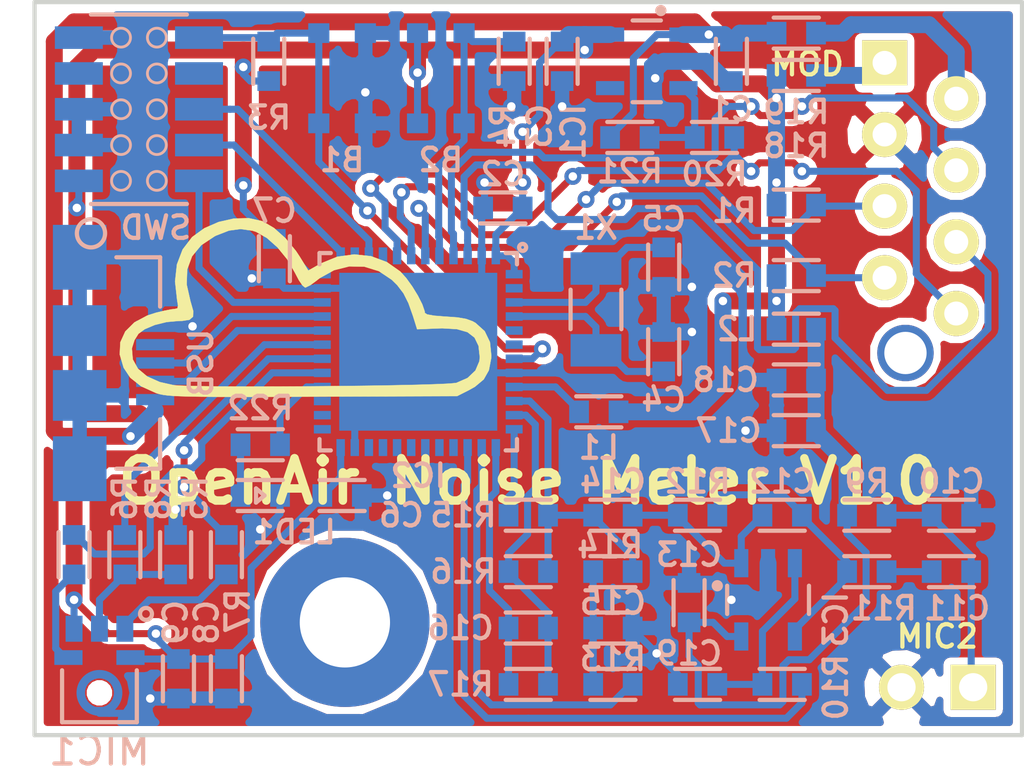
<source format=kicad_pcb>
(kicad_pcb (version 4) (host pcbnew 4.0.7)

  (general
    (links 131)
    (no_connects 0)
    (area 54.924999 63.924999 90.075001 90.075001)
    (thickness 1.6)
    (drawings 5)
    (tracks 506)
    (zones 0)
    (modules 57)
    (nets 43)
  )

  (page A4)
  (layers
    (0 F.Cu signal)
    (31 B.Cu signal)
    (32 B.Adhes user)
    (33 F.Adhes user)
    (34 B.Paste user)
    (35 F.Paste user)
    (36 B.SilkS user)
    (37 F.SilkS user)
    (38 B.Mask user)
    (39 F.Mask user)
    (40 Dwgs.User user)
    (41 Cmts.User user)
    (42 Eco1.User user)
    (43 Eco2.User user)
    (44 Edge.Cuts user)
    (45 Margin user)
    (46 B.CrtYd user)
    (47 F.CrtYd user)
    (48 B.Fab user hide)
    (49 F.Fab user)
  )

  (setup
    (last_trace_width 0.25)
    (user_trace_width 0.25)
    (user_trace_width 0.4)
    (user_trace_width 0.6)
    (user_trace_width 0.8)
    (user_trace_width 1)
    (trace_clearance 0.2)
    (zone_clearance 0.25)
    (zone_45_only no)
    (trace_min 0.19)
    (segment_width 0.2)
    (edge_width 0.15)
    (via_size 0.6)
    (via_drill 0.3)
    (via_min_size 0.6)
    (via_min_drill 0.3)
    (uvia_size 0.3)
    (uvia_drill 0.1)
    (uvias_allowed no)
    (uvia_min_size 0.2)
    (uvia_min_drill 0.1)
    (pcb_text_width 0.3)
    (pcb_text_size 1.5 1.5)
    (mod_edge_width 0.15)
    (mod_text_size 1 1)
    (mod_text_width 0.15)
    (pad_size 1.524 1.524)
    (pad_drill 0.762)
    (pad_to_mask_clearance 0.2)
    (aux_axis_origin 0 0)
    (visible_elements FFFFEF7F)
    (pcbplotparams
      (layerselection 0x00030_80000001)
      (usegerberextensions false)
      (excludeedgelayer true)
      (linewidth 0.100000)
      (plotframeref false)
      (viasonmask false)
      (mode 1)
      (useauxorigin false)
      (hpglpennumber 1)
      (hpglpenspeed 20)
      (hpglpendiameter 15)
      (hpglpenoverlay 2)
      (psnegative false)
      (psa4output false)
      (plotreference true)
      (plotvalue true)
      (plotinvisibletext false)
      (padsonsilk false)
      (subtractmaskfromsilk false)
      (outputformat 1)
      (mirror false)
      (drillshape 1)
      (scaleselection 1)
      (outputdirectory ""))
  )

  (net 0 "")
  (net 1 GND)
  (net 2 3V3)
  (net 3 "Net-(B2-Pad2)")
  (net 4 5V)
  (net 5 "Net-(C4-Pad1)")
  (net 6 "Net-(C5-Pad1)")
  (net 7 SAI_SCK)
  (net 8 SAI_FS)
  (net 9 SAI_SD)
  (net 10 USB_DM)
  (net 11 USB_DP)
  (net 12 SCL)
  (net 13 SDA)
  (net 14 "Net-(MIC1-Pad1)")
  (net 15 "Net-(MIC1-Pad4)")
  (net 16 "Net-(MIC1-Pad6)")
  (net 17 OPAMP+)
  (net 18 OPAMP-)
  (net 19 ADC1_7)
  (net 20 OPAMPOUT)
  (net 21 "Net-(C10-Pad1)")
  (net 22 "Net-(C11-Pad1)")
  (net 23 "Net-(C12-Pad1)")
  (net 24 A3V3)
  (net 25 "Net-(C15-Pad1)")
  (net 26 "Net-(C19-Pad1)")
  (net 27 DAC1)
  (net 28 DAC2)
  (net 29 "Net-(C12-Pad2)")
  (net 30 "Net-(IC1-Pad3)")
  (net 31 "Net-(P4-Pad1)")
  (net 32 "Net-(P4-Pad2)")
  (net 33 ID1)
  (net 34 ID2)
  (net 35 EN)
  (net 36 "Net-(IC2-Pad9)")
  (net 37 ~RST)
  (net 38 SWCLK)
  (net 39 SWO)
  (net 40 SWDIO)
  (net 41 "Net-(IC2-Pad28)")
  (net 42 "Net-(LED1-PadA)")

  (net_class Default "Dies ist die voreingestellte Netzklasse."
    (clearance 0.2)
    (trace_width 0.25)
    (via_dia 0.6)
    (via_drill 0.3)
    (uvia_dia 0.3)
    (uvia_drill 0.1)
    (add_net ADC1_7)
    (add_net DAC1)
    (add_net DAC2)
    (add_net EN)
    (add_net ID1)
    (add_net ID2)
    (add_net "Net-(B2-Pad2)")
    (add_net "Net-(C10-Pad1)")
    (add_net "Net-(C11-Pad1)")
    (add_net "Net-(C12-Pad1)")
    (add_net "Net-(C12-Pad2)")
    (add_net "Net-(C15-Pad1)")
    (add_net "Net-(C19-Pad1)")
    (add_net "Net-(C4-Pad1)")
    (add_net "Net-(C5-Pad1)")
    (add_net "Net-(IC1-Pad3)")
    (add_net "Net-(IC2-Pad28)")
    (add_net "Net-(IC2-Pad9)")
    (add_net "Net-(LED1-PadA)")
    (add_net "Net-(MIC1-Pad1)")
    (add_net "Net-(MIC1-Pad4)")
    (add_net "Net-(MIC1-Pad6)")
    (add_net "Net-(P4-Pad1)")
    (add_net "Net-(P4-Pad2)")
    (add_net OPAMP+)
    (add_net OPAMP-)
    (add_net OPAMPOUT)
    (add_net SAI_FS)
    (add_net SAI_SCK)
    (add_net SAI_SD)
    (add_net SCL)
    (add_net SDA)
    (add_net SWCLK)
    (add_net SWDIO)
    (add_net SWO)
    (add_net USB_DM)
    (add_net USB_DP)
    (add_net ~RST)
  )

  (net_class Power ""
    (clearance 0.2)
    (trace_width 0.6)
    (via_dia 0.6)
    (via_drill 0.3)
    (uvia_dia 0.3)
    (uvia_drill 0.1)
    (add_net 3V3)
    (add_net 5V)
    (add_net A3V3)
    (add_net GND)
  )

  (module everykey:HEADER-2x05-1.27 (layer B.Cu) (tedit 5C466D16) (tstamp 5C3899E8)
    (at 58.7 67.8 90)
    (path /5C38B84B)
    (fp_text reference P2 (at 0 4.5 90) (layer B.Fab) hide
      (effects (font (size 1 1) (thickness 0.15)) (justify mirror))
    )
    (fp_text value SWD (at -4.2 0.6 180) (layer B.SilkS)
      (effects (font (size 0.8 0.8) (thickness 0.15)) (justify mirror))
    )
    (fp_circle (center -2.54 0.635) (end -2.54 0.3) (layer B.SilkS) (width 0.1))
    (fp_circle (center -4.4 -1.7) (end -4.4 -1.2) (layer B.SilkS) (width 0.15))
    (fp_line (start 3.36 -1.7) (end 3.36 1.7) (layer B.SilkS) (width 0.15))
    (fp_line (start -3.36 1.7) (end -3.36 -1.7) (layer B.SilkS) (width 0.15))
    (fp_line (start -3.36 -1.7) (end -3.36 1.7) (layer B.CrtYd) (width 0.15))
    (fp_line (start 3.36 -1.7) (end -3.36 -1.7) (layer B.CrtYd) (width 0.15))
    (fp_line (start 3.36 1.7) (end 3.36 -1.7) (layer B.CrtYd) (width 0.15))
    (fp_line (start -3.36 1.7) (end 3.36 1.7) (layer B.CrtYd) (width 0.15))
    (fp_circle (center -1.27 0.635) (end -1.27 0.3) (layer B.SilkS) (width 0.1))
    (fp_circle (center 0 0.635) (end 0 0.3) (layer B.SilkS) (width 0.1))
    (fp_circle (center 1.27 0.635) (end 1.27 0.3) (layer B.SilkS) (width 0.1))
    (fp_circle (center 2.54 0.635) (end 2.54 0.3) (layer B.SilkS) (width 0.1))
    (fp_circle (center -2.54 -0.635) (end -2.54 -0.97) (layer B.SilkS) (width 0.1))
    (fp_circle (center -1.27 -0.635) (end -1.27 -0.97) (layer B.SilkS) (width 0.1))
    (fp_circle (center 0 -0.635) (end 0 -0.97) (layer B.SilkS) (width 0.1))
    (fp_circle (center 1.27 -0.635) (end 1.27 -0.97) (layer B.SilkS) (width 0.1))
    (fp_circle (center 2.54 -0.635) (end 2.54 -0.97) (layer B.SilkS) (width 0.1))
    (pad 1 smd rect (at -2.54 -2.13 90) (size 0.8 1.7) (layers B.Cu B.Paste B.Mask)
      (net 2 3V3))
    (pad 3 smd rect (at -1.27 -2.13 90) (size 0.8 1.7) (layers B.Cu B.Paste B.Mask)
      (net 1 GND))
    (pad 5 smd rect (at 0 -2.13 90) (size 0.8 1.7) (layers B.Cu B.Paste B.Mask)
      (net 1 GND))
    (pad 7 smd rect (at 1.27 -2.13 90) (size 0.8 1.7) (layers B.Cu B.Paste B.Mask))
    (pad 9 smd rect (at 2.54 -2.13 90) (size 0.8 1.7) (layers B.Cu B.Paste B.Mask)
      (net 1 GND))
    (pad 2 smd rect (at -2.54 2.13 90) (size 0.8 1.7) (layers B.Cu B.Paste B.Mask)
      (net 40 SWDIO))
    (pad 4 smd rect (at -1.27 2.13 90) (size 0.8 1.7) (layers B.Cu B.Paste B.Mask)
      (net 38 SWCLK))
    (pad 6 smd rect (at 0 2.13 90) (size 0.8 1.7) (layers B.Cu B.Paste B.Mask)
      (net 39 SWO))
    (pad 8 smd rect (at 1.27 2.13 90) (size 0.8 1.7) (layers B.Cu B.Paste B.Mask))
    (pad 10 smd rect (at 2.54 2.13 90) (size 0.8 1.7) (layers B.Cu B.Paste B.Mask)
      (net 37 ~RST))
  )

  (module everykey:CK-PTS830 (layer B.Cu) (tedit 5BA10A48) (tstamp 5BEECBF1)
    (at 65.9 66.7 270)
    (path /5BEDB17D)
    (fp_text reference B1 (at 2.9 0 360) (layer B.SilkS)
      (effects (font (size 0.8 0.8) (thickness 0.15)) (justify mirror))
    )
    (fp_text value RST (at 0.1 2 270) (layer B.Fab)
      (effects (font (size 0.8 0.8) (thickness 0.15)) (justify mirror))
    )
    (fp_line (start -2.2 -1.55) (end -2.2 1.55) (layer B.CrtYd) (width 0.05))
    (fp_line (start 2.2 -1.55) (end -2.2 -1.55) (layer B.CrtYd) (width 0.05))
    (fp_line (start 2.2 1.55) (end 2.2 -1.55) (layer B.CrtYd) (width 0.05))
    (fp_line (start -2.2 1.55) (end 2.2 1.55) (layer B.CrtYd) (width 0.05))
    (fp_line (start -1.5 -1.3) (end -1.5 1.3) (layer B.Fab) (width 0.05))
    (fp_line (start 1.5 -1.3) (end -1.5 -1.3) (layer B.Fab) (width 0.05))
    (fp_line (start 1.5 1.3) (end 1.5 -1.3) (layer B.Fab) (width 0.05))
    (fp_line (start -1.5 1.3) (end 1.5 1.3) (layer B.Fab) (width 0.05))
    (pad 1 smd rect (at -1.6 0.825 270) (size 0.7 0.75) (layers B.Cu B.Paste B.Mask)
      (net 37 ~RST))
    (pad 1 smd rect (at 1.6 0.825 270) (size 0.7 0.75) (layers B.Cu B.Paste B.Mask)
      (net 37 ~RST))
    (pad 2 smd rect (at -1.6 -0.825 270) (size 0.7 0.75) (layers B.Cu B.Paste B.Mask)
      (net 1 GND))
    (pad 2 smd rect (at 1.6 -0.825 270) (size 0.7 0.75) (layers B.Cu B.Paste B.Mask)
      (net 1 GND))
    (model Button_Switch_SMD.3dshapes/SW_SPST_B3U-1000P.wrl
      (at (xyz 0 0 0))
      (scale (xyz 1 1 1))
      (rotate (xyz 0 0 0))
    )
  )

  (module everykey:CK-PTS830 (layer B.Cu) (tedit 5BA10A48) (tstamp 5BEECC01)
    (at 69.4 66.7 270)
    (path /5BEDB1C1)
    (fp_text reference B2 (at 2.9 0 360) (layer B.SilkS)
      (effects (font (size 0.8 0.8) (thickness 0.15)) (justify mirror))
    )
    (fp_text value PROG (at 0.1 2 270) (layer B.Fab)
      (effects (font (size 0.8 0.8) (thickness 0.15)) (justify mirror))
    )
    (fp_line (start -2.2 -1.55) (end -2.2 1.55) (layer B.CrtYd) (width 0.05))
    (fp_line (start 2.2 -1.55) (end -2.2 -1.55) (layer B.CrtYd) (width 0.05))
    (fp_line (start 2.2 1.55) (end 2.2 -1.55) (layer B.CrtYd) (width 0.05))
    (fp_line (start -2.2 1.55) (end 2.2 1.55) (layer B.CrtYd) (width 0.05))
    (fp_line (start -1.5 -1.3) (end -1.5 1.3) (layer B.Fab) (width 0.05))
    (fp_line (start 1.5 -1.3) (end -1.5 -1.3) (layer B.Fab) (width 0.05))
    (fp_line (start 1.5 1.3) (end 1.5 -1.3) (layer B.Fab) (width 0.05))
    (fp_line (start -1.5 1.3) (end 1.5 1.3) (layer B.Fab) (width 0.05))
    (pad 1 smd rect (at -1.6 0.825 270) (size 0.7 0.75) (layers B.Cu B.Paste B.Mask)
      (net 2 3V3))
    (pad 1 smd rect (at 1.6 0.825 270) (size 0.7 0.75) (layers B.Cu B.Paste B.Mask)
      (net 2 3V3))
    (pad 2 smd rect (at -1.6 -0.825 270) (size 0.7 0.75) (layers B.Cu B.Paste B.Mask)
      (net 3 "Net-(B2-Pad2)"))
    (pad 2 smd rect (at 1.6 -0.825 270) (size 0.7 0.75) (layers B.Cu B.Paste B.Mask)
      (net 3 "Net-(B2-Pad2)"))
    (model Button_Switch_SMD.3dshapes/SW_SPST_B3U-1000P.wrl
      (at (xyz 0 0 0))
      (scale (xyz 1 1 1))
      (rotate (xyz 0 0 0))
    )
  )

  (module everykey:0603 (layer B.Cu) (tedit 5BA1085E) (tstamp 5BEECC11)
    (at 79.7 66.1 270)
    (descr 0603)
    (tags 0603)
    (path /5BEE169D)
    (fp_text reference C1 (at 1.7 0 540) (layer B.SilkS)
      (effects (font (size 0.8 0.8) (thickness 0.15)) (justify mirror))
    )
    (fp_text value 1u (at 0 -1.5 270) (layer B.Fab)
      (effects (font (size 0.8 0.8) (thickness 0.15)) (justify mirror))
    )
    (fp_line (start -0.8 -0.4) (end -0.8 0.4) (layer B.Fab) (width 0.05))
    (fp_line (start 0.8 -0.4) (end -0.8 -0.4) (layer B.Fab) (width 0.05))
    (fp_line (start 0.8 0.4) (end 0.8 -0.4) (layer B.Fab) (width 0.05))
    (fp_line (start -0.8 0.4) (end 0.8 0.4) (layer B.Fab) (width 0.05))
    (fp_line (start -1.2 -0.6) (end -1.2 0.6) (layer B.CrtYd) (width 0.05))
    (fp_line (start 1.2 -0.6) (end -1.2 -0.6) (layer B.CrtYd) (width 0.05))
    (fp_line (start 1.2 0.6) (end 1.2 -0.6) (layer B.CrtYd) (width 0.05))
    (fp_line (start -1.2 0.6) (end 1.2 0.6) (layer B.CrtYd) (width 0.05))
    (fp_line (start -0.8 0.55) (end 0.8 0.55) (layer B.SilkS) (width 0.15))
    (fp_line (start -0.8 -0.55) (end 0.8 -0.55) (layer B.SilkS) (width 0.15))
    (pad 1 smd rect (at -0.7 0 270) (size 0.7 0.8) (layers B.Cu B.Paste B.Mask)
      (net 4 5V))
    (pad 2 smd rect (at 0.7 0 270) (size 0.7 0.8) (layers B.Cu B.Paste B.Mask)
      (net 1 GND))
    (model Resistor_SMD.3dshapes/R_0603_1608Metric.wrl
      (at (xyz 0 0 0))
      (scale (xyz 1 1 1))
      (rotate (xyz 0 0 0))
    )
  )

  (module everykey:0603 (layer B.Cu) (tedit 5BA1085E) (tstamp 5BEECC31)
    (at 73.7 66.1 270)
    (descr 0603)
    (tags 0603)
    (path /5BEE16F2)
    (fp_text reference C3 (at 2.3 0.8 270) (layer B.SilkS)
      (effects (font (size 0.8 0.8) (thickness 0.15)) (justify mirror))
    )
    (fp_text value 1u (at 0 -1.5 270) (layer B.Fab)
      (effects (font (size 0.8 0.8) (thickness 0.15)) (justify mirror))
    )
    (fp_line (start -0.8 -0.4) (end -0.8 0.4) (layer B.Fab) (width 0.05))
    (fp_line (start 0.8 -0.4) (end -0.8 -0.4) (layer B.Fab) (width 0.05))
    (fp_line (start 0.8 0.4) (end 0.8 -0.4) (layer B.Fab) (width 0.05))
    (fp_line (start -0.8 0.4) (end 0.8 0.4) (layer B.Fab) (width 0.05))
    (fp_line (start -1.2 -0.6) (end -1.2 0.6) (layer B.CrtYd) (width 0.05))
    (fp_line (start 1.2 -0.6) (end -1.2 -0.6) (layer B.CrtYd) (width 0.05))
    (fp_line (start 1.2 0.6) (end 1.2 -0.6) (layer B.CrtYd) (width 0.05))
    (fp_line (start -1.2 0.6) (end 1.2 0.6) (layer B.CrtYd) (width 0.05))
    (fp_line (start -0.8 0.55) (end 0.8 0.55) (layer B.SilkS) (width 0.15))
    (fp_line (start -0.8 -0.55) (end 0.8 -0.55) (layer B.SilkS) (width 0.15))
    (pad 1 smd rect (at -0.7 0 270) (size 0.7 0.8) (layers B.Cu B.Paste B.Mask)
      (net 2 3V3))
    (pad 2 smd rect (at 0.7 0 270) (size 0.7 0.8) (layers B.Cu B.Paste B.Mask)
      (net 1 GND))
    (model Resistor_SMD.3dshapes/R_0603_1608Metric.wrl
      (at (xyz 0 0 0))
      (scale (xyz 1 1 1))
      (rotate (xyz 0 0 0))
    )
  )

  (module everykey:0603 (layer B.Cu) (tedit 5BA1085E) (tstamp 5BEECC41)
    (at 77.3 76.4 90)
    (descr 0603)
    (tags 0603)
    (path /5BEDB513)
    (fp_text reference C4 (at -1.7 0 360) (layer B.SilkS)
      (effects (font (size 0.8 0.8) (thickness 0.15)) (justify mirror))
    )
    (fp_text value 18p (at 0 -1.5 90) (layer B.Fab)
      (effects (font (size 0.8 0.8) (thickness 0.15)) (justify mirror))
    )
    (fp_line (start -0.8 -0.4) (end -0.8 0.4) (layer B.Fab) (width 0.05))
    (fp_line (start 0.8 -0.4) (end -0.8 -0.4) (layer B.Fab) (width 0.05))
    (fp_line (start 0.8 0.4) (end 0.8 -0.4) (layer B.Fab) (width 0.05))
    (fp_line (start -0.8 0.4) (end 0.8 0.4) (layer B.Fab) (width 0.05))
    (fp_line (start -1.2 -0.6) (end -1.2 0.6) (layer B.CrtYd) (width 0.05))
    (fp_line (start 1.2 -0.6) (end -1.2 -0.6) (layer B.CrtYd) (width 0.05))
    (fp_line (start 1.2 0.6) (end 1.2 -0.6) (layer B.CrtYd) (width 0.05))
    (fp_line (start -1.2 0.6) (end 1.2 0.6) (layer B.CrtYd) (width 0.05))
    (fp_line (start -0.8 0.55) (end 0.8 0.55) (layer B.SilkS) (width 0.15))
    (fp_line (start -0.8 -0.55) (end 0.8 -0.55) (layer B.SilkS) (width 0.15))
    (pad 1 smd rect (at -0.7 0 90) (size 0.7 0.8) (layers B.Cu B.Paste B.Mask)
      (net 5 "Net-(C4-Pad1)"))
    (pad 2 smd rect (at 0.7 0 90) (size 0.7 0.8) (layers B.Cu B.Paste B.Mask)
      (net 1 GND))
    (model Resistor_SMD.3dshapes/R_0603_1608Metric.wrl
      (at (xyz 0 0 0))
      (scale (xyz 1 1 1))
      (rotate (xyz 0 0 0))
    )
  )

  (module everykey:0603 (layer B.Cu) (tedit 5BA1085E) (tstamp 5BEECC51)
    (at 77.3 73.4 270)
    (descr 0603)
    (tags 0603)
    (path /5BEDB574)
    (fp_text reference C5 (at -1.7 0 540) (layer B.SilkS)
      (effects (font (size 0.8 0.8) (thickness 0.15)) (justify mirror))
    )
    (fp_text value 18p (at 0 -1.5 270) (layer B.Fab)
      (effects (font (size 0.8 0.8) (thickness 0.15)) (justify mirror))
    )
    (fp_line (start -0.8 -0.4) (end -0.8 0.4) (layer B.Fab) (width 0.05))
    (fp_line (start 0.8 -0.4) (end -0.8 -0.4) (layer B.Fab) (width 0.05))
    (fp_line (start 0.8 0.4) (end 0.8 -0.4) (layer B.Fab) (width 0.05))
    (fp_line (start -0.8 0.4) (end 0.8 0.4) (layer B.Fab) (width 0.05))
    (fp_line (start -1.2 -0.6) (end -1.2 0.6) (layer B.CrtYd) (width 0.05))
    (fp_line (start 1.2 -0.6) (end -1.2 -0.6) (layer B.CrtYd) (width 0.05))
    (fp_line (start 1.2 0.6) (end 1.2 -0.6) (layer B.CrtYd) (width 0.05))
    (fp_line (start -1.2 0.6) (end 1.2 0.6) (layer B.CrtYd) (width 0.05))
    (fp_line (start -0.8 0.55) (end 0.8 0.55) (layer B.SilkS) (width 0.15))
    (fp_line (start -0.8 -0.55) (end 0.8 -0.55) (layer B.SilkS) (width 0.15))
    (pad 1 smd rect (at -0.7 0 270) (size 0.7 0.8) (layers B.Cu B.Paste B.Mask)
      (net 6 "Net-(C5-Pad1)"))
    (pad 2 smd rect (at 0.7 0 270) (size 0.7 0.8) (layers B.Cu B.Paste B.Mask)
      (net 1 GND))
    (model Resistor_SMD.3dshapes/R_0603_1608Metric.wrl
      (at (xyz 0 0 0))
      (scale (xyz 1 1 1))
      (rotate (xyz 0 0 0))
    )
  )

  (module everykey:0603 (layer B.Cu) (tedit 5BA1085E) (tstamp 5BEECC61)
    (at 65.9 81.5)
    (descr 0603)
    (tags 0603)
    (path /5BEDA9F6)
    (fp_text reference C6 (at 2.1 0.7) (layer B.SilkS)
      (effects (font (size 0.8 0.8) (thickness 0.15)) (justify mirror))
    )
    (fp_text value 100n (at 0 -1.5) (layer B.Fab)
      (effects (font (size 0.8 0.8) (thickness 0.15)) (justify mirror))
    )
    (fp_line (start -0.8 -0.4) (end -0.8 0.4) (layer B.Fab) (width 0.05))
    (fp_line (start 0.8 -0.4) (end -0.8 -0.4) (layer B.Fab) (width 0.05))
    (fp_line (start 0.8 0.4) (end 0.8 -0.4) (layer B.Fab) (width 0.05))
    (fp_line (start -0.8 0.4) (end 0.8 0.4) (layer B.Fab) (width 0.05))
    (fp_line (start -1.2 -0.6) (end -1.2 0.6) (layer B.CrtYd) (width 0.05))
    (fp_line (start 1.2 -0.6) (end -1.2 -0.6) (layer B.CrtYd) (width 0.05))
    (fp_line (start 1.2 0.6) (end 1.2 -0.6) (layer B.CrtYd) (width 0.05))
    (fp_line (start -1.2 0.6) (end 1.2 0.6) (layer B.CrtYd) (width 0.05))
    (fp_line (start -0.8 0.55) (end 0.8 0.55) (layer B.SilkS) (width 0.15))
    (fp_line (start -0.8 -0.55) (end 0.8 -0.55) (layer B.SilkS) (width 0.15))
    (pad 1 smd rect (at -0.7 0) (size 0.7 0.8) (layers B.Cu B.Paste B.Mask)
      (net 2 3V3))
    (pad 2 smd rect (at 0.7 0) (size 0.7 0.8) (layers B.Cu B.Paste B.Mask)
      (net 1 GND))
    (model Resistor_SMD.3dshapes/R_0603_1608Metric.wrl
      (at (xyz 0 0 0))
      (scale (xyz 1 1 1))
      (rotate (xyz 0 0 0))
    )
  )

  (module everykey:0603 (layer B.Cu) (tedit 5BA1085E) (tstamp 5BEECC71)
    (at 63.5 73.1 270)
    (descr 0603)
    (tags 0603)
    (path /5BEDAA1B)
    (fp_text reference C7 (at -1.7 0 540) (layer B.SilkS)
      (effects (font (size 0.8 0.8) (thickness 0.15)) (justify mirror))
    )
    (fp_text value 100n (at 0 -1.5 270) (layer B.Fab)
      (effects (font (size 0.8 0.8) (thickness 0.15)) (justify mirror))
    )
    (fp_line (start -0.8 -0.4) (end -0.8 0.4) (layer B.Fab) (width 0.05))
    (fp_line (start 0.8 -0.4) (end -0.8 -0.4) (layer B.Fab) (width 0.05))
    (fp_line (start 0.8 0.4) (end 0.8 -0.4) (layer B.Fab) (width 0.05))
    (fp_line (start -0.8 0.4) (end 0.8 0.4) (layer B.Fab) (width 0.05))
    (fp_line (start -1.2 -0.6) (end -1.2 0.6) (layer B.CrtYd) (width 0.05))
    (fp_line (start 1.2 -0.6) (end -1.2 -0.6) (layer B.CrtYd) (width 0.05))
    (fp_line (start 1.2 0.6) (end 1.2 -0.6) (layer B.CrtYd) (width 0.05))
    (fp_line (start -1.2 0.6) (end 1.2 0.6) (layer B.CrtYd) (width 0.05))
    (fp_line (start -0.8 0.55) (end 0.8 0.55) (layer B.SilkS) (width 0.15))
    (fp_line (start -0.8 -0.55) (end 0.8 -0.55) (layer B.SilkS) (width 0.15))
    (pad 1 smd rect (at -0.7 0 270) (size 0.7 0.8) (layers B.Cu B.Paste B.Mask)
      (net 2 3V3))
    (pad 2 smd rect (at 0.7 0 270) (size 0.7 0.8) (layers B.Cu B.Paste B.Mask)
      (net 1 GND))
    (model Resistor_SMD.3dshapes/R_0603_1608Metric.wrl
      (at (xyz 0 0 0))
      (scale (xyz 1 1 1))
      (rotate (xyz 0 0 0))
    )
  )

  (module everykey:SOT23-5 (layer B.Cu) (tedit 5BA10814) (tstamp 5BEECC85)
    (at 76.7 66.1 180)
    (descr SOT23-5)
    (tags "SOT23-5, SOT753, SC-74A")
    (path /5BEE1353)
    (fp_text reference IC1 (at 2.6 -2.5 270) (layer B.SilkS)
      (effects (font (size 0.8 0.8) (thickness 0.15)) (justify mirror))
    )
    (fp_text value MCP1801 (at 0 2.25 180) (layer B.Fab)
      (effects (font (size 0.8 0.8) (thickness 0.15)) (justify mirror))
    )
    (fp_line (start -2 -1.65) (end -2 1.65) (layer B.CrtYd) (width 0.05))
    (fp_line (start 2 -1.65) (end -2 -1.65) (layer B.CrtYd) (width 0.05))
    (fp_line (start 2 1.65) (end 2 -1.65) (layer B.CrtYd) (width 0.05))
    (fp_line (start -2 1.65) (end 2 1.65) (layer B.CrtYd) (width 0.05))
    (fp_circle (center -0.5 1.8) (end -0.4 1.8) (layer B.SilkS) (width 0.2))
    (fp_line (start -0.5 -1.45) (end 0.5 -1.45) (layer B.SilkS) (width 0.15))
    (fp_line (start -0.5 1.45) (end 0.5 1.45) (layer B.SilkS) (width 0.15))
    (fp_line (start -0.8 -1.45) (end -0.8 1.45) (layer B.Fab) (width 0.05))
    (fp_line (start 0.8 -1.45) (end -0.8 -1.45) (layer B.Fab) (width 0.05))
    (fp_line (start 0.8 1.45) (end 0.8 -1.45) (layer B.Fab) (width 0.05))
    (fp_line (start -0.8 1.45) (end 0.8 1.45) (layer B.Fab) (width 0.05))
    (pad 1 smd rect (at -1.3 0.95 180) (size 1 0.5) (layers B.Cu B.Paste B.Mask)
      (net 4 5V))
    (pad 2 smd rect (at -1.3 0 180) (size 1 0.5) (layers B.Cu B.Paste B.Mask)
      (net 1 GND))
    (pad 3 smd rect (at -1.3 -0.95 180) (size 1 0.5) (layers B.Cu B.Paste B.Mask)
      (net 30 "Net-(IC1-Pad3)"))
    (pad 4 smd rect (at 1.3 -0.95 180) (size 1 0.5) (layers B.Cu B.Paste B.Mask))
    (pad 5 smd rect (at 1.3 0.95 180) (size 1 0.5) (layers B.Cu B.Paste B.Mask)
      (net 2 3V3))
    (model Package_TO_SOT_SMD.3dshapes/SOT-23-5.wrl
      (at (xyz 0 0 0))
      (scale (xyz 1 1 1))
      (rotate (xyz 0 0 0))
    )
  )

  (module everykey:0603 (layer B.Cu) (tedit 5BA1085E) (tstamp 5BEECCC7)
    (at 75 78.531754)
    (descr 0603)
    (tags 0603)
    (path /5BEDA974)
    (fp_text reference L1 (at 0 1.268246) (layer B.SilkS)
      (effects (font (size 0.8 0.8) (thickness 0.15)) (justify mirror))
    )
    (fp_text value FERRITE (at 0 -1.5) (layer B.Fab)
      (effects (font (size 0.8 0.8) (thickness 0.15)) (justify mirror))
    )
    (fp_line (start -0.8 -0.4) (end -0.8 0.4) (layer B.Fab) (width 0.05))
    (fp_line (start 0.8 -0.4) (end -0.8 -0.4) (layer B.Fab) (width 0.05))
    (fp_line (start 0.8 0.4) (end 0.8 -0.4) (layer B.Fab) (width 0.05))
    (fp_line (start -0.8 0.4) (end 0.8 0.4) (layer B.Fab) (width 0.05))
    (fp_line (start -1.2 -0.6) (end -1.2 0.6) (layer B.CrtYd) (width 0.05))
    (fp_line (start 1.2 -0.6) (end -1.2 -0.6) (layer B.CrtYd) (width 0.05))
    (fp_line (start 1.2 0.6) (end 1.2 -0.6) (layer B.CrtYd) (width 0.05))
    (fp_line (start -1.2 0.6) (end 1.2 0.6) (layer B.CrtYd) (width 0.05))
    (fp_line (start -0.8 0.55) (end 0.8 0.55) (layer B.SilkS) (width 0.15))
    (fp_line (start -0.8 -0.55) (end 0.8 -0.55) (layer B.SilkS) (width 0.15))
    (pad 1 smd rect (at -0.7 0) (size 0.7 0.8) (layers B.Cu B.Paste B.Mask)
      (net 36 "Net-(IC2-Pad9)"))
    (pad 2 smd rect (at 0.7 0) (size 0.7 0.8) (layers B.Cu B.Paste B.Mask)
      (net 2 3V3))
    (model Resistor_SMD.3dshapes/R_0603_1608Metric.wrl
      (at (xyz 0 0 0))
      (scale (xyz 1 1 1))
      (rotate (xyz 0 0 0))
    )
  )

  (module everykey:USB-MICRO-B (layer B.Cu) (tedit 5C466D02) (tstamp 5BEECCDF)
    (at 56.6 76.8 90)
    (descr "Micro USB")
    (tags "USB, Micro, B, OTG")
    (path /5BEE102C)
    (fp_text reference P1 (at 2.7 4.1 180) (layer B.Fab) hide
      (effects (font (size 0.8 0.8) (thickness 0.15)) (justify mirror))
    )
    (fp_text value USB (at 0 4.3 90) (layer B.SilkS)
      (effects (font (size 0.8 0.8) (thickness 0.15)) (justify mirror))
    )
    (fp_line (start -3.75 2.85) (end -3.75 1.3) (layer B.SilkS) (width 0.15))
    (fp_line (start -2 2.85) (end -3.75 2.85) (layer B.SilkS) (width 0.15))
    (fp_line (start 3.75 2.85) (end 3.75 1.3) (layer B.SilkS) (width 0.15))
    (fp_line (start 2 2.85) (end 3.75 2.85) (layer B.SilkS) (width 0.15))
    (fp_line (start -3.75 -2.15) (end -3.75 2.85) (layer B.CrtYd) (width 0.15))
    (fp_line (start -4 -2.75) (end -3.75 -2.15) (layer B.CrtYd) (width 0.15))
    (fp_line (start 4 -2.75) (end -4 -2.75) (layer B.CrtYd) (width 0.15))
    (fp_line (start 3.75 -2.15) (end 4 -2.75) (layer B.CrtYd) (width 0.15))
    (fp_line (start 3.75 2.85) (end 3.75 -2.15) (layer B.CrtYd) (width 0.15))
    (fp_line (start -3.75 2.85) (end 3.75 2.85) (layer B.CrtYd) (width 0.15))
    (fp_line (start -5 -1.45) (end 5 -1.45) (layer B.Fab) (width 0.15))
    (pad 1 smd rect (at -1.3 2.675 90) (size 0.4 1.35) (layers B.Cu B.Paste B.Mask)
      (net 4 5V))
    (pad 2 smd rect (at -0.65 2.675 90) (size 0.4 1.35) (layers B.Cu B.Paste B.Mask)
      (net 10 USB_DM))
    (pad 3 smd rect (at 0 2.675 90) (size 0.4 1.35) (layers B.Cu B.Paste B.Mask)
      (net 11 USB_DP))
    (pad 4 smd rect (at 0.65 2.675 90) (size 0.4 1.35) (layers B.Cu B.Paste B.Mask))
    (pad 5 smd rect (at 1.3 2.675 90) (size 0.4 1.35) (layers B.Cu B.Paste B.Mask)
      (net 1 GND))
    (pad PAD1 smd rect (at -3.75 0 90) (size 2.3 1.9) (layers B.Cu B.Paste B.Mask)
      (net 1 GND))
    (pad PAD2 smd rect (at -1.15 0 90) (size 1.8 1.9) (layers B.Cu B.Paste B.Mask)
      (net 1 GND))
    (pad PAD3 smd rect (at 1.15 0 90) (size 1.8 1.9) (layers B.Cu B.Paste B.Mask)
      (net 1 GND))
    (pad PAD4 smd rect (at 3.75 0 90) (size 2.3 1.9) (layers B.Cu B.Paste B.Mask)
      (net 1 GND))
    (model Connector_USB.3dshapes/USB_Micro-B_Molex_47346-0001.wrl
      (at (xyz 0 0.05 0))
      (scale (xyz 1 1 1))
      (rotate (xyz 0 0 0))
    )
  )

  (module everykey:0603 (layer B.Cu) (tedit 5BA1085E) (tstamp 5BEECCF7)
    (at 82 71.2)
    (descr 0603)
    (tags 0603)
    (path /5BEE9DCE)
    (fp_text reference R1 (at -2.2 0.2) (layer B.SilkS)
      (effects (font (size 0.8 0.8) (thickness 0.15)) (justify mirror))
    )
    (fp_text value DNP (at 0 -1.5) (layer B.Fab)
      (effects (font (size 0.8 0.8) (thickness 0.15)) (justify mirror))
    )
    (fp_line (start -0.8 -0.4) (end -0.8 0.4) (layer B.Fab) (width 0.05))
    (fp_line (start 0.8 -0.4) (end -0.8 -0.4) (layer B.Fab) (width 0.05))
    (fp_line (start 0.8 0.4) (end 0.8 -0.4) (layer B.Fab) (width 0.05))
    (fp_line (start -0.8 0.4) (end 0.8 0.4) (layer B.Fab) (width 0.05))
    (fp_line (start -1.2 -0.6) (end -1.2 0.6) (layer B.CrtYd) (width 0.05))
    (fp_line (start 1.2 -0.6) (end -1.2 -0.6) (layer B.CrtYd) (width 0.05))
    (fp_line (start 1.2 0.6) (end 1.2 -0.6) (layer B.CrtYd) (width 0.05))
    (fp_line (start -1.2 0.6) (end 1.2 0.6) (layer B.CrtYd) (width 0.05))
    (fp_line (start -0.8 0.55) (end 0.8 0.55) (layer B.SilkS) (width 0.15))
    (fp_line (start -0.8 -0.55) (end 0.8 -0.55) (layer B.SilkS) (width 0.15))
    (pad 1 smd rect (at -0.7 0) (size 0.7 0.8) (layers B.Cu B.Paste B.Mask)
      (net 2 3V3))
    (pad 2 smd rect (at 0.7 0) (size 0.7 0.8) (layers B.Cu B.Paste B.Mask)
      (net 12 SCL))
    (model Resistor_SMD.3dshapes/R_0603_1608Metric.wrl
      (at (xyz 0 0 0))
      (scale (xyz 1 1 1))
      (rotate (xyz 0 0 0))
    )
  )

  (module everykey:0603 (layer B.Cu) (tedit 5BA1085E) (tstamp 5BEECD07)
    (at 82 73.7)
    (descr 0603)
    (tags 0603)
    (path /5BEE9E31)
    (fp_text reference R2 (at -2.2 0) (layer B.SilkS)
      (effects (font (size 0.8 0.8) (thickness 0.15)) (justify mirror))
    )
    (fp_text value DNP (at 0 -1.5) (layer B.Fab)
      (effects (font (size 0.8 0.8) (thickness 0.15)) (justify mirror))
    )
    (fp_line (start -0.8 -0.4) (end -0.8 0.4) (layer B.Fab) (width 0.05))
    (fp_line (start 0.8 -0.4) (end -0.8 -0.4) (layer B.Fab) (width 0.05))
    (fp_line (start 0.8 0.4) (end 0.8 -0.4) (layer B.Fab) (width 0.05))
    (fp_line (start -0.8 0.4) (end 0.8 0.4) (layer B.Fab) (width 0.05))
    (fp_line (start -1.2 -0.6) (end -1.2 0.6) (layer B.CrtYd) (width 0.05))
    (fp_line (start 1.2 -0.6) (end -1.2 -0.6) (layer B.CrtYd) (width 0.05))
    (fp_line (start 1.2 0.6) (end 1.2 -0.6) (layer B.CrtYd) (width 0.05))
    (fp_line (start -1.2 0.6) (end 1.2 0.6) (layer B.CrtYd) (width 0.05))
    (fp_line (start -0.8 0.55) (end 0.8 0.55) (layer B.SilkS) (width 0.15))
    (fp_line (start -0.8 -0.55) (end 0.8 -0.55) (layer B.SilkS) (width 0.15))
    (pad 1 smd rect (at -0.7 0) (size 0.7 0.8) (layers B.Cu B.Paste B.Mask)
      (net 2 3V3))
    (pad 2 smd rect (at 0.7 0) (size 0.7 0.8) (layers B.Cu B.Paste B.Mask)
      (net 13 SDA))
    (model Resistor_SMD.3dshapes/R_0603_1608Metric.wrl
      (at (xyz 0 0 0))
      (scale (xyz 1 1 1))
      (rotate (xyz 0 0 0))
    )
  )

  (module everykey:0603 (layer B.Cu) (tedit 5BA1085E) (tstamp 5BEECD17)
    (at 63.3 66.1 270)
    (descr 0603)
    (tags 0603)
    (path /5BEDAE32)
    (fp_text reference R3 (at 2 0 540) (layer B.SilkS)
      (effects (font (size 0.8 0.8) (thickness 0.15)) (justify mirror))
    )
    (fp_text value 10K (at 0 -1.5 270) (layer B.Fab)
      (effects (font (size 0.8 0.8) (thickness 0.15)) (justify mirror))
    )
    (fp_line (start -0.8 -0.4) (end -0.8 0.4) (layer B.Fab) (width 0.05))
    (fp_line (start 0.8 -0.4) (end -0.8 -0.4) (layer B.Fab) (width 0.05))
    (fp_line (start 0.8 0.4) (end 0.8 -0.4) (layer B.Fab) (width 0.05))
    (fp_line (start -0.8 0.4) (end 0.8 0.4) (layer B.Fab) (width 0.05))
    (fp_line (start -1.2 -0.6) (end -1.2 0.6) (layer B.CrtYd) (width 0.05))
    (fp_line (start 1.2 -0.6) (end -1.2 -0.6) (layer B.CrtYd) (width 0.05))
    (fp_line (start 1.2 0.6) (end 1.2 -0.6) (layer B.CrtYd) (width 0.05))
    (fp_line (start -1.2 0.6) (end 1.2 0.6) (layer B.CrtYd) (width 0.05))
    (fp_line (start -0.8 0.55) (end 0.8 0.55) (layer B.SilkS) (width 0.15))
    (fp_line (start -0.8 -0.55) (end 0.8 -0.55) (layer B.SilkS) (width 0.15))
    (pad 1 smd rect (at -0.7 0 270) (size 0.7 0.8) (layers B.Cu B.Paste B.Mask)
      (net 37 ~RST))
    (pad 2 smd rect (at 0.7 0 270) (size 0.7 0.8) (layers B.Cu B.Paste B.Mask)
      (net 2 3V3))
    (model Resistor_SMD.3dshapes/R_0603_1608Metric.wrl
      (at (xyz 0 0 0))
      (scale (xyz 1 1 1))
      (rotate (xyz 0 0 0))
    )
  )

  (module everykey:0603 (layer B.Cu) (tedit 5BA1085E) (tstamp 5BEECD27)
    (at 72 66.1 270)
    (descr 0603)
    (tags 0603)
    (path /5BEDB144)
    (fp_text reference R4 (at 2.3 0.4 270) (layer B.SilkS)
      (effects (font (size 0.8 0.8) (thickness 0.15)) (justify mirror))
    )
    (fp_text value 10K (at 0 -1.5 270) (layer B.Fab)
      (effects (font (size 0.8 0.8) (thickness 0.15)) (justify mirror))
    )
    (fp_line (start -0.8 -0.4) (end -0.8 0.4) (layer B.Fab) (width 0.05))
    (fp_line (start 0.8 -0.4) (end -0.8 -0.4) (layer B.Fab) (width 0.05))
    (fp_line (start 0.8 0.4) (end 0.8 -0.4) (layer B.Fab) (width 0.05))
    (fp_line (start -0.8 0.4) (end 0.8 0.4) (layer B.Fab) (width 0.05))
    (fp_line (start -1.2 -0.6) (end -1.2 0.6) (layer B.CrtYd) (width 0.05))
    (fp_line (start 1.2 -0.6) (end -1.2 -0.6) (layer B.CrtYd) (width 0.05))
    (fp_line (start 1.2 0.6) (end 1.2 -0.6) (layer B.CrtYd) (width 0.05))
    (fp_line (start -1.2 0.6) (end 1.2 0.6) (layer B.CrtYd) (width 0.05))
    (fp_line (start -0.8 0.55) (end 0.8 0.55) (layer B.SilkS) (width 0.15))
    (fp_line (start -0.8 -0.55) (end 0.8 -0.55) (layer B.SilkS) (width 0.15))
    (pad 1 smd rect (at -0.7 0 270) (size 0.7 0.8) (layers B.Cu B.Paste B.Mask)
      (net 3 "Net-(B2-Pad2)"))
    (pad 2 smd rect (at 0.7 0 270) (size 0.7 0.8) (layers B.Cu B.Paste B.Mask)
      (net 1 GND))
    (model Resistor_SMD.3dshapes/R_0603_1608Metric.wrl
      (at (xyz 0 0 0))
      (scale (xyz 1 1 1))
      (rotate (xyz 0 0 0))
    )
  )

  (module everykey:1206 (layer B.Cu) (tedit 5BAAD510) (tstamp 5BEECD37)
    (at 74.9 74.9 270)
    (path /5BEDB4B2)
    (fp_text reference X1 (at -2.9 0 360) (layer B.SilkS)
      (effects (font (size 0.8 0.8) (thickness 0.15)) (justify mirror))
    )
    (fp_text value "32K768 12p5" (at 0 -1.6 270) (layer B.Fab) hide
      (effects (font (size 0.8 0.8) (thickness 0.15)) (justify mirror))
    )
    (fp_line (start -2.3 -1.1) (end -2.3 1.1) (layer B.CrtYd) (width 0.05))
    (fp_line (start 2.3 -1.1) (end -2.3 -1.1) (layer B.CrtYd) (width 0.05))
    (fp_line (start 2.3 1.1) (end 2.3 -1.1) (layer B.CrtYd) (width 0.05))
    (fp_line (start -2.3 1.1) (end 2.3 1.1) (layer B.CrtYd) (width 0.05))
    (fp_line (start -1.6 -0.8) (end -1.6 0.8) (layer B.Fab) (width 0.05))
    (fp_line (start 1.6 -0.8) (end -1.6 -0.8) (layer B.Fab) (width 0.05))
    (fp_line (start 1.6 0.8) (end 1.6 -0.8) (layer B.Fab) (width 0.05))
    (fp_line (start -1.6 0.8) (end 1.6 0.8) (layer B.Fab) (width 0.05))
    (fp_line (start -0.7 0.9) (end 0.7 0.9) (layer B.SilkS) (width 0.15))
    (fp_line (start -0.7 -0.9) (end 0.7 -0.9) (layer B.SilkS) (width 0.15))
    (pad 1 smd rect (at -1.45 0 270) (size 1.15 1.8) (layers B.Cu B.Paste B.Mask)
      (net 6 "Net-(C5-Pad1)"))
    (pad 2 smd rect (at 1.45 0 270) (size 1.15 1.8) (layers B.Cu B.Paste B.Mask)
      (net 5 "Net-(C4-Pad1)"))
    (model Resistor_SMD.3dshapes/R_1206_3216Metric.wrl
      (at (xyz 0 0 0))
      (scale (xyz 1 1 1))
      (rotate (xyz 0 0 0))
    )
  )

  (module everykey:0603 (layer B.Cu) (tedit 5BA1085E) (tstamp 5BEED869)
    (at 61.8 88 270)
    (descr 0603)
    (tags 0603)
    (path /5BEECFCD)
    (fp_text reference C8 (at -2 0.7 270) (layer B.SilkS)
      (effects (font (size 0.8 0.8) (thickness 0.15)) (justify mirror))
    )
    (fp_text value 100n (at 0 -1.5 270) (layer B.Fab)
      (effects (font (size 0.8 0.8) (thickness 0.15)) (justify mirror))
    )
    (fp_line (start -0.8 -0.4) (end -0.8 0.4) (layer B.Fab) (width 0.05))
    (fp_line (start 0.8 -0.4) (end -0.8 -0.4) (layer B.Fab) (width 0.05))
    (fp_line (start 0.8 0.4) (end 0.8 -0.4) (layer B.Fab) (width 0.05))
    (fp_line (start -0.8 0.4) (end 0.8 0.4) (layer B.Fab) (width 0.05))
    (fp_line (start -1.2 -0.6) (end -1.2 0.6) (layer B.CrtYd) (width 0.05))
    (fp_line (start 1.2 -0.6) (end -1.2 -0.6) (layer B.CrtYd) (width 0.05))
    (fp_line (start 1.2 0.6) (end 1.2 -0.6) (layer B.CrtYd) (width 0.05))
    (fp_line (start -1.2 0.6) (end 1.2 0.6) (layer B.CrtYd) (width 0.05))
    (fp_line (start -0.8 0.55) (end 0.8 0.55) (layer B.SilkS) (width 0.15))
    (fp_line (start -0.8 -0.55) (end 0.8 -0.55) (layer B.SilkS) (width 0.15))
    (pad 1 smd rect (at -0.7 0 270) (size 0.7 0.8) (layers B.Cu B.Paste B.Mask)
      (net 2 3V3))
    (pad 2 smd rect (at 0.7 0 270) (size 0.7 0.8) (layers B.Cu B.Paste B.Mask)
      (net 1 GND))
    (model Resistor_SMD.3dshapes/R_0603_1608Metric.wrl
      (at (xyz 0 0 0))
      (scale (xyz 1 1 1))
      (rotate (xyz 0 0 0))
    )
  )

  (module everykey:0603 (layer B.Cu) (tedit 5BA1085E) (tstamp 5BEED879)
    (at 60.1 88 270)
    (descr 0603)
    (tags 0603)
    (path /5BEECF63)
    (fp_text reference C9 (at -2 0.1 270) (layer B.SilkS)
      (effects (font (size 0.8 0.8) (thickness 0.15)) (justify mirror))
    )
    (fp_text value 200p (at 0 -1.5 270) (layer B.Fab)
      (effects (font (size 0.8 0.8) (thickness 0.15)) (justify mirror))
    )
    (fp_line (start -0.8 -0.4) (end -0.8 0.4) (layer B.Fab) (width 0.05))
    (fp_line (start 0.8 -0.4) (end -0.8 -0.4) (layer B.Fab) (width 0.05))
    (fp_line (start 0.8 0.4) (end 0.8 -0.4) (layer B.Fab) (width 0.05))
    (fp_line (start -0.8 0.4) (end 0.8 0.4) (layer B.Fab) (width 0.05))
    (fp_line (start -1.2 -0.6) (end -1.2 0.6) (layer B.CrtYd) (width 0.05))
    (fp_line (start 1.2 -0.6) (end -1.2 -0.6) (layer B.CrtYd) (width 0.05))
    (fp_line (start 1.2 0.6) (end 1.2 -0.6) (layer B.CrtYd) (width 0.05))
    (fp_line (start -1.2 0.6) (end 1.2 0.6) (layer B.CrtYd) (width 0.05))
    (fp_line (start -0.8 0.55) (end 0.8 0.55) (layer B.SilkS) (width 0.15))
    (fp_line (start -0.8 -0.55) (end 0.8 -0.55) (layer B.SilkS) (width 0.15))
    (pad 1 smd rect (at -0.7 0 270) (size 0.7 0.8) (layers B.Cu B.Paste B.Mask)
      (net 2 3V3))
    (pad 2 smd rect (at 0.7 0 270) (size 0.7 0.8) (layers B.Cu B.Paste B.Mask)
      (net 1 GND))
    (model Resistor_SMD.3dshapes/R_0603_1608Metric.wrl
      (at (xyz 0 0 0))
      (scale (xyz 1 1 1))
      (rotate (xyz 0 0 0))
    )
  )

  (module everykey:0603 (layer B.Cu) (tedit 5BA1085E) (tstamp 5BEED8A5)
    (at 60 83.6 90)
    (descr 0603)
    (tags 0603)
    (path /5BEED3E4)
    (fp_text reference R5 (at 2 0.7 90) (layer B.SilkS)
      (effects (font (size 0.8 0.8) (thickness 0.15)) (justify mirror))
    )
    (fp_text value 100K (at 0 -1.5 90) (layer B.Fab)
      (effects (font (size 0.8 0.8) (thickness 0.15)) (justify mirror))
    )
    (fp_line (start -0.8 -0.4) (end -0.8 0.4) (layer B.Fab) (width 0.05))
    (fp_line (start 0.8 -0.4) (end -0.8 -0.4) (layer B.Fab) (width 0.05))
    (fp_line (start 0.8 0.4) (end 0.8 -0.4) (layer B.Fab) (width 0.05))
    (fp_line (start -0.8 0.4) (end 0.8 0.4) (layer B.Fab) (width 0.05))
    (fp_line (start -1.2 -0.6) (end -1.2 0.6) (layer B.CrtYd) (width 0.05))
    (fp_line (start 1.2 -0.6) (end -1.2 -0.6) (layer B.CrtYd) (width 0.05))
    (fp_line (start 1.2 0.6) (end 1.2 -0.6) (layer B.CrtYd) (width 0.05))
    (fp_line (start -1.2 0.6) (end 1.2 0.6) (layer B.CrtYd) (width 0.05))
    (fp_line (start -0.8 0.55) (end 0.8 0.55) (layer B.SilkS) (width 0.15))
    (fp_line (start -0.8 -0.55) (end 0.8 -0.55) (layer B.SilkS) (width 0.15))
    (pad 1 smd rect (at -0.7 0 90) (size 0.7 0.8) (layers B.Cu B.Paste B.Mask)
      (net 16 "Net-(MIC1-Pad6)"))
    (pad 2 smd rect (at 0.7 0 90) (size 0.7 0.8) (layers B.Cu B.Paste B.Mask)
      (net 1 GND))
    (model Resistor_SMD.3dshapes/R_0603_1608Metric.wrl
      (at (xyz 0 0 0))
      (scale (xyz 1 1 1))
      (rotate (xyz 0 0 0))
    )
  )

  (module everykey:0603 (layer B.Cu) (tedit 5BA1085E) (tstamp 5BEED8B5)
    (at 56.4 83.6 90)
    (descr 0603)
    (tags 0603)
    (path /5BEED546)
    (fp_text reference R6 (at 2 1.8 90) (layer B.SilkS)
      (effects (font (size 0.8 0.8) (thickness 0.15)) (justify mirror))
    )
    (fp_text value 33 (at 0 -1.5 90) (layer B.Fab)
      (effects (font (size 0.8 0.8) (thickness 0.15)) (justify mirror))
    )
    (fp_line (start -0.8 -0.4) (end -0.8 0.4) (layer B.Fab) (width 0.05))
    (fp_line (start 0.8 -0.4) (end -0.8 -0.4) (layer B.Fab) (width 0.05))
    (fp_line (start 0.8 0.4) (end 0.8 -0.4) (layer B.Fab) (width 0.05))
    (fp_line (start -0.8 0.4) (end 0.8 0.4) (layer B.Fab) (width 0.05))
    (fp_line (start -1.2 -0.6) (end -1.2 0.6) (layer B.CrtYd) (width 0.05))
    (fp_line (start 1.2 -0.6) (end -1.2 -0.6) (layer B.CrtYd) (width 0.05))
    (fp_line (start 1.2 0.6) (end 1.2 -0.6) (layer B.CrtYd) (width 0.05))
    (fp_line (start -1.2 0.6) (end 1.2 0.6) (layer B.CrtYd) (width 0.05))
    (fp_line (start -0.8 0.55) (end 0.8 0.55) (layer B.SilkS) (width 0.15))
    (fp_line (start -0.8 -0.55) (end 0.8 -0.55) (layer B.SilkS) (width 0.15))
    (pad 1 smd rect (at -0.7 0 90) (size 0.7 0.8) (layers B.Cu B.Paste B.Mask)
      (net 15 "Net-(MIC1-Pad4)"))
    (pad 2 smd rect (at 0.7 0 90) (size 0.7 0.8) (layers B.Cu B.Paste B.Mask)
      (net 7 SAI_SCK))
    (model Resistor_SMD.3dshapes/R_0603_1608Metric.wrl
      (at (xyz 0 0 0))
      (scale (xyz 1 1 1))
      (rotate (xyz 0 0 0))
    )
  )

  (module everykey:0603 (layer B.Cu) (tedit 5BA1085E) (tstamp 5BEED8C5)
    (at 61.8 83.6 90)
    (descr 0603)
    (tags 0603)
    (path /5BEED4CD)
    (fp_text reference R7 (at -2 0.4 90) (layer B.SilkS)
      (effects (font (size 0.8 0.8) (thickness 0.15)) (justify mirror))
    )
    (fp_text value 33 (at 0 -1.5 90) (layer B.Fab)
      (effects (font (size 0.8 0.8) (thickness 0.15)) (justify mirror))
    )
    (fp_line (start -0.8 -0.4) (end -0.8 0.4) (layer B.Fab) (width 0.05))
    (fp_line (start 0.8 -0.4) (end -0.8 -0.4) (layer B.Fab) (width 0.05))
    (fp_line (start 0.8 0.4) (end 0.8 -0.4) (layer B.Fab) (width 0.05))
    (fp_line (start -0.8 0.4) (end 0.8 0.4) (layer B.Fab) (width 0.05))
    (fp_line (start -1.2 -0.6) (end -1.2 0.6) (layer B.CrtYd) (width 0.05))
    (fp_line (start 1.2 -0.6) (end -1.2 -0.6) (layer B.CrtYd) (width 0.05))
    (fp_line (start 1.2 0.6) (end 1.2 -0.6) (layer B.CrtYd) (width 0.05))
    (fp_line (start -1.2 0.6) (end 1.2 0.6) (layer B.CrtYd) (width 0.05))
    (fp_line (start -0.8 0.55) (end 0.8 0.55) (layer B.SilkS) (width 0.15))
    (fp_line (start -0.8 -0.55) (end 0.8 -0.55) (layer B.SilkS) (width 0.15))
    (pad 1 smd rect (at -0.7 0 90) (size 0.7 0.8) (layers B.Cu B.Paste B.Mask)
      (net 14 "Net-(MIC1-Pad1)"))
    (pad 2 smd rect (at 0.7 0 90) (size 0.7 0.8) (layers B.Cu B.Paste B.Mask)
      (net 8 SAI_FS))
    (model Resistor_SMD.3dshapes/R_0603_1608Metric.wrl
      (at (xyz 0 0 0))
      (scale (xyz 1 1 1))
      (rotate (xyz 0 0 0))
    )
  )

  (module everykey:0603 (layer B.Cu) (tedit 5BA1085E) (tstamp 5BEED8D5)
    (at 58.2 83.6 90)
    (descr 0603)
    (tags 0603)
    (path /5BEED458)
    (fp_text reference R8 (at 2 1.2 90) (layer B.SilkS)
      (effects (font (size 0.8 0.8) (thickness 0.15)) (justify mirror))
    )
    (fp_text value 33 (at 0 -1.5 90) (layer B.Fab)
      (effects (font (size 0.8 0.8) (thickness 0.15)) (justify mirror))
    )
    (fp_line (start -0.8 -0.4) (end -0.8 0.4) (layer B.Fab) (width 0.05))
    (fp_line (start 0.8 -0.4) (end -0.8 -0.4) (layer B.Fab) (width 0.05))
    (fp_line (start 0.8 0.4) (end 0.8 -0.4) (layer B.Fab) (width 0.05))
    (fp_line (start -0.8 0.4) (end 0.8 0.4) (layer B.Fab) (width 0.05))
    (fp_line (start -1.2 -0.6) (end -1.2 0.6) (layer B.CrtYd) (width 0.05))
    (fp_line (start 1.2 -0.6) (end -1.2 -0.6) (layer B.CrtYd) (width 0.05))
    (fp_line (start 1.2 0.6) (end 1.2 -0.6) (layer B.CrtYd) (width 0.05))
    (fp_line (start -1.2 0.6) (end 1.2 0.6) (layer B.CrtYd) (width 0.05))
    (fp_line (start -0.8 0.55) (end 0.8 0.55) (layer B.SilkS) (width 0.15))
    (fp_line (start -0.8 -0.55) (end 0.8 -0.55) (layer B.SilkS) (width 0.15))
    (pad 1 smd rect (at -0.7 0 90) (size 0.7 0.8) (layers B.Cu B.Paste B.Mask)
      (net 16 "Net-(MIC1-Pad6)"))
    (pad 2 smd rect (at 0.7 0 90) (size 0.7 0.8) (layers B.Cu B.Paste B.Mask)
      (net 9 SAI_SD))
    (model Resistor_SMD.3dshapes/R_0603_1608Metric.wrl
      (at (xyz 0 0 0))
      (scale (xyz 1 1 1))
      (rotate (xyz 0 0 0))
    )
  )

  (module everykey:HOLE-3.2 (layer F.Cu) (tedit 5BAB90D1) (tstamp 5BF2BAA1)
    (at 66 86)
    (path /5BF2BF87)
    (fp_text reference H1 (at 0 2.6) (layer F.SilkS) hide
      (effects (font (size 1 1) (thickness 0.15)))
    )
    (fp_text value HOLE (at 0 -2.6) (layer F.Fab) hide
      (effects (font (size 1 1) (thickness 0.15)))
    )
    (pad "" np_thru_hole circle (at 0 0) (size 6 6) (drill 3.2) (layers *.Cu))
  )

  (module everykey:0603 (layer B.Cu) (tedit 5BA1085E) (tstamp 5BFC2AFC)
    (at 87.5 82.2)
    (descr 0603)
    (tags 0603)
    (path /5BF33392)
    (fp_text reference C10 (at 0 -1.2) (layer B.SilkS)
      (effects (font (size 0.8 0.8) (thickness 0.15)) (justify mirror))
    )
    (fp_text value 10p/DNP (at 0 -1.5) (layer B.Fab)
      (effects (font (size 0.8 0.8) (thickness 0.15)) (justify mirror))
    )
    (fp_line (start -0.8 -0.4) (end -0.8 0.4) (layer B.Fab) (width 0.05))
    (fp_line (start 0.8 -0.4) (end -0.8 -0.4) (layer B.Fab) (width 0.05))
    (fp_line (start 0.8 0.4) (end 0.8 -0.4) (layer B.Fab) (width 0.05))
    (fp_line (start -0.8 0.4) (end 0.8 0.4) (layer B.Fab) (width 0.05))
    (fp_line (start -1.2 -0.6) (end -1.2 0.6) (layer B.CrtYd) (width 0.05))
    (fp_line (start 1.2 -0.6) (end -1.2 -0.6) (layer B.CrtYd) (width 0.05))
    (fp_line (start 1.2 0.6) (end 1.2 -0.6) (layer B.CrtYd) (width 0.05))
    (fp_line (start -1.2 0.6) (end 1.2 0.6) (layer B.CrtYd) (width 0.05))
    (fp_line (start -0.8 0.55) (end 0.8 0.55) (layer B.SilkS) (width 0.15))
    (fp_line (start -0.8 -0.55) (end 0.8 -0.55) (layer B.SilkS) (width 0.15))
    (pad 1 smd rect (at -0.7 0) (size 0.7 0.8) (layers B.Cu B.Paste B.Mask)
      (net 21 "Net-(C10-Pad1)"))
    (pad 2 smd rect (at 0.7 0) (size 0.7 0.8) (layers B.Cu B.Paste B.Mask)
      (net 1 GND))
    (model Resistor_SMD.3dshapes/R_0603_1608Metric.wrl
      (at (xyz 0 0 0))
      (scale (xyz 1 1 1))
      (rotate (xyz 0 0 0))
    )
  )

  (module everykey:0603 (layer B.Cu) (tedit 5BA1085E) (tstamp 5BFC2B02)
    (at 87.5 84.2)
    (descr 0603)
    (tags 0603)
    (path /5BF2E30F)
    (fp_text reference C11 (at 0.2 1.3) (layer B.SilkS)
      (effects (font (size 0.8 0.8) (thickness 0.15)) (justify mirror))
    )
    (fp_text value 1u (at 0 -1.5) (layer B.Fab)
      (effects (font (size 0.8 0.8) (thickness 0.15)) (justify mirror))
    )
    (fp_line (start -0.8 -0.4) (end -0.8 0.4) (layer B.Fab) (width 0.05))
    (fp_line (start 0.8 -0.4) (end -0.8 -0.4) (layer B.Fab) (width 0.05))
    (fp_line (start 0.8 0.4) (end 0.8 -0.4) (layer B.Fab) (width 0.05))
    (fp_line (start -0.8 0.4) (end 0.8 0.4) (layer B.Fab) (width 0.05))
    (fp_line (start -1.2 -0.6) (end -1.2 0.6) (layer B.CrtYd) (width 0.05))
    (fp_line (start 1.2 -0.6) (end -1.2 -0.6) (layer B.CrtYd) (width 0.05))
    (fp_line (start 1.2 0.6) (end 1.2 -0.6) (layer B.CrtYd) (width 0.05))
    (fp_line (start -1.2 0.6) (end 1.2 0.6) (layer B.CrtYd) (width 0.05))
    (fp_line (start -0.8 0.55) (end 0.8 0.55) (layer B.SilkS) (width 0.15))
    (fp_line (start -0.8 -0.55) (end 0.8 -0.55) (layer B.SilkS) (width 0.15))
    (pad 1 smd rect (at -0.7 0) (size 0.7 0.8) (layers B.Cu B.Paste B.Mask)
      (net 22 "Net-(C11-Pad1)"))
    (pad 2 smd rect (at 0.7 0) (size 0.7 0.8) (layers B.Cu B.Paste B.Mask)
      (net 21 "Net-(C10-Pad1)"))
    (model Resistor_SMD.3dshapes/R_0603_1608Metric.wrl
      (at (xyz 0 0 0))
      (scale (xyz 1 1 1))
      (rotate (xyz 0 0 0))
    )
  )

  (module everykey:0603 (layer B.Cu) (tedit 5BA1085E) (tstamp 5BFC2B08)
    (at 81.5 82.2)
    (descr 0603)
    (tags 0603)
    (path /5BF30FA8)
    (fp_text reference C12 (at 0 -1.2) (layer B.SilkS)
      (effects (font (size 0.8 0.8) (thickness 0.15)) (justify mirror))
    )
    (fp_text value 10p (at 0 -1.5) (layer B.Fab)
      (effects (font (size 0.8 0.8) (thickness 0.15)) (justify mirror))
    )
    (fp_line (start -0.8 -0.4) (end -0.8 0.4) (layer B.Fab) (width 0.05))
    (fp_line (start 0.8 -0.4) (end -0.8 -0.4) (layer B.Fab) (width 0.05))
    (fp_line (start 0.8 0.4) (end 0.8 -0.4) (layer B.Fab) (width 0.05))
    (fp_line (start -0.8 0.4) (end 0.8 0.4) (layer B.Fab) (width 0.05))
    (fp_line (start -1.2 -0.6) (end -1.2 0.6) (layer B.CrtYd) (width 0.05))
    (fp_line (start 1.2 -0.6) (end -1.2 -0.6) (layer B.CrtYd) (width 0.05))
    (fp_line (start 1.2 0.6) (end 1.2 -0.6) (layer B.CrtYd) (width 0.05))
    (fp_line (start -1.2 0.6) (end 1.2 0.6) (layer B.CrtYd) (width 0.05))
    (fp_line (start -0.8 0.55) (end 0.8 0.55) (layer B.SilkS) (width 0.15))
    (fp_line (start -0.8 -0.55) (end 0.8 -0.55) (layer B.SilkS) (width 0.15))
    (pad 1 smd rect (at -0.7 0) (size 0.7 0.8) (layers B.Cu B.Paste B.Mask)
      (net 23 "Net-(C12-Pad1)"))
    (pad 2 smd rect (at 0.7 0) (size 0.7 0.8) (layers B.Cu B.Paste B.Mask)
      (net 29 "Net-(C12-Pad2)"))
    (model Resistor_SMD.3dshapes/R_0603_1608Metric.wrl
      (at (xyz 0 0 0))
      (scale (xyz 1 1 1))
      (rotate (xyz 0 0 0))
    )
  )

  (module everykey:0603 (layer B.Cu) (tedit 5BA1085E) (tstamp 5BFC2B0E)
    (at 78.2 85.3 90)
    (descr 0603)
    (tags 0603)
    (path /5BF31A11)
    (fp_text reference C13 (at 1.7 0 180) (layer B.SilkS)
      (effects (font (size 0.8 0.8) (thickness 0.15)) (justify mirror))
    )
    (fp_text value 100n (at 0 -1.5 90) (layer B.Fab)
      (effects (font (size 0.8 0.8) (thickness 0.15)) (justify mirror))
    )
    (fp_line (start -0.8 -0.4) (end -0.8 0.4) (layer B.Fab) (width 0.05))
    (fp_line (start 0.8 -0.4) (end -0.8 -0.4) (layer B.Fab) (width 0.05))
    (fp_line (start 0.8 0.4) (end 0.8 -0.4) (layer B.Fab) (width 0.05))
    (fp_line (start -0.8 0.4) (end 0.8 0.4) (layer B.Fab) (width 0.05))
    (fp_line (start -1.2 -0.6) (end -1.2 0.6) (layer B.CrtYd) (width 0.05))
    (fp_line (start 1.2 -0.6) (end -1.2 -0.6) (layer B.CrtYd) (width 0.05))
    (fp_line (start 1.2 0.6) (end 1.2 -0.6) (layer B.CrtYd) (width 0.05))
    (fp_line (start -1.2 0.6) (end 1.2 0.6) (layer B.CrtYd) (width 0.05))
    (fp_line (start -0.8 0.55) (end 0.8 0.55) (layer B.SilkS) (width 0.15))
    (fp_line (start -0.8 -0.55) (end 0.8 -0.55) (layer B.SilkS) (width 0.15))
    (pad 1 smd rect (at -0.7 0 90) (size 0.7 0.8) (layers B.Cu B.Paste B.Mask)
      (net 24 A3V3))
    (pad 2 smd rect (at 0.7 0 90) (size 0.7 0.8) (layers B.Cu B.Paste B.Mask)
      (net 1 GND))
    (model Resistor_SMD.3dshapes/R_0603_1608Metric.wrl
      (at (xyz 0 0 0))
      (scale (xyz 1 1 1))
      (rotate (xyz 0 0 0))
    )
  )

  (module everykey:0603 (layer B.Cu) (tedit 5BA1085E) (tstamp 5BFC2B14)
    (at 75.5 82.2)
    (descr 0603)
    (tags 0603)
    (path /5BFC0B66)
    (fp_text reference C14 (at 0 -1.2) (layer B.SilkS)
      (effects (font (size 0.8 0.8) (thickness 0.15)) (justify mirror))
    )
    (fp_text value 1u (at 0 -1.5) (layer B.Fab)
      (effects (font (size 0.8 0.8) (thickness 0.15)) (justify mirror))
    )
    (fp_line (start -0.8 -0.4) (end -0.8 0.4) (layer B.Fab) (width 0.05))
    (fp_line (start 0.8 -0.4) (end -0.8 -0.4) (layer B.Fab) (width 0.05))
    (fp_line (start 0.8 0.4) (end 0.8 -0.4) (layer B.Fab) (width 0.05))
    (fp_line (start -0.8 0.4) (end 0.8 0.4) (layer B.Fab) (width 0.05))
    (fp_line (start -1.2 -0.6) (end -1.2 0.6) (layer B.CrtYd) (width 0.05))
    (fp_line (start 1.2 -0.6) (end -1.2 -0.6) (layer B.CrtYd) (width 0.05))
    (fp_line (start 1.2 0.6) (end 1.2 -0.6) (layer B.CrtYd) (width 0.05))
    (fp_line (start -1.2 0.6) (end 1.2 0.6) (layer B.CrtYd) (width 0.05))
    (fp_line (start -0.8 0.55) (end 0.8 0.55) (layer B.SilkS) (width 0.15))
    (fp_line (start -0.8 -0.55) (end 0.8 -0.55) (layer B.SilkS) (width 0.15))
    (pad 1 smd rect (at -0.7 0) (size 0.7 0.8) (layers B.Cu B.Paste B.Mask)
      (net 17 OPAMP+))
    (pad 2 smd rect (at 0.7 0) (size 0.7 0.8) (layers B.Cu B.Paste B.Mask)
      (net 23 "Net-(C12-Pad1)"))
    (model Resistor_SMD.3dshapes/R_0603_1608Metric.wrl
      (at (xyz 0 0 0))
      (scale (xyz 1 1 1))
      (rotate (xyz 0 0 0))
    )
  )

  (module everykey:0603 (layer B.Cu) (tedit 5BA1085E) (tstamp 5BFC2B1A)
    (at 75.5 86.2)
    (descr 0603)
    (tags 0603)
    (path /5BFC0C87)
    (fp_text reference C15 (at 0 -0.9) (layer B.SilkS)
      (effects (font (size 0.8 0.8) (thickness 0.15)) (justify mirror))
    )
    (fp_text value 4u7 (at 0 -1.5) (layer B.Fab)
      (effects (font (size 0.8 0.8) (thickness 0.15)) (justify mirror))
    )
    (fp_line (start -0.8 -0.4) (end -0.8 0.4) (layer B.Fab) (width 0.05))
    (fp_line (start 0.8 -0.4) (end -0.8 -0.4) (layer B.Fab) (width 0.05))
    (fp_line (start 0.8 0.4) (end 0.8 -0.4) (layer B.Fab) (width 0.05))
    (fp_line (start -0.8 0.4) (end 0.8 0.4) (layer B.Fab) (width 0.05))
    (fp_line (start -1.2 -0.6) (end -1.2 0.6) (layer B.CrtYd) (width 0.05))
    (fp_line (start 1.2 -0.6) (end -1.2 -0.6) (layer B.CrtYd) (width 0.05))
    (fp_line (start 1.2 0.6) (end 1.2 -0.6) (layer B.CrtYd) (width 0.05))
    (fp_line (start -1.2 0.6) (end 1.2 0.6) (layer B.CrtYd) (width 0.05))
    (fp_line (start -0.8 0.55) (end 0.8 0.55) (layer B.SilkS) (width 0.15))
    (fp_line (start -0.8 -0.55) (end 0.8 -0.55) (layer B.SilkS) (width 0.15))
    (pad 1 smd rect (at -0.7 0) (size 0.7 0.8) (layers B.Cu B.Paste B.Mask)
      (net 25 "Net-(C15-Pad1)"))
    (pad 2 smd rect (at 0.7 0) (size 0.7 0.8) (layers B.Cu B.Paste B.Mask)
      (net 1 GND))
    (model Resistor_SMD.3dshapes/R_0603_1608Metric.wrl
      (at (xyz 0 0 0))
      (scale (xyz 1 1 1))
      (rotate (xyz 0 0 0))
    )
  )

  (module everykey:0603 (layer B.Cu) (tedit 5BA1085E) (tstamp 5BFC2B20)
    (at 72.5 86.2 180)
    (descr 0603)
    (tags 0603)
    (path /5BF54B85)
    (fp_text reference C16 (at 2.4 0 180) (layer B.SilkS)
      (effects (font (size 0.8 0.8) (thickness 0.15)) (justify mirror))
    )
    (fp_text value DNP (at 0 -1.5 180) (layer B.Fab)
      (effects (font (size 0.8 0.8) (thickness 0.15)) (justify mirror))
    )
    (fp_line (start -0.8 -0.4) (end -0.8 0.4) (layer B.Fab) (width 0.05))
    (fp_line (start 0.8 -0.4) (end -0.8 -0.4) (layer B.Fab) (width 0.05))
    (fp_line (start 0.8 0.4) (end 0.8 -0.4) (layer B.Fab) (width 0.05))
    (fp_line (start -0.8 0.4) (end 0.8 0.4) (layer B.Fab) (width 0.05))
    (fp_line (start -1.2 -0.6) (end -1.2 0.6) (layer B.CrtYd) (width 0.05))
    (fp_line (start 1.2 -0.6) (end -1.2 -0.6) (layer B.CrtYd) (width 0.05))
    (fp_line (start 1.2 0.6) (end 1.2 -0.6) (layer B.CrtYd) (width 0.05))
    (fp_line (start -1.2 0.6) (end 1.2 0.6) (layer B.CrtYd) (width 0.05))
    (fp_line (start -0.8 0.55) (end 0.8 0.55) (layer B.SilkS) (width 0.15))
    (fp_line (start -0.8 -0.55) (end 0.8 -0.55) (layer B.SilkS) (width 0.15))
    (pad 1 smd rect (at -0.7 0 180) (size 0.7 0.8) (layers B.Cu B.Paste B.Mask)
      (net 18 OPAMP-))
    (pad 2 smd rect (at 0.7 0 180) (size 0.7 0.8) (layers B.Cu B.Paste B.Mask)
      (net 20 OPAMPOUT))
    (model Resistor_SMD.3dshapes/R_0603_1608Metric.wrl
      (at (xyz 0 0 0))
      (scale (xyz 1 1 1))
      (rotate (xyz 0 0 0))
    )
  )

  (module everykey:0603 (layer B.Cu) (tedit 5BA1085E) (tstamp 5BFC2B26)
    (at 82 79.2 180)
    (descr 0603)
    (tags 0603)
    (path /5BF2E885)
    (fp_text reference C17 (at 2.4 0 180) (layer B.SilkS)
      (effects (font (size 0.8 0.8) (thickness 0.15)) (justify mirror))
    )
    (fp_text value 10u (at 0 -1.5 180) (layer B.Fab)
      (effects (font (size 0.8 0.8) (thickness 0.15)) (justify mirror))
    )
    (fp_line (start -0.8 -0.4) (end -0.8 0.4) (layer B.Fab) (width 0.05))
    (fp_line (start 0.8 -0.4) (end -0.8 -0.4) (layer B.Fab) (width 0.05))
    (fp_line (start 0.8 0.4) (end 0.8 -0.4) (layer B.Fab) (width 0.05))
    (fp_line (start -0.8 0.4) (end 0.8 0.4) (layer B.Fab) (width 0.05))
    (fp_line (start -1.2 -0.6) (end -1.2 0.6) (layer B.CrtYd) (width 0.05))
    (fp_line (start 1.2 -0.6) (end -1.2 -0.6) (layer B.CrtYd) (width 0.05))
    (fp_line (start 1.2 0.6) (end 1.2 -0.6) (layer B.CrtYd) (width 0.05))
    (fp_line (start -1.2 0.6) (end 1.2 0.6) (layer B.CrtYd) (width 0.05))
    (fp_line (start -0.8 0.55) (end 0.8 0.55) (layer B.SilkS) (width 0.15))
    (fp_line (start -0.8 -0.55) (end 0.8 -0.55) (layer B.SilkS) (width 0.15))
    (pad 1 smd rect (at -0.7 0 180) (size 0.7 0.8) (layers B.Cu B.Paste B.Mask)
      (net 24 A3V3))
    (pad 2 smd rect (at 0.7 0 180) (size 0.7 0.8) (layers B.Cu B.Paste B.Mask)
      (net 1 GND))
    (model Resistor_SMD.3dshapes/R_0603_1608Metric.wrl
      (at (xyz 0 0 0))
      (scale (xyz 1 1 1))
      (rotate (xyz 0 0 0))
    )
  )

  (module everykey:0603 (layer B.Cu) (tedit 5BA1085E) (tstamp 5BFC2B2C)
    (at 82 77.4 180)
    (descr 0603)
    (tags 0603)
    (path /5BF2FEE6)
    (fp_text reference C18 (at 2.5 0 180) (layer B.SilkS)
      (effects (font (size 0.8 0.8) (thickness 0.15)) (justify mirror))
    )
    (fp_text value 10u (at 0 -1.5 180) (layer B.Fab)
      (effects (font (size 0.8 0.8) (thickness 0.15)) (justify mirror))
    )
    (fp_line (start -0.8 -0.4) (end -0.8 0.4) (layer B.Fab) (width 0.05))
    (fp_line (start 0.8 -0.4) (end -0.8 -0.4) (layer B.Fab) (width 0.05))
    (fp_line (start 0.8 0.4) (end 0.8 -0.4) (layer B.Fab) (width 0.05))
    (fp_line (start -0.8 0.4) (end 0.8 0.4) (layer B.Fab) (width 0.05))
    (fp_line (start -1.2 -0.6) (end -1.2 0.6) (layer B.CrtYd) (width 0.05))
    (fp_line (start 1.2 -0.6) (end -1.2 -0.6) (layer B.CrtYd) (width 0.05))
    (fp_line (start 1.2 0.6) (end 1.2 -0.6) (layer B.CrtYd) (width 0.05))
    (fp_line (start -1.2 0.6) (end 1.2 0.6) (layer B.CrtYd) (width 0.05))
    (fp_line (start -0.8 0.55) (end 0.8 0.55) (layer B.SilkS) (width 0.15))
    (fp_line (start -0.8 -0.55) (end 0.8 -0.55) (layer B.SilkS) (width 0.15))
    (pad 1 smd rect (at -0.7 0 180) (size 0.7 0.8) (layers B.Cu B.Paste B.Mask)
      (net 24 A3V3))
    (pad 2 smd rect (at 0.7 0 180) (size 0.7 0.8) (layers B.Cu B.Paste B.Mask)
      (net 1 GND))
    (model Resistor_SMD.3dshapes/R_0603_1608Metric.wrl
      (at (xyz 0 0 0))
      (scale (xyz 1 1 1))
      (rotate (xyz 0 0 0))
    )
  )

  (module everykey:0603 (layer B.Cu) (tedit 5BA1085E) (tstamp 5BFC2B32)
    (at 78.5 88.2 180)
    (descr 0603)
    (tags 0603)
    (path /5BF2F300)
    (fp_text reference C19 (at 0.3 1.1 180) (layer B.SilkS)
      (effects (font (size 0.8 0.8) (thickness 0.15)) (justify mirror))
    )
    (fp_text value 4u7 (at 0 -1.5 180) (layer B.Fab)
      (effects (font (size 0.8 0.8) (thickness 0.15)) (justify mirror))
    )
    (fp_line (start -0.8 -0.4) (end -0.8 0.4) (layer B.Fab) (width 0.05))
    (fp_line (start 0.8 -0.4) (end -0.8 -0.4) (layer B.Fab) (width 0.05))
    (fp_line (start 0.8 0.4) (end 0.8 -0.4) (layer B.Fab) (width 0.05))
    (fp_line (start -0.8 0.4) (end 0.8 0.4) (layer B.Fab) (width 0.05))
    (fp_line (start -1.2 -0.6) (end -1.2 0.6) (layer B.CrtYd) (width 0.05))
    (fp_line (start 1.2 -0.6) (end -1.2 -0.6) (layer B.CrtYd) (width 0.05))
    (fp_line (start 1.2 0.6) (end 1.2 -0.6) (layer B.CrtYd) (width 0.05))
    (fp_line (start -1.2 0.6) (end 1.2 0.6) (layer B.CrtYd) (width 0.05))
    (fp_line (start -0.8 0.55) (end 0.8 0.55) (layer B.SilkS) (width 0.15))
    (fp_line (start -0.8 -0.55) (end 0.8 -0.55) (layer B.SilkS) (width 0.15))
    (pad 1 smd rect (at -0.7 0 180) (size 0.7 0.8) (layers B.Cu B.Paste B.Mask)
      (net 26 "Net-(C19-Pad1)"))
    (pad 2 smd rect (at 0.7 0 180) (size 0.7 0.8) (layers B.Cu B.Paste B.Mask)
      (net 1 GND))
    (model Resistor_SMD.3dshapes/R_0603_1608Metric.wrl
      (at (xyz 0 0 0))
      (scale (xyz 1 1 1))
      (rotate (xyz 0 0 0))
    )
  )

  (module everykey:SOT23-5 (layer B.Cu) (tedit 5BA10814) (tstamp 5BFC2B3B)
    (at 81 85.2 270)
    (descr SOT23-5)
    (tags "SOT23-5, SOT753, SC-74A")
    (path /5BFDA2E3)
    (fp_text reference IC3 (at 0.7 -2.4 270) (layer B.SilkS)
      (effects (font (size 0.8 0.8) (thickness 0.15)) (justify mirror))
    )
    (fp_text value OPAMP_OS+-D (at 0 2.25 270) (layer B.Fab)
      (effects (font (size 0.8 0.8) (thickness 0.15)) (justify mirror))
    )
    (fp_line (start -2 -1.65) (end -2 1.65) (layer B.CrtYd) (width 0.05))
    (fp_line (start 2 -1.65) (end -2 -1.65) (layer B.CrtYd) (width 0.05))
    (fp_line (start 2 1.65) (end 2 -1.65) (layer B.CrtYd) (width 0.05))
    (fp_line (start -2 1.65) (end 2 1.65) (layer B.CrtYd) (width 0.05))
    (fp_circle (center -0.5 1.8) (end -0.4 1.8) (layer B.SilkS) (width 0.2))
    (fp_line (start -0.5 -1.45) (end 0.5 -1.45) (layer B.SilkS) (width 0.15))
    (fp_line (start -0.5 1.45) (end 0.5 1.45) (layer B.SilkS) (width 0.15))
    (fp_line (start -0.8 -1.45) (end -0.8 1.45) (layer B.Fab) (width 0.05))
    (fp_line (start 0.8 -1.45) (end -0.8 -1.45) (layer B.Fab) (width 0.05))
    (fp_line (start 0.8 1.45) (end 0.8 -1.45) (layer B.Fab) (width 0.05))
    (fp_line (start -0.8 1.45) (end 0.8 1.45) (layer B.Fab) (width 0.05))
    (pad 1 smd rect (at -1.3 0.95 270) (size 1 0.5) (layers B.Cu B.Paste B.Mask)
      (net 23 "Net-(C12-Pad1)"))
    (pad 2 smd rect (at -1.3 0 270) (size 1 0.5) (layers B.Cu B.Paste B.Mask)
      (net 1 GND))
    (pad 3 smd rect (at -1.3 -0.95 270) (size 1 0.5) (layers B.Cu B.Paste B.Mask)
      (net 26 "Net-(C19-Pad1)"))
    (pad 4 smd rect (at 1.3 -0.95 270) (size 1 0.5) (layers B.Cu B.Paste B.Mask)
      (net 29 "Net-(C12-Pad2)"))
    (pad 5 smd rect (at 1.3 0.95 270) (size 1 0.5) (layers B.Cu B.Paste B.Mask)
      (net 24 A3V3))
    (model Package_TO_SOT_SMD.3dshapes/SOT-23-5.wrl
      (at (xyz 0 0 0))
      (scale (xyz 1 1 1))
      (rotate (xyz 0 0 0))
    )
  )

  (module everykey:0603 (layer B.Cu) (tedit 5BA1085E) (tstamp 5BFC2B41)
    (at 82 75.6)
    (descr 0603)
    (tags 0603)
    (path /5BF2E6E8)
    (fp_text reference L2 (at -2.1 0) (layer B.SilkS)
      (effects (font (size 0.8 0.8) (thickness 0.15)) (justify mirror))
    )
    (fp_text value FERRITE (at 0 -1.5) (layer B.Fab)
      (effects (font (size 0.8 0.8) (thickness 0.15)) (justify mirror))
    )
    (fp_line (start -0.8 -0.4) (end -0.8 0.4) (layer B.Fab) (width 0.05))
    (fp_line (start 0.8 -0.4) (end -0.8 -0.4) (layer B.Fab) (width 0.05))
    (fp_line (start 0.8 0.4) (end 0.8 -0.4) (layer B.Fab) (width 0.05))
    (fp_line (start -0.8 0.4) (end 0.8 0.4) (layer B.Fab) (width 0.05))
    (fp_line (start -1.2 -0.6) (end -1.2 0.6) (layer B.CrtYd) (width 0.05))
    (fp_line (start 1.2 -0.6) (end -1.2 -0.6) (layer B.CrtYd) (width 0.05))
    (fp_line (start 1.2 0.6) (end 1.2 -0.6) (layer B.CrtYd) (width 0.05))
    (fp_line (start -1.2 0.6) (end 1.2 0.6) (layer B.CrtYd) (width 0.05))
    (fp_line (start -0.8 0.55) (end 0.8 0.55) (layer B.SilkS) (width 0.15))
    (fp_line (start -0.8 -0.55) (end 0.8 -0.55) (layer B.SilkS) (width 0.15))
    (pad 1 smd rect (at -0.7 0) (size 0.7 0.8) (layers B.Cu B.Paste B.Mask)
      (net 2 3V3))
    (pad 2 smd rect (at 0.7 0) (size 0.7 0.8) (layers B.Cu B.Paste B.Mask)
      (net 24 A3V3))
    (model Resistor_SMD.3dshapes/R_0603_1608Metric.wrl
      (at (xyz 0 0 0))
      (scale (xyz 1 1 1))
      (rotate (xyz 0 0 0))
    )
  )

  (module everykey:0603 (layer B.Cu) (tedit 5BA1085E) (tstamp 5BFC2B4D)
    (at 84.5 82.2)
    (descr 0603)
    (tags 0603)
    (path /5BF2E279)
    (fp_text reference R9 (at 0 -1.2) (layer B.SilkS)
      (effects (font (size 0.8 0.8) (thickness 0.15)) (justify mirror))
    )
    (fp_text value 2K2 (at 0 -1.5) (layer B.Fab)
      (effects (font (size 0.8 0.8) (thickness 0.15)) (justify mirror))
    )
    (fp_line (start -0.8 -0.4) (end -0.8 0.4) (layer B.Fab) (width 0.05))
    (fp_line (start 0.8 -0.4) (end -0.8 -0.4) (layer B.Fab) (width 0.05))
    (fp_line (start 0.8 0.4) (end 0.8 -0.4) (layer B.Fab) (width 0.05))
    (fp_line (start -0.8 0.4) (end 0.8 0.4) (layer B.Fab) (width 0.05))
    (fp_line (start -1.2 -0.6) (end -1.2 0.6) (layer B.CrtYd) (width 0.05))
    (fp_line (start 1.2 -0.6) (end -1.2 -0.6) (layer B.CrtYd) (width 0.05))
    (fp_line (start 1.2 0.6) (end 1.2 -0.6) (layer B.CrtYd) (width 0.05))
    (fp_line (start -1.2 0.6) (end 1.2 0.6) (layer B.CrtYd) (width 0.05))
    (fp_line (start -0.8 0.55) (end 0.8 0.55) (layer B.SilkS) (width 0.15))
    (fp_line (start -0.8 -0.55) (end 0.8 -0.55) (layer B.SilkS) (width 0.15))
    (pad 1 smd rect (at -0.7 0) (size 0.7 0.8) (layers B.Cu B.Paste B.Mask)
      (net 24 A3V3))
    (pad 2 smd rect (at 0.7 0) (size 0.7 0.8) (layers B.Cu B.Paste B.Mask)
      (net 21 "Net-(C10-Pad1)"))
    (model Resistor_SMD.3dshapes/R_0603_1608Metric.wrl
      (at (xyz 0 0 0))
      (scale (xyz 1 1 1))
      (rotate (xyz 0 0 0))
    )
  )

  (module everykey:0603 (layer B.Cu) (tedit 5BA1085E) (tstamp 5BFC2B53)
    (at 81.5 88.2)
    (descr 0603)
    (tags 0603)
    (path /5BF2F169)
    (fp_text reference R10 (at 1.9 0.1 90) (layer B.SilkS)
      (effects (font (size 0.8 0.8) (thickness 0.15)) (justify mirror))
    )
    (fp_text value 10K (at 0 -1.5) (layer B.Fab)
      (effects (font (size 0.8 0.8) (thickness 0.15)) (justify mirror))
    )
    (fp_line (start -0.8 -0.4) (end -0.8 0.4) (layer B.Fab) (width 0.05))
    (fp_line (start 0.8 -0.4) (end -0.8 -0.4) (layer B.Fab) (width 0.05))
    (fp_line (start 0.8 0.4) (end 0.8 -0.4) (layer B.Fab) (width 0.05))
    (fp_line (start -0.8 0.4) (end 0.8 0.4) (layer B.Fab) (width 0.05))
    (fp_line (start -1.2 -0.6) (end -1.2 0.6) (layer B.CrtYd) (width 0.05))
    (fp_line (start 1.2 -0.6) (end -1.2 -0.6) (layer B.CrtYd) (width 0.05))
    (fp_line (start 1.2 0.6) (end 1.2 -0.6) (layer B.CrtYd) (width 0.05))
    (fp_line (start -1.2 0.6) (end 1.2 0.6) (layer B.CrtYd) (width 0.05))
    (fp_line (start -0.8 0.55) (end 0.8 0.55) (layer B.SilkS) (width 0.15))
    (fp_line (start -0.8 -0.55) (end 0.8 -0.55) (layer B.SilkS) (width 0.15))
    (pad 1 smd rect (at -0.7 0) (size 0.7 0.8) (layers B.Cu B.Paste B.Mask)
      (net 26 "Net-(C19-Pad1)"))
    (pad 2 smd rect (at 0.7 0) (size 0.7 0.8) (layers B.Cu B.Paste B.Mask)
      (net 28 DAC2))
    (model Resistor_SMD.3dshapes/R_0603_1608Metric.wrl
      (at (xyz 0 0 0))
      (scale (xyz 1 1 1))
      (rotate (xyz 0 0 0))
    )
  )

  (module everykey:0603 (layer B.Cu) (tedit 5BA1085E) (tstamp 5BFC2B59)
    (at 84.5 84.2 180)
    (descr 0603)
    (tags 0603)
    (path /5BFDCAE9)
    (fp_text reference R11 (at -0.6 -1.3 180) (layer B.SilkS)
      (effects (font (size 0.8 0.8) (thickness 0.15)) (justify mirror))
    )
    (fp_text value 0 (at 0 -1.5 180) (layer B.Fab)
      (effects (font (size 0.8 0.8) (thickness 0.15)) (justify mirror))
    )
    (fp_line (start -0.8 -0.4) (end -0.8 0.4) (layer B.Fab) (width 0.05))
    (fp_line (start 0.8 -0.4) (end -0.8 -0.4) (layer B.Fab) (width 0.05))
    (fp_line (start 0.8 0.4) (end 0.8 -0.4) (layer B.Fab) (width 0.05))
    (fp_line (start -0.8 0.4) (end 0.8 0.4) (layer B.Fab) (width 0.05))
    (fp_line (start -1.2 -0.6) (end -1.2 0.6) (layer B.CrtYd) (width 0.05))
    (fp_line (start 1.2 -0.6) (end -1.2 -0.6) (layer B.CrtYd) (width 0.05))
    (fp_line (start 1.2 0.6) (end 1.2 -0.6) (layer B.CrtYd) (width 0.05))
    (fp_line (start -1.2 0.6) (end 1.2 0.6) (layer B.CrtYd) (width 0.05))
    (fp_line (start -0.8 0.55) (end 0.8 0.55) (layer B.SilkS) (width 0.15))
    (fp_line (start -0.8 -0.55) (end 0.8 -0.55) (layer B.SilkS) (width 0.15))
    (pad 1 smd rect (at -0.7 0 180) (size 0.7 0.8) (layers B.Cu B.Paste B.Mask)
      (net 22 "Net-(C11-Pad1)"))
    (pad 2 smd rect (at 0.7 0 180) (size 0.7 0.8) (layers B.Cu B.Paste B.Mask)
      (net 29 "Net-(C12-Pad2)"))
    (model Resistor_SMD.3dshapes/R_0603_1608Metric.wrl
      (at (xyz 0 0 0))
      (scale (xyz 1 1 1))
      (rotate (xyz 0 0 0))
    )
  )

  (module everykey:0603 (layer B.Cu) (tedit 5BA1085E) (tstamp 5BFC2B5F)
    (at 78.5 82.2 180)
    (descr 0603)
    (tags 0603)
    (path /5BF308B4)
    (fp_text reference R12 (at 0 1.2 180) (layer B.SilkS)
      (effects (font (size 0.8 0.8) (thickness 0.15)) (justify mirror))
    )
    (fp_text value 470K (at 0 -1.5 180) (layer B.Fab)
      (effects (font (size 0.8 0.8) (thickness 0.15)) (justify mirror))
    )
    (fp_line (start -0.8 -0.4) (end -0.8 0.4) (layer B.Fab) (width 0.05))
    (fp_line (start 0.8 -0.4) (end -0.8 -0.4) (layer B.Fab) (width 0.05))
    (fp_line (start 0.8 0.4) (end 0.8 -0.4) (layer B.Fab) (width 0.05))
    (fp_line (start -0.8 0.4) (end 0.8 0.4) (layer B.Fab) (width 0.05))
    (fp_line (start -1.2 -0.6) (end -1.2 0.6) (layer B.CrtYd) (width 0.05))
    (fp_line (start 1.2 -0.6) (end -1.2 -0.6) (layer B.CrtYd) (width 0.05))
    (fp_line (start 1.2 0.6) (end 1.2 -0.6) (layer B.CrtYd) (width 0.05))
    (fp_line (start -1.2 0.6) (end 1.2 0.6) (layer B.CrtYd) (width 0.05))
    (fp_line (start -0.8 0.55) (end 0.8 0.55) (layer B.SilkS) (width 0.15))
    (fp_line (start -0.8 -0.55) (end 0.8 -0.55) (layer B.SilkS) (width 0.15))
    (pad 1 smd rect (at -0.7 0 180) (size 0.7 0.8) (layers B.Cu B.Paste B.Mask)
      (net 29 "Net-(C12-Pad2)"))
    (pad 2 smd rect (at 0.7 0 180) (size 0.7 0.8) (layers B.Cu B.Paste B.Mask)
      (net 23 "Net-(C12-Pad1)"))
    (model Resistor_SMD.3dshapes/R_0603_1608Metric.wrl
      (at (xyz 0 0 0))
      (scale (xyz 1 1 1))
      (rotate (xyz 0 0 0))
    )
  )

  (module everykey:0603 (layer B.Cu) (tedit 5BA1085E) (tstamp 5BFC2B65)
    (at 75.5 88.2 180)
    (descr 0603)
    (tags 0603)
    (path /5BFC0D54)
    (fp_text reference R13 (at 0 0.9 180) (layer B.SilkS)
      (effects (font (size 0.8 0.8) (thickness 0.15)) (justify mirror))
    )
    (fp_text value 10K (at 0 -1.5 180) (layer B.Fab)
      (effects (font (size 0.8 0.8) (thickness 0.15)) (justify mirror))
    )
    (fp_line (start -0.8 -0.4) (end -0.8 0.4) (layer B.Fab) (width 0.05))
    (fp_line (start 0.8 -0.4) (end -0.8 -0.4) (layer B.Fab) (width 0.05))
    (fp_line (start 0.8 0.4) (end 0.8 -0.4) (layer B.Fab) (width 0.05))
    (fp_line (start -0.8 0.4) (end 0.8 0.4) (layer B.Fab) (width 0.05))
    (fp_line (start -1.2 -0.6) (end -1.2 0.6) (layer B.CrtYd) (width 0.05))
    (fp_line (start 1.2 -0.6) (end -1.2 -0.6) (layer B.CrtYd) (width 0.05))
    (fp_line (start 1.2 0.6) (end 1.2 -0.6) (layer B.CrtYd) (width 0.05))
    (fp_line (start -1.2 0.6) (end 1.2 0.6) (layer B.CrtYd) (width 0.05))
    (fp_line (start -0.8 0.55) (end 0.8 0.55) (layer B.SilkS) (width 0.15))
    (fp_line (start -0.8 -0.55) (end 0.8 -0.55) (layer B.SilkS) (width 0.15))
    (pad 1 smd rect (at -0.7 0 180) (size 0.7 0.8) (layers B.Cu B.Paste B.Mask)
      (net 27 DAC1))
    (pad 2 smd rect (at 0.7 0 180) (size 0.7 0.8) (layers B.Cu B.Paste B.Mask)
      (net 25 "Net-(C15-Pad1)"))
    (model Resistor_SMD.3dshapes/R_0603_1608Metric.wrl
      (at (xyz 0 0 0))
      (scale (xyz 1 1 1))
      (rotate (xyz 0 0 0))
    )
  )

  (module everykey:0603 (layer B.Cu) (tedit 5BA1085E) (tstamp 5BFC2B6B)
    (at 75.5 84.2 180)
    (descr 0603)
    (tags 0603)
    (path /5BFC0E32)
    (fp_text reference R14 (at 0.1 0.9 180) (layer B.SilkS)
      (effects (font (size 0.8 0.8) (thickness 0.15)) (justify mirror))
    )
    (fp_text value 22K (at 0 -1.5 180) (layer B.Fab)
      (effects (font (size 0.8 0.8) (thickness 0.15)) (justify mirror))
    )
    (fp_line (start -0.8 -0.4) (end -0.8 0.4) (layer B.Fab) (width 0.05))
    (fp_line (start 0.8 -0.4) (end -0.8 -0.4) (layer B.Fab) (width 0.05))
    (fp_line (start 0.8 0.4) (end 0.8 -0.4) (layer B.Fab) (width 0.05))
    (fp_line (start -0.8 0.4) (end 0.8 0.4) (layer B.Fab) (width 0.05))
    (fp_line (start -1.2 -0.6) (end -1.2 0.6) (layer B.CrtYd) (width 0.05))
    (fp_line (start 1.2 -0.6) (end -1.2 -0.6) (layer B.CrtYd) (width 0.05))
    (fp_line (start 1.2 0.6) (end 1.2 -0.6) (layer B.CrtYd) (width 0.05))
    (fp_line (start -1.2 0.6) (end 1.2 0.6) (layer B.CrtYd) (width 0.05))
    (fp_line (start -0.8 0.55) (end 0.8 0.55) (layer B.SilkS) (width 0.15))
    (fp_line (start -0.8 -0.55) (end 0.8 -0.55) (layer B.SilkS) (width 0.15))
    (pad 1 smd rect (at -0.7 0 180) (size 0.7 0.8) (layers B.Cu B.Paste B.Mask)
      (net 17 OPAMP+))
    (pad 2 smd rect (at 0.7 0 180) (size 0.7 0.8) (layers B.Cu B.Paste B.Mask)
      (net 25 "Net-(C15-Pad1)"))
    (model Resistor_SMD.3dshapes/R_0603_1608Metric.wrl
      (at (xyz 0 0 0))
      (scale (xyz 1 1 1))
      (rotate (xyz 0 0 0))
    )
  )

  (module everykey:0603 (layer B.Cu) (tedit 5BA1085E) (tstamp 5BFC2B71)
    (at 72.5 82.2 180)
    (descr 0603)
    (tags 0603)
    (path /5BFC2F77)
    (fp_text reference R15 (at 2.3 0 180) (layer B.SilkS)
      (effects (font (size 0.8 0.8) (thickness 0.15)) (justify mirror))
    )
    (fp_text value DNP (at 0 -1.5 180) (layer B.Fab)
      (effects (font (size 0.8 0.8) (thickness 0.15)) (justify mirror))
    )
    (fp_line (start -0.8 -0.4) (end -0.8 0.4) (layer B.Fab) (width 0.05))
    (fp_line (start 0.8 -0.4) (end -0.8 -0.4) (layer B.Fab) (width 0.05))
    (fp_line (start 0.8 0.4) (end 0.8 -0.4) (layer B.Fab) (width 0.05))
    (fp_line (start -0.8 0.4) (end 0.8 0.4) (layer B.Fab) (width 0.05))
    (fp_line (start -1.2 -0.6) (end -1.2 0.6) (layer B.CrtYd) (width 0.05))
    (fp_line (start 1.2 -0.6) (end -1.2 -0.6) (layer B.CrtYd) (width 0.05))
    (fp_line (start 1.2 0.6) (end 1.2 -0.6) (layer B.CrtYd) (width 0.05))
    (fp_line (start -1.2 0.6) (end 1.2 0.6) (layer B.CrtYd) (width 0.05))
    (fp_line (start -0.8 0.55) (end 0.8 0.55) (layer B.SilkS) (width 0.15))
    (fp_line (start -0.8 -0.55) (end 0.8 -0.55) (layer B.SilkS) (width 0.15))
    (pad 1 smd rect (at -0.7 0 180) (size 0.7 0.8) (layers B.Cu B.Paste B.Mask)
      (net 17 OPAMP+))
    (pad 2 smd rect (at 0.7 0 180) (size 0.7 0.8) (layers B.Cu B.Paste B.Mask)
      (net 19 ADC1_7))
    (model Resistor_SMD.3dshapes/R_0603_1608Metric.wrl
      (at (xyz 0 0 0))
      (scale (xyz 1 1 1))
      (rotate (xyz 0 0 0))
    )
  )

  (module everykey:0603 (layer B.Cu) (tedit 5BA1085E) (tstamp 5BFC2B77)
    (at 72.5 84.2 180)
    (descr 0603)
    (tags 0603)
    (path /5BFC2AA4)
    (fp_text reference R16 (at 2.3 0 180) (layer B.SilkS)
      (effects (font (size 0.8 0.8) (thickness 0.15)) (justify mirror))
    )
    (fp_text value DNP (at 0 -1.5 180) (layer B.Fab)
      (effects (font (size 0.8 0.8) (thickness 0.15)) (justify mirror))
    )
    (fp_line (start -0.8 -0.4) (end -0.8 0.4) (layer B.Fab) (width 0.05))
    (fp_line (start 0.8 -0.4) (end -0.8 -0.4) (layer B.Fab) (width 0.05))
    (fp_line (start 0.8 0.4) (end 0.8 -0.4) (layer B.Fab) (width 0.05))
    (fp_line (start -0.8 0.4) (end 0.8 0.4) (layer B.Fab) (width 0.05))
    (fp_line (start -1.2 -0.6) (end -1.2 0.6) (layer B.CrtYd) (width 0.05))
    (fp_line (start 1.2 -0.6) (end -1.2 -0.6) (layer B.CrtYd) (width 0.05))
    (fp_line (start 1.2 0.6) (end 1.2 -0.6) (layer B.CrtYd) (width 0.05))
    (fp_line (start -1.2 0.6) (end 1.2 0.6) (layer B.CrtYd) (width 0.05))
    (fp_line (start -0.8 0.55) (end 0.8 0.55) (layer B.SilkS) (width 0.15))
    (fp_line (start -0.8 -0.55) (end 0.8 -0.55) (layer B.SilkS) (width 0.15))
    (pad 1 smd rect (at -0.7 0 180) (size 0.7 0.8) (layers B.Cu B.Paste B.Mask)
      (net 17 OPAMP+))
    (pad 2 smd rect (at 0.7 0 180) (size 0.7 0.8) (layers B.Cu B.Paste B.Mask)
      (net 18 OPAMP-))
    (model Resistor_SMD.3dshapes/R_0603_1608Metric.wrl
      (at (xyz 0 0 0))
      (scale (xyz 1 1 1))
      (rotate (xyz 0 0 0))
    )
  )

  (module everykey:0603 (layer B.Cu) (tedit 5BA1085E) (tstamp 5BFC2B7D)
    (at 72.5 88.2 180)
    (descr 0603)
    (tags 0603)
    (path /5BF54C46)
    (fp_text reference R17 (at 2.4 0 180) (layer B.SilkS)
      (effects (font (size 0.8 0.8) (thickness 0.15)) (justify mirror))
    )
    (fp_text value DNP (at 0 -1.5 180) (layer B.Fab)
      (effects (font (size 0.8 0.8) (thickness 0.15)) (justify mirror))
    )
    (fp_line (start -0.8 -0.4) (end -0.8 0.4) (layer B.Fab) (width 0.05))
    (fp_line (start 0.8 -0.4) (end -0.8 -0.4) (layer B.Fab) (width 0.05))
    (fp_line (start 0.8 0.4) (end 0.8 -0.4) (layer B.Fab) (width 0.05))
    (fp_line (start -0.8 0.4) (end 0.8 0.4) (layer B.Fab) (width 0.05))
    (fp_line (start -1.2 -0.6) (end -1.2 0.6) (layer B.CrtYd) (width 0.05))
    (fp_line (start 1.2 -0.6) (end -1.2 -0.6) (layer B.CrtYd) (width 0.05))
    (fp_line (start 1.2 0.6) (end 1.2 -0.6) (layer B.CrtYd) (width 0.05))
    (fp_line (start -1.2 0.6) (end 1.2 0.6) (layer B.CrtYd) (width 0.05))
    (fp_line (start -0.8 0.55) (end 0.8 0.55) (layer B.SilkS) (width 0.15))
    (fp_line (start -0.8 -0.55) (end 0.8 -0.55) (layer B.SilkS) (width 0.15))
    (pad 1 smd rect (at -0.7 0 180) (size 0.7 0.8) (layers B.Cu B.Paste B.Mask)
      (net 18 OPAMP-))
    (pad 2 smd rect (at 0.7 0 180) (size 0.7 0.8) (layers B.Cu B.Paste B.Mask)
      (net 20 OPAMPOUT))
    (model Resistor_SMD.3dshapes/R_0603_1608Metric.wrl
      (at (xyz 0 0 0))
      (scale (xyz 1 1 1))
      (rotate (xyz 0 0 0))
    )
  )

  (module everykey:HEADER-1x02-2.54 (layer F.Cu) (tedit 5C466A4B) (tstamp 5BFC2EF6)
    (at 87 88.3 180)
    (path /5BF2E1A4)
    (fp_text reference P3 (at 0 2.54 180) (layer F.Fab) hide
      (effects (font (size 0.8 0.8) (thickness 0.15)))
    )
    (fp_text value MIC2 (at 0 1.8 180) (layer F.SilkS)
      (effects (font (size 0.8 0.8) (thickness 0.15)))
    )
    (pad 1 thru_hole rect (at -1.27 0 180) (size 1.6 1.6) (drill 1) (layers *.Cu *.Mask F.SilkS)
      (net 21 "Net-(C10-Pad1)"))
    (pad 2 thru_hole circle (at 1.27 0 180) (size 1.6 1.6) (drill 1) (layers *.Cu *.Mask F.SilkS)
      (net 1 GND))
  )

  (module everykey:HEADER-1x08-1.27-ZZ-POL (layer F.Cu) (tedit 5C4676B2) (tstamp 5C34D375)
    (at 86.4 70.6 270)
    (descr "WR-MM type connector")
    (path /5C34F155)
    (fp_text reference P4 (at 0 3.25 270) (layer F.Fab) hide
      (effects (font (size 0.8 0.8) (thickness 0.15)))
    )
    (fp_text value MOD (at -4.4 4 540) (layer F.SilkS)
      (effects (font (size 0.8 0.8) (thickness 0.15)))
    )
    (fp_line (start -6.1 -2.5) (end -6.1 2.5) (layer F.CrtYd) (width 0.15))
    (fp_line (start 6.1 -2.5) (end -6.1 -2.5) (layer F.CrtYd) (width 0.15))
    (fp_line (start 6.1 2.5) (end 6.1 -2.5) (layer F.CrtYd) (width 0.15))
    (fp_line (start -6.1 2.5) (end 6.1 2.5) (layer F.CrtYd) (width 0.15))
    (pad 1 thru_hole rect (at -4.445 1.27 270) (size 1.6 1.6) (drill 0.85) (layers *.Cu *.Mask F.SilkS)
      (net 31 "Net-(P4-Pad1)"))
    (pad 2 thru_hole circle (at -3.175 -1.27 270) (size 1.6 1.6) (drill 0.85) (layers *.Cu *.Mask F.SilkS)
      (net 32 "Net-(P4-Pad2)"))
    (pad 3 thru_hole circle (at -1.905 1.27 270) (size 1.6 1.6) (drill 0.85) (layers *.Cu *.Mask F.SilkS)
      (net 1 GND))
    (pad 4 thru_hole circle (at -0.635 -1.27 270) (size 1.6 1.6) (drill 0.85) (layers *.Cu *.Mask F.SilkS)
      (net 33 ID1))
    (pad 5 thru_hole circle (at 0.635 1.27 270) (size 1.6 1.6) (drill 0.85) (layers *.Cu *.Mask F.SilkS)
      (net 12 SCL))
    (pad 6 thru_hole circle (at 1.905 -1.27 270) (size 1.6 1.6) (drill 0.85) (layers *.Cu *.Mask F.SilkS)
      (net 34 ID2))
    (pad 7 thru_hole circle (at 3.175 1.27 270) (size 1.6 1.6) (drill 0.85) (layers *.Cu *.Mask F.SilkS)
      (net 13 SDA))
    (pad 8 thru_hole circle (at 4.445 -1.27 270) (size 1.6 1.6) (drill 0.85) (layers *.Cu *.Mask F.SilkS)
      (net 35 EN))
    (pad "" np_thru_hole circle (at 5.845 0.53 270) (size 2 2) (drill 1.5) (layers *.Cu *.Mask))
  )

  (module everykey:0603 (layer B.Cu) (tedit 5C10D472) (tstamp 5C34ECBA)
    (at 82 66.6 180)
    (descr 0603)
    (tags 0603)
    (path /5C350177)
    (fp_text reference R18 (at 0 -2.5 360) (layer B.SilkS)
      (effects (font (size 0.8 0.8) (thickness 0.15)) (justify mirror))
    )
    (fp_text value 0/DNP (at 0 -1.25 180) (layer B.Fab) hide
      (effects (font (size 0.8 0.8) (thickness 0.15)) (justify mirror))
    )
    (fp_line (start -0.8 -0.4) (end -0.8 0.4) (layer B.Fab) (width 0.05))
    (fp_line (start 0.8 -0.4) (end -0.8 -0.4) (layer B.Fab) (width 0.05))
    (fp_line (start 0.8 0.4) (end 0.8 -0.4) (layer B.Fab) (width 0.05))
    (fp_line (start -0.8 0.4) (end 0.8 0.4) (layer B.Fab) (width 0.05))
    (fp_line (start -1.2 -0.6) (end -1.2 0.6) (layer B.CrtYd) (width 0.05))
    (fp_line (start 1.2 -0.6) (end -1.2 -0.6) (layer B.CrtYd) (width 0.05))
    (fp_line (start 1.2 0.6) (end 1.2 -0.6) (layer B.CrtYd) (width 0.05))
    (fp_line (start -1.2 0.6) (end 1.2 0.6) (layer B.CrtYd) (width 0.05))
    (fp_line (start -0.8 0.55) (end 0.8 0.55) (layer B.SilkS) (width 0.15))
    (fp_line (start -0.8 -0.55) (end 0.8 -0.55) (layer B.SilkS) (width 0.15))
    (pad 1 smd rect (at -0.7 0 180) (size 0.7 0.8) (layers B.Cu B.Paste B.Mask)
      (net 31 "Net-(P4-Pad1)"))
    (pad 2 smd rect (at 0.7 0 180) (size 0.7 0.8) (layers B.Cu B.Paste B.Mask)
      (net 2 3V3))
    (model Resistor_SMD.3dshapes/R_0603_1608Metric.wrl
      (at (xyz 0 0 0))
      (scale (xyz 1 1 1))
      (rotate (xyz 0 0 0))
    )
  )

  (module everykey:0603 (layer B.Cu) (tedit 5C10D472) (tstamp 5C34ECC0)
    (at 82 65.1 180)
    (descr 0603)
    (tags 0603)
    (path /5C350258)
    (fp_text reference R19 (at 0 -2.8 360) (layer B.SilkS)
      (effects (font (size 0.8 0.8) (thickness 0.15)) (justify mirror))
    )
    (fp_text value 0/DNP (at 0 -1.25 180) (layer B.Fab) hide
      (effects (font (size 0.8 0.8) (thickness 0.15)) (justify mirror))
    )
    (fp_line (start -0.8 -0.4) (end -0.8 0.4) (layer B.Fab) (width 0.05))
    (fp_line (start 0.8 -0.4) (end -0.8 -0.4) (layer B.Fab) (width 0.05))
    (fp_line (start 0.8 0.4) (end 0.8 -0.4) (layer B.Fab) (width 0.05))
    (fp_line (start -0.8 0.4) (end 0.8 0.4) (layer B.Fab) (width 0.05))
    (fp_line (start -1.2 -0.6) (end -1.2 0.6) (layer B.CrtYd) (width 0.05))
    (fp_line (start 1.2 -0.6) (end -1.2 -0.6) (layer B.CrtYd) (width 0.05))
    (fp_line (start 1.2 0.6) (end 1.2 -0.6) (layer B.CrtYd) (width 0.05))
    (fp_line (start -1.2 0.6) (end 1.2 0.6) (layer B.CrtYd) (width 0.05))
    (fp_line (start -0.8 0.55) (end 0.8 0.55) (layer B.SilkS) (width 0.15))
    (fp_line (start -0.8 -0.55) (end 0.8 -0.55) (layer B.SilkS) (width 0.15))
    (pad 1 smd rect (at -0.7 0 180) (size 0.7 0.8) (layers B.Cu B.Paste B.Mask)
      (net 32 "Net-(P4-Pad2)"))
    (pad 2 smd rect (at 0.7 0 180) (size 0.7 0.8) (layers B.Cu B.Paste B.Mask)
      (net 4 5V))
    (model Resistor_SMD.3dshapes/R_0603_1608Metric.wrl
      (at (xyz 0 0 0))
      (scale (xyz 1 1 1))
      (rotate (xyz 0 0 0))
    )
  )

  (module everykey:0603 (layer B.Cu) (tedit 5C10D472) (tstamp 5C34ECC6)
    (at 79.1 68.8 180)
    (descr 0603)
    (tags 0603)
    (path /5C352920)
    (fp_text reference R20 (at 0 -1.3 360) (layer B.SilkS)
      (effects (font (size 0.8 0.8) (thickness 0.15)) (justify mirror))
    )
    (fp_text value 0/DNP (at 0 -1.25 180) (layer B.Fab) hide
      (effects (font (size 0.8 0.8) (thickness 0.15)) (justify mirror))
    )
    (fp_line (start -0.8 -0.4) (end -0.8 0.4) (layer B.Fab) (width 0.05))
    (fp_line (start 0.8 -0.4) (end -0.8 -0.4) (layer B.Fab) (width 0.05))
    (fp_line (start 0.8 0.4) (end 0.8 -0.4) (layer B.Fab) (width 0.05))
    (fp_line (start -0.8 0.4) (end 0.8 0.4) (layer B.Fab) (width 0.05))
    (fp_line (start -1.2 -0.6) (end -1.2 0.6) (layer B.CrtYd) (width 0.05))
    (fp_line (start 1.2 -0.6) (end -1.2 -0.6) (layer B.CrtYd) (width 0.05))
    (fp_line (start 1.2 0.6) (end 1.2 -0.6) (layer B.CrtYd) (width 0.05))
    (fp_line (start -1.2 0.6) (end 1.2 0.6) (layer B.CrtYd) (width 0.05))
    (fp_line (start -0.8 0.55) (end 0.8 0.55) (layer B.SilkS) (width 0.15))
    (fp_line (start -0.8 -0.55) (end 0.8 -0.55) (layer B.SilkS) (width 0.15))
    (pad 1 smd rect (at -0.7 0 180) (size 0.7 0.8) (layers B.Cu B.Paste B.Mask)
      (net 35 EN))
    (pad 2 smd rect (at 0.7 0 180) (size 0.7 0.8) (layers B.Cu B.Paste B.Mask)
      (net 30 "Net-(IC1-Pad3)"))
    (model Resistor_SMD.3dshapes/R_0603_1608Metric.wrl
      (at (xyz 0 0 0))
      (scale (xyz 1 1 1))
      (rotate (xyz 0 0 0))
    )
  )

  (module everykey:0603 (layer B.Cu) (tedit 5C10D472) (tstamp 5C34ECCC)
    (at 76.1 68.8)
    (descr 0603)
    (tags 0603)
    (path /5C352835)
    (fp_text reference R21 (at 0 1.2 180) (layer B.SilkS)
      (effects (font (size 0.8 0.8) (thickness 0.15)) (justify mirror))
    )
    (fp_text value 0/DNP (at 0 -1.25) (layer B.Fab) hide
      (effects (font (size 0.8 0.8) (thickness 0.15)) (justify mirror))
    )
    (fp_line (start -0.8 -0.4) (end -0.8 0.4) (layer B.Fab) (width 0.05))
    (fp_line (start 0.8 -0.4) (end -0.8 -0.4) (layer B.Fab) (width 0.05))
    (fp_line (start 0.8 0.4) (end 0.8 -0.4) (layer B.Fab) (width 0.05))
    (fp_line (start -0.8 0.4) (end 0.8 0.4) (layer B.Fab) (width 0.05))
    (fp_line (start -1.2 -0.6) (end -1.2 0.6) (layer B.CrtYd) (width 0.05))
    (fp_line (start 1.2 -0.6) (end -1.2 -0.6) (layer B.CrtYd) (width 0.05))
    (fp_line (start 1.2 0.6) (end 1.2 -0.6) (layer B.CrtYd) (width 0.05))
    (fp_line (start -1.2 0.6) (end 1.2 0.6) (layer B.CrtYd) (width 0.05))
    (fp_line (start -0.8 0.55) (end 0.8 0.55) (layer B.SilkS) (width 0.15))
    (fp_line (start -0.8 -0.55) (end 0.8 -0.55) (layer B.SilkS) (width 0.15))
    (pad 1 smd rect (at -0.7 0) (size 0.7 0.8) (layers B.Cu B.Paste B.Mask)
      (net 4 5V))
    (pad 2 smd rect (at 0.7 0) (size 0.7 0.8) (layers B.Cu B.Paste B.Mask)
      (net 30 "Net-(IC1-Pad3)"))
    (model Resistor_SMD.3dshapes/R_0603_1608Metric.wrl
      (at (xyz 0 0 0))
      (scale (xyz 1 1 1))
      (rotate (xyz 0 0 0))
    )
  )

  (module Logo:Logo (layer F.Cu) (tedit 0) (tstamp 5C34ED09)
    (at 64.6 74.8)
    (path /5C355F83)
    (fp_text reference LOGO1 (at 0 0) (layer F.SilkS) hide
      (effects (font (thickness 0.3)))
    )
    (fp_text value Logo (at 0.75 0) (layer F.SilkS) hide
      (effects (font (thickness 0.3)))
    )
    (fp_poly (pts (xy -1.530848 -3.031431) (xy -1.508561 -3.022361) (xy -1.111712 -2.787847) (xy -0.708354 -2.427093)
      (xy -0.337123 -1.977064) (xy -0.200391 -1.770825) (xy 0.10318 -1.279001) (xy 0.559477 -1.536519)
      (xy 1.132146 -1.769543) (xy 1.732443 -1.852062) (xy 2.328405 -1.787403) (xy 2.88807 -1.578894)
      (xy 3.363607 -1.244576) (xy 3.571023 -1.015549) (xy 3.788405 -0.714256) (xy 3.988355 -0.386914)
      (xy 4.143478 -0.079738) (xy 4.226379 0.161057) (xy 4.233266 0.222476) (xy 4.315712 0.276951)
      (xy 4.554335 0.320705) (xy 4.936191 0.351462) (xy 4.978931 0.353601) (xy 5.398852 0.38446)
      (xy 5.698325 0.436466) (xy 5.925892 0.519952) (xy 6.028251 0.576959) (xy 6.354536 0.87025)
      (xy 6.542348 1.260194) (xy 6.590738 1.744651) (xy 6.585092 1.835526) (xy 6.50339 2.25957)
      (xy 6.320949 2.582256) (xy 6.010423 2.842632) (xy 5.795266 2.963333) (xy 5.376333 3.175)
      (xy 0.254 3.19471) (xy -0.813852 3.198507) (xy -1.725961 3.200833) (xy -2.495916 3.201375)
      (xy -3.137302 3.199817) (xy -3.663708 3.195844) (xy -4.08872 3.189142) (xy -4.425926 3.179395)
      (xy -4.688913 3.166288) (xy -4.891268 3.149507) (xy -5.046578 3.128737) (xy -5.168431 3.103662)
      (xy -5.270413 3.073968) (xy -5.293437 3.06612) (xy -5.825119 2.824948) (xy -6.207588 2.521163)
      (xy -6.442673 2.167376) (xy -6.581081 1.696312) (xy -6.570896 1.494511) (xy -6.149721 1.494511)
      (xy -6.117962 1.873093) (xy -5.933879 2.203835) (xy -5.610516 2.475327) (xy -5.160918 2.67616)
      (xy -4.674397 2.784932) (xy -4.470304 2.801061) (xy -4.122245 2.813845) (xy -3.649413 2.82344)
      (xy -3.071002 2.83) (xy -2.406206 2.833682) (xy -1.674218 2.83464) (xy -0.894233 2.833031)
      (xy -0.085443 2.82901) (xy 0.732958 2.822732) (xy 1.541776 2.814353) (xy 2.321817 2.804029)
      (xy 3.053887 2.791914) (xy 3.718794 2.778164) (xy 4.297343 2.762935) (xy 4.77034 2.746382)
      (xy 5.118593 2.728661) (xy 5.322907 2.709928) (xy 5.354968 2.703687) (xy 5.748566 2.531114)
      (xy 6.026145 2.268118) (xy 6.167126 1.937507) (xy 6.180667 1.788496) (xy 6.136743 1.391219)
      (xy 5.995822 1.099951) (xy 5.744175 0.90542) (xy 5.368075 0.798349) (xy 4.853796 0.769465)
      (xy 4.679496 0.774278) (xy 3.961045 0.804333) (xy 3.815366 0.338666) (xy 3.651586 -0.124112)
      (xy 3.476076 -0.471976) (xy 3.25765 -0.758223) (xy 3.059474 -0.953229) (xy 2.603419 -1.258285)
      (xy 2.092476 -1.416035) (xy 1.554336 -1.427006) (xy 1.016691 -1.291723) (xy 0.507231 -1.010714)
      (xy 0.368778 -0.902092) (xy 0.173909 -0.75986) (xy 0.016905 -0.682797) (xy -0.012222 -0.678215)
      (xy -0.103176 -0.750094) (xy -0.231588 -0.937753) (xy -0.369764 -1.200673) (xy -0.370631 -1.202535)
      (xy -0.644457 -1.677178) (xy -0.987456 -2.098906) (xy -1.366231 -2.434659) (xy -1.74738 -2.651376)
      (xy -1.876803 -2.693402) (xy -2.298205 -2.751855) (xy -2.70811 -2.697041) (xy -3.162874 -2.520567)
      (xy -3.217333 -2.493729) (xy -3.691748 -2.178537) (xy -4.016207 -1.786087) (xy -4.189104 -1.32076)
      (xy -4.208839 -0.78694) (xy -4.073805 -0.189008) (xy -4.067474 -0.170493) (xy -3.975942 0.154421)
      (xy -3.984042 0.358134) (xy -4.107653 0.466614) (xy -4.362652 0.50583) (xy -4.482333 0.508)
      (xy -4.91511 0.546427) (xy -5.338023 0.650098) (xy -5.696241 0.801599) (xy -5.917412 0.963815)
      (xy -6.058137 1.188717) (xy -6.145463 1.464999) (xy -6.149721 1.494511) (xy -6.570896 1.494511)
      (xy -6.559244 1.263672) (xy -6.384155 0.881316) (xy -6.062806 0.561102) (xy -5.602189 0.314891)
      (xy -5.291743 0.215243) (xy -4.997218 0.144939) (xy -4.751514 0.097535) (xy -4.635042 0.084666)
      (xy -4.538088 0.062757) (xy -4.51405 -0.033202) (xy -4.546997 -0.232834) (xy -4.620151 -0.892609)
      (xy -4.553617 -1.496477) (xy -4.35195 -2.025506) (xy -4.019705 -2.460763) (xy -4.008254 -2.471714)
      (xy -3.582661 -2.780813) (xy -3.075187 -3.001673) (xy -2.532768 -3.123957) (xy -2.002343 -3.137322)
      (xy -1.530848 -3.031431)) (layer F.SilkS) (width 0.01))
  )

  (module everykey:0603 (layer B.Cu) (tedit 5C10D472) (tstamp 5C37A898)
    (at 71.6 71.3 180)
    (descr 0603)
    (tags 0603)
    (path /5C37A9D1)
    (fp_text reference C2 (at 0 1.2 360) (layer B.SilkS)
      (effects (font (size 0.8 0.8) (thickness 0.15)) (justify mirror))
    )
    (fp_text value 100n (at 0 -1.25 180) (layer B.Fab) hide
      (effects (font (size 0.8 0.8) (thickness 0.15)) (justify mirror))
    )
    (fp_line (start -0.8 -0.4) (end -0.8 0.4) (layer B.Fab) (width 0.05))
    (fp_line (start 0.8 -0.4) (end -0.8 -0.4) (layer B.Fab) (width 0.05))
    (fp_line (start 0.8 0.4) (end 0.8 -0.4) (layer B.Fab) (width 0.05))
    (fp_line (start -0.8 0.4) (end 0.8 0.4) (layer B.Fab) (width 0.05))
    (fp_line (start -1.2 -0.6) (end -1.2 0.6) (layer B.CrtYd) (width 0.05))
    (fp_line (start 1.2 -0.6) (end -1.2 -0.6) (layer B.CrtYd) (width 0.05))
    (fp_line (start 1.2 0.6) (end 1.2 -0.6) (layer B.CrtYd) (width 0.05))
    (fp_line (start -1.2 0.6) (end 1.2 0.6) (layer B.CrtYd) (width 0.05))
    (fp_line (start -0.8 0.55) (end 0.8 0.55) (layer B.SilkS) (width 0.15))
    (fp_line (start -0.8 -0.55) (end 0.8 -0.55) (layer B.SilkS) (width 0.15))
    (pad 1 smd rect (at -0.7 0 180) (size 0.7 0.8) (layers B.Cu B.Paste B.Mask)
      (net 2 3V3))
    (pad 2 smd rect (at 0.7 0 180) (size 0.7 0.8) (layers B.Cu B.Paste B.Mask)
      (net 1 GND))
    (model Resistor_SMD.3dshapes/R_0603_1608Metric.wrl
      (at (xyz 0 0 0))
      (scale (xyz 1 1 1))
      (rotate (xyz 0 0 0))
    )
  )

  (module everykey:QFN-48-0.5-EP (layer B.Cu) (tedit 5BA10AEE) (tstamp 5C37A899)
    (at 68.6 76.4 180)
    (path /5C362D42)
    (fp_text reference IC2 (at 0 -4.4 180) (layer B.SilkS)
      (effects (font (size 0.8 0.8) (thickness 0.15)) (justify mirror))
    )
    (fp_text value STM32_48pin (at 0 4.3 180) (layer B.Fab)
      (effects (font (size 0.8 0.8) (thickness 0.15)) (justify mirror))
    )
    (fp_line (start -3.9 -3.9) (end -3.9 3.9) (layer B.CrtYd) (width 0.05))
    (fp_line (start 3.9 -3.9) (end -3.9 -3.9) (layer B.CrtYd) (width 0.05))
    (fp_line (start 3.9 3.9) (end 3.9 -3.9) (layer B.CrtYd) (width 0.05))
    (fp_line (start -3.9 3.9) (end 3.9 3.9) (layer B.CrtYd) (width 0.05))
    (fp_line (start -3.5 -3.5) (end -3.1 -3.5) (layer B.SilkS) (width 0.15))
    (fp_line (start -3.5 -3.1) (end -3.5 -3.5) (layer B.SilkS) (width 0.15))
    (fp_line (start 3.5 -3.5) (end 3.5 -3.1) (layer B.SilkS) (width 0.15))
    (fp_line (start 3.1 -3.5) (end 3.5 -3.5) (layer B.SilkS) (width 0.15))
    (fp_line (start 3.5 3.5) (end 3.5 3.1) (layer B.SilkS) (width 0.15))
    (fp_line (start 3.1 3.5) (end 3.5 3.5) (layer B.SilkS) (width 0.15))
    (fp_line (start -3.5 3.5) (end -3.1 3.5) (layer B.SilkS) (width 0.15))
    (fp_line (start -3.5 3.1) (end -3.5 3.5) (layer B.SilkS) (width 0.15))
    (fp_circle (center -3.7 3.7) (end -3.65 3.7) (layer B.SilkS) (width 0.15))
    (fp_line (start 3.5 3.5) (end -3.5 3.5) (layer B.Fab) (width 0.05))
    (fp_line (start 3.5 -3.5) (end 3.5 3.5) (layer B.Fab) (width 0.05))
    (fp_line (start -3.5 -3.5) (end 3.5 -3.5) (layer B.Fab) (width 0.05))
    (fp_line (start -3.5 3.5) (end -3.5 -3.5) (layer B.Fab) (width 0.05))
    (pad 1 smd rect (at -3.4 2.75 180) (size 0.6 0.3) (layers B.Cu B.Paste B.Mask)
      (net 2 3V3))
    (pad 2 smd rect (at -3.4 2.25 180) (size 0.6 0.3) (layers B.Cu B.Paste B.Mask))
    (pad 3 smd rect (at -3.4 1.75 180) (size 0.6 0.3) (layers B.Cu B.Paste B.Mask)
      (net 6 "Net-(C5-Pad1)"))
    (pad 4 smd rect (at -3.4 1.25 180) (size 0.6 0.3) (layers B.Cu B.Paste B.Mask)
      (net 5 "Net-(C4-Pad1)"))
    (pad 5 smd rect (at -3.4 0.75 180) (size 0.6 0.3) (layers B.Cu B.Paste B.Mask))
    (pad 6 smd rect (at -3.4 0.25 180) (size 0.6 0.3) (layers B.Cu B.Paste B.Mask))
    (pad 7 smd rect (at -3.4 -0.25 180) (size 0.6 0.3) (layers B.Cu B.Paste B.Mask)
      (net 37 ~RST))
    (pad 8 smd rect (at -3.4 -0.75 180) (size 0.6 0.3) (layers B.Cu B.Paste B.Mask)
      (net 1 GND))
    (pad 13 smd rect (at -2.75 -3.4 90) (size 0.6 0.3) (layers B.Cu B.Paste B.Mask)
      (net 20 OPAMPOUT))
    (pad 14 smd rect (at -2.25 -3.4 90) (size 0.6 0.3) (layers B.Cu B.Paste B.Mask)
      (net 27 DAC1))
    (pad 15 smd rect (at -1.75 -3.4 90) (size 0.6 0.3) (layers B.Cu B.Paste B.Mask)
      (net 28 DAC2))
    (pad 16 smd rect (at -1.25 -3.4 90) (size 0.6 0.3) (layers B.Cu B.Paste B.Mask))
    (pad 17 smd rect (at -0.75 -3.4 90) (size 0.6 0.3) (layers B.Cu B.Paste B.Mask))
    (pad 18 smd rect (at -0.25 -3.4 90) (size 0.6 0.3) (layers B.Cu B.Paste B.Mask))
    (pad 19 smd rect (at 0.25 -3.4 90) (size 0.6 0.3) (layers B.Cu B.Paste B.Mask))
    (pad 20 smd rect (at 0.75 -3.4 90) (size 0.6 0.3) (layers B.Cu B.Paste B.Mask))
    (pad 25 smd rect (at 3.4 -2.75) (size 0.6 0.3) (layers B.Cu B.Paste B.Mask))
    (pad 26 smd rect (at 3.4 -2.25 180) (size 0.6 0.3) (layers B.Cu B.Paste B.Mask))
    (pad 27 smd rect (at 3.4 -1.75 180) (size 0.6 0.3) (layers B.Cu B.Paste B.Mask))
    (pad 28 smd rect (at 3.4 -1.25 180) (size 0.6 0.3) (layers B.Cu B.Paste B.Mask)
      (net 41 "Net-(IC2-Pad28)"))
    (pad 29 smd rect (at 3.4 -0.75 180) (size 0.6 0.3) (layers B.Cu B.Paste B.Mask)
      (net 7 SAI_SCK))
    (pad 30 smd rect (at 3.4 -0.25 180) (size 0.6 0.3) (layers B.Cu B.Paste B.Mask)
      (net 8 SAI_FS))
    (pad 31 smd rect (at 3.4 0.25 180) (size 0.6 0.3) (layers B.Cu B.Paste B.Mask)
      (net 9 SAI_SD))
    (pad 32 smd rect (at 3.4 0.75 180) (size 0.6 0.3) (layers B.Cu B.Paste B.Mask)
      (net 10 USB_DM))
    (pad 37 smd rect (at 2.75 3.4 90) (size 0.6 0.3) (layers B.Cu B.Paste B.Mask)
      (net 38 SWCLK))
    (pad 38 smd rect (at 2.25 3.4 90) (size 0.6 0.3) (layers B.Cu B.Paste B.Mask))
    (pad 39 smd rect (at 1.75 3.4 90) (size 0.6 0.3) (layers B.Cu B.Paste B.Mask)
      (net 39 SWO))
    (pad 40 smd rect (at 1.25 3.4 90) (size 0.6 0.3) (layers B.Cu B.Paste B.Mask))
    (pad 41 smd rect (at 0.75 3.4 90) (size 0.6 0.3) (layers B.Cu B.Paste B.Mask)
      (net 35 EN))
    (pad 42 smd rect (at 0.25 3.4 90) (size 0.6 0.3) (layers B.Cu B.Paste B.Mask)
      (net 12 SCL))
    (pad 43 smd rect (at -0.25 3.4 90) (size 0.6 0.3) (layers B.Cu B.Paste B.Mask)
      (net 13 SDA))
    (pad 44 smd rect (at -0.75 3.4 90) (size 0.6 0.3) (layers B.Cu B.Paste B.Mask)
      (net 3 "Net-(B2-Pad2)"))
    (pad PAD smd rect (at 0 0 180) (size 5.6 5.6) (layers B.Cu B.Paste B.Mask)
      (net 1 GND) (solder_paste_margin -0.5))
    (pad 9 smd rect (at -3.4 -1.25 180) (size 0.6 0.3) (layers B.Cu B.Paste B.Mask)
      (net 36 "Net-(IC2-Pad9)"))
    (pad 12 smd rect (at -3.4 -2.75 180) (size 0.6 0.3) (layers B.Cu B.Paste B.Mask)
      (net 19 ADC1_7))
    (pad 11 smd rect (at -3.4 -2.25 180) (size 0.6 0.3) (layers B.Cu B.Paste B.Mask)
      (net 18 OPAMP-))
    (pad 10 smd rect (at -3.4 -1.75 180) (size 0.6 0.3) (layers B.Cu B.Paste B.Mask)
      (net 17 OPAMP+))
    (pad 24 smd rect (at 2.75 -3.4 90) (size 0.6 0.3) (layers B.Cu B.Paste B.Mask)
      (net 2 3V3))
    (pad 23 smd rect (at 2.25 -3.4 90) (size 0.6 0.3) (layers B.Cu B.Paste B.Mask)
      (net 1 GND))
    (pad 21 smd rect (at 1.25 -3.4 90) (size 0.6 0.3) (layers B.Cu B.Paste B.Mask))
    (pad 22 smd rect (at 1.75 -3.4 90) (size 0.6 0.3) (layers B.Cu B.Paste B.Mask))
    (pad 36 smd rect (at 3.4 2.75 180) (size 0.6 0.3) (layers B.Cu B.Paste B.Mask)
      (net 2 3V3))
    (pad 33 smd rect (at 3.4 1.25 180) (size 0.6 0.3) (layers B.Cu B.Paste B.Mask)
      (net 11 USB_DP))
    (pad 35 smd rect (at 3.4 2.25 180) (size 0.6 0.3) (layers B.Cu B.Paste B.Mask)
      (net 1 GND))
    (pad 34 smd rect (at 3.4 1.75 180) (size 0.6 0.3) (layers B.Cu B.Paste B.Mask)
      (net 40 SWDIO))
    (pad 47 smd rect (at -2.25 3.4 90) (size 0.6 0.3) (layers B.Cu B.Paste B.Mask)
      (net 1 GND))
    (pad 48 smd rect (at -2.75 3.4 90) (size 0.6 0.3) (layers B.Cu B.Paste B.Mask)
      (net 2 3V3))
    (pad 45 smd rect (at -1.25 3.4 90) (size 0.6 0.3) (layers B.Cu B.Paste B.Mask)
      (net 33 ID1))
    (pad 46 smd rect (at -1.75 3.4 90) (size 0.6 0.3) (layers B.Cu B.Paste B.Mask)
      (net 34 ID2))
    (model Package_DFN_QFN.3dshapes/QFN-48-1EP_7x7mm_P0.5mm_EP5.15x5.15mm.wrl
      (at (xyz 0 0 0))
      (scale (xyz 1 1 1))
      (rotate (xyz 0 0 0))
    )
  )

  (module everykey:0603-POLAR (layer B.Cu) (tedit 59568375) (tstamp 5C4674F4)
    (at 63 81.5)
    (descr 0603-POLAR)
    (tags 0603-POLAR)
    (path /5C4677E9)
    (fp_text reference LED1 (at 1.2 1.3) (layer B.SilkS)
      (effects (font (size 0.8 0.8) (thickness 0.15)) (justify mirror))
    )
    (fp_text value LED (at 0 -1.5) (layer B.Fab)
      (effects (font (size 0.8 0.8) (thickness 0.15)) (justify mirror))
    )
    (fp_line (start 0.15 0) (end -0.15 0.25) (layer B.SilkS) (width 0.15))
    (fp_line (start -0.15 -0.25) (end 0.15 0) (layer B.SilkS) (width 0.15))
    (fp_line (start -0.15 0.25) (end -0.15 -0.25) (layer B.SilkS) (width 0.15))
    (fp_line (start -0.8 -0.4) (end -0.8 0.4) (layer B.Fab) (width 0.15))
    (fp_line (start 0.8 -0.4) (end -0.8 -0.4) (layer B.Fab) (width 0.15))
    (fp_line (start 0.8 0.4) (end 0.8 -0.4) (layer B.Fab) (width 0.15))
    (fp_line (start -0.8 0.4) (end 0.8 0.4) (layer B.Fab) (width 0.15))
    (fp_line (start -0.8 0.55) (end 0.8 0.55) (layer B.SilkS) (width 0.15))
    (fp_line (start -0.8 -0.55) (end 0.8 -0.55) (layer B.SilkS) (width 0.15))
    (pad A smd rect (at -0.7 0) (size 0.7 0.8) (layers B.Cu B.Paste B.Mask)
      (net 42 "Net-(LED1-PadA)"))
    (pad K smd rect (at 0.7 0) (size 0.7 0.8) (layers B.Cu B.Paste B.Mask)
      (net 1 GND))
  )

  (module everykey:0603 (layer B.Cu) (tedit 5C10D472) (tstamp 5C4674FA)
    (at 63 79.7)
    (descr 0603)
    (tags 0603)
    (path /5C4676F0)
    (fp_text reference R22 (at 0 -1.3 180) (layer B.SilkS)
      (effects (font (size 0.8 0.8) (thickness 0.15)) (justify mirror))
    )
    (fp_text value 220 (at 0 -1.25) (layer B.Fab) hide
      (effects (font (size 0.8 0.8) (thickness 0.15)) (justify mirror))
    )
    (fp_line (start -0.8 -0.4) (end -0.8 0.4) (layer B.Fab) (width 0.05))
    (fp_line (start 0.8 -0.4) (end -0.8 -0.4) (layer B.Fab) (width 0.05))
    (fp_line (start 0.8 0.4) (end 0.8 -0.4) (layer B.Fab) (width 0.05))
    (fp_line (start -0.8 0.4) (end 0.8 0.4) (layer B.Fab) (width 0.05))
    (fp_line (start -1.2 -0.6) (end -1.2 0.6) (layer B.CrtYd) (width 0.05))
    (fp_line (start 1.2 -0.6) (end -1.2 -0.6) (layer B.CrtYd) (width 0.05))
    (fp_line (start 1.2 0.6) (end 1.2 -0.6) (layer B.CrtYd) (width 0.05))
    (fp_line (start -1.2 0.6) (end 1.2 0.6) (layer B.CrtYd) (width 0.05))
    (fp_line (start -0.8 0.55) (end 0.8 0.55) (layer B.SilkS) (width 0.15))
    (fp_line (start -0.8 -0.55) (end 0.8 -0.55) (layer B.SilkS) (width 0.15))
    (pad 1 smd rect (at -0.7 0) (size 0.7 0.8) (layers B.Cu B.Paste B.Mask)
      (net 42 "Net-(LED1-PadA)"))
    (pad 2 smd rect (at 0.7 0) (size 0.7 0.8) (layers B.Cu B.Paste B.Mask)
      (net 41 "Net-(IC2-Pad28)"))
    (model Resistor_SMD.3dshapes/R_0603_1608Metric.wrl
      (at (xyz 0 0 0))
      (scale (xyz 1 1 1))
      (rotate (xyz 0 0 0))
    )
  )

  (module everykey:SPH0645LM4H-B-ext (layer B.Cu) (tedit 5C49E357) (tstamp 5BEED895)
    (at 57.3 88.5 180)
    (path /5BEECCF4)
    (fp_text reference MIC1 (at 0 -2.05 180) (layer B.SilkS)
      (effects (font (size 1 1) (thickness 0.15)) (justify mirror))
    )
    (fp_text value SPH0645LM4H-B (at 0 3.8 180) (layer B.Fab)
      (effects (font (size 1 1) (thickness 0.15)) (justify mirror))
    )
    (fp_line (start 1.325 -1.04) (end 1.325 0.8) (layer B.SilkS) (width 0.15))
    (fp_line (start -1.325 -1.04) (end 1.325 -1.04) (layer B.SilkS) (width 0.15))
    (fp_line (start -1.325 0.8) (end -1.325 -1.04) (layer B.SilkS) (width 0.15))
    (fp_circle (center -1.65 2.8) (end -1.5 2.65) (layer B.SilkS) (width 0.15))
    (fp_line (start -1.325 2.46) (end -1.325 -1) (layer B.CrtYd) (width 0.15))
    (fp_line (start 1.325 2.46) (end -1.325 2.46) (layer B.CrtYd) (width 0.15))
    (fp_line (start 1.325 -1) (end 1.325 2.46) (layer B.CrtYd) (width 0.15))
    (fp_line (start -1.325 -1.04) (end 1.325 -1.04) (layer B.CrtYd) (width 0.15))
    (fp_arc (start 0 0) (end 0 0.6625) (angle -27.5) (layer B.Paste) (width 0.3))
    (fp_arc (start 0 0) (end -0.6625 0) (angle -27.5) (layer B.Paste) (width 0.3))
    (fp_arc (start 0 0) (end 0 -0.6625) (angle 27.5) (layer B.Paste) (width 0.3))
    (fp_arc (start 0 0) (end 0.6625 0) (angle -27.5) (layer B.Paste) (width 0.3))
    (fp_circle (center 0 0) (end 0.6625 0) (layer B.Mask) (width 0.3))
    (fp_arc (start 0 0) (end 0 -0.6625) (angle -27.5) (layer B.Paste) (width 0.3))
    (fp_arc (start 0 0) (end 0.6625 0) (angle 27.5) (layer B.Paste) (width 0.3))
    (fp_arc (start 0 0) (end 0 0.6625) (angle 27.5) (layer B.Paste) (width 0.3))
    (fp_arc (start 0 0) (end -0.6625 0) (angle 27.5) (layer B.Paste) (width 0.3))
    (fp_circle (center 0 0) (end 0.6625 0) (layer B.Cu) (width 0.3))
    (pad 1 smd rect (at -0.9 2.274 180) (size 0.6 0.922) (layers B.Cu B.Paste B.Mask)
      (net 14 "Net-(MIC1-Pad1)"))
    (pad 2 smd rect (at -1.1 1.252 180) (size 1 0.522) (layers B.Cu B.Paste B.Mask)
      (net 2 3V3))
    (pad 3 smd rect (at 0 -0.65 180) (size 0.3 0.3) (layers B.Cu B.Paste B.Mask)
      (net 1 GND))
    (pad 4 smd rect (at 1.1 1.252 180) (size 1 0.522) (layers B.Cu B.Paste B.Mask)
      (net 15 "Net-(MIC1-Pad4)"))
    (pad 5 smd rect (at 0.9 2.274 180) (size 0.6 0.922) (layers B.Cu B.Paste B.Mask)
      (net 2 3V3))
    (pad 6 smd rect (at 0 2.274 180) (size 0.6 0.922) (layers B.Cu B.Paste B.Mask)
      (net 16 "Net-(MIC1-Pad6)"))
    (pad "" np_thru_hole circle (at 0 0 180) (size 0.4 0.4) (drill 0.4) (layers *.Cu *.Mask))
  )

  (gr_text "OpenAir Noise Meter V1.0\n" (at 72.5 81) (layer F.SilkS)
    (effects (font (size 1.5 1.5) (thickness 0.3)))
  )
  (gr_line (start 55 64) (end 90 64) (layer Edge.Cuts) (width 0.15))
  (gr_line (start 90 64) (end 90 90) (layer Edge.Cuts) (width 0.15))
  (gr_line (start 55 90) (end 90 90) (layer Edge.Cuts) (width 0.15))
  (gr_line (start 55 64) (end 55 90) (layer Edge.Cuts) (width 0.15))

  (via (at 60 82) (size 0.6) (drill 0.3) (layers F.Cu B.Cu) (net 1))
  (segment (start 60 82.9) (end 60 82) (width 0.25) (layer B.Cu) (net 1))
  (segment (start 63.15 82.7) (end 63 82.7) (width 0.25) (layer B.Cu) (net 1))
  (via (at 63 82.7) (size 0.6) (drill 0.3) (layers F.Cu B.Cu) (net 1))
  (segment (start 63.7 81.5) (end 63.7 82.15) (width 0.25) (layer B.Cu) (net 1))
  (segment (start 63.7 82.15) (end 63.15 82.7) (width 0.25) (layer B.Cu) (net 1))
  (segment (start 74.224999 77.7) (end 76.4 77.7) (width 0.25) (layer B.Cu) (net 1))
  (segment (start 72 77.15) (end 73.674999 77.15) (width 0.25) (layer B.Cu) (net 1))
  (segment (start 73.674999 77.15) (end 74.224999 77.7) (width 0.25) (layer B.Cu) (net 1))
  (via (at 67.5 81.5) (size 0.6) (drill 0.3) (layers F.Cu B.Cu) (net 1))
  (segment (start 66.6 81.5) (end 67.5 81.5) (width 0.25) (layer B.Cu) (net 1))
  (segment (start 66.725 65.1) (end 66.725 67.2) (width 0.25) (layer B.Cu) (net 1))
  (segment (start 66.725 68.3) (end 66.725 67.2) (width 0.25) (layer B.Cu) (net 1))
  (via (at 66.725 67.2) (size 0.6) (drill 0.3) (layers F.Cu B.Cu) (net 1))
  (segment (start 72 67.6) (end 71.9 67.7) (width 0.25) (layer B.Cu) (net 1))
  (via (at 71.9 67.7) (size 0.6) (drill 0.3) (layers F.Cu B.Cu) (net 1))
  (segment (start 72 66.8) (end 72 67.6) (width 0.25) (layer B.Cu) (net 1))
  (segment (start 70.95 70.4) (end 70.95 71.25) (width 0.25) (layer B.Cu) (net 1))
  (segment (start 70.95 71.25) (end 70.9 71.3) (width 0.25) (layer B.Cu) (net 1))
  (via (at 70.95 70.4) (size 0.6) (drill 0.3) (layers F.Cu B.Cu) (net 1))
  (segment (start 70.9 71.3) (end 70.85 71.35) (width 0.25) (layer B.Cu) (net 1))
  (segment (start 70.85 71.35) (end 70.85 73) (width 0.25) (layer B.Cu) (net 1))
  (via (at 80.2 79.2) (size 0.6) (drill 0.3) (layers F.Cu B.Cu) (net 1))
  (segment (start 81.3 79.2) (end 80.2 79.2) (width 0.25) (layer B.Cu) (net 1))
  (segment (start 79.7 66.8) (end 79.5 66.8) (width 0.6) (layer B.Cu) (net 1))
  (segment (start 79.5 66.8) (end 78.8 66.1) (width 0.6) (layer B.Cu) (net 1))
  (segment (start 78.1 66.1) (end 78.8 66.1) (width 0.6) (layer B.Cu) (net 1))
  (segment (start 78 66.1) (end 78.1 66.1) (width 0.6) (layer B.Cu) (net 1))
  (segment (start 78 66.1) (end 77.299998 66.1) (width 0.6) (layer B.Cu) (net 1))
  (segment (start 77.299998 66.1) (end 76.99999 66.400008) (width 0.6) (layer B.Cu) (net 1))
  (segment (start 76.99999 66.400008) (end 76.99999 66.7) (width 0.6) (layer B.Cu) (net 1))
  (via (at 76.99999 66.7) (size 0.6) (drill 0.3) (layers F.Cu B.Cu) (net 1))
  (via (at 60.6 75.5) (size 0.6) (drill 0.3) (layers F.Cu B.Cu) (net 1))
  (segment (start 59.275 75.5) (end 60.6 75.5) (width 0.25) (layer B.Cu) (net 1))
  (via (at 78.3 75.7) (size 0.6) (drill 0.3) (layers F.Cu B.Cu) (net 1))
  (segment (start 77.3 75.7) (end 78.3 75.7) (width 0.6) (layer B.Cu) (net 1))
  (via (at 78.3 74.1) (size 0.6) (drill 0.3) (layers F.Cu B.Cu) (net 1))
  (segment (start 77.3 74.1) (end 78.3 74.1) (width 0.6) (layer B.Cu) (net 1))
  (via (at 73.7 67.7) (size 0.6) (drill 0.3) (layers F.Cu B.Cu) (net 1))
  (segment (start 73.7 66.8) (end 73.7 67.7) (width 0.25) (layer B.Cu) (net 1))
  (segment (start 77.8 88.2) (end 77.8 87.85) (width 0.25) (layer B.Cu) (net 1))
  (segment (start 77.8 87.85) (end 77.05 87.1) (width 0.25) (layer B.Cu) (net 1))
  (via (at 77.05 87.1) (size 0.6) (drill 0.3) (layers F.Cu B.Cu) (net 1))
  (segment (start 76.2 86.2) (end 76.2 86.25) (width 0.25) (layer B.Cu) (net 1))
  (segment (start 76.2 86.25) (end 77.05 87.1) (width 0.25) (layer B.Cu) (net 1))
  (segment (start 62.85 73.8) (end 62.7 73.8) (width 0.25) (layer B.Cu) (net 1))
  (via (at 62.7 73.8) (size 0.6) (drill 0.3) (layers F.Cu B.Cu) (net 1))
  (segment (start 63.5 73.8) (end 62.85 73.8) (width 0.25) (layer B.Cu) (net 1))
  (segment (start 65.2 74.15) (end 66.35 74.15) (width 0.25) (layer B.Cu) (net 1))
  (segment (start 66.35 74.15) (end 68.6 76.4) (width 0.25) (layer B.Cu) (net 1))
  (segment (start 66.35 79.8) (end 66.35 78.65) (width 0.25) (layer B.Cu) (net 1))
  (segment (start 66.35 78.65) (end 68.6 76.4) (width 0.25) (layer B.Cu) (net 1))
  (segment (start 72 77.15) (end 69.35 77.15) (width 0.25) (layer B.Cu) (net 1))
  (segment (start 69.35 77.15) (end 68.6 76.4) (width 0.25) (layer B.Cu) (net 1))
  (segment (start 70.85 73) (end 70.85 74.15) (width 0.25) (layer B.Cu) (net 1))
  (segment (start 70.85 74.15) (end 68.6 76.4) (width 0.25) (layer B.Cu) (net 1))
  (segment (start 80.8 85.2) (end 79.7 85.2) (width 0.6) (layer B.Cu) (net 1))
  (via (at 79.7 85.2) (size 0.6) (drill 0.3) (layers F.Cu B.Cu) (net 1))
  (segment (start 81 83.9) (end 81 85) (width 0.6) (layer B.Cu) (net 1))
  (segment (start 81 85) (end 80.8 85.2) (width 0.6) (layer B.Cu) (net 1))
  (segment (start 59.1 88.7) (end 58.574999 89.225001) (width 0.25) (layer B.Cu) (net 1))
  (segment (start 58.574999 89.225001) (end 57.648001 89.225001) (width 0.25) (layer B.Cu) (net 1))
  (segment (start 57.648001 89.225001) (end 57.3 89.225001) (width 0.25) (layer B.Cu) (net 1))
  (segment (start 59.45 88.7) (end 59.1 88.7) (width 0.25) (layer B.Cu) (net 1))
  (via (at 59.1 88.7) (size 0.6) (drill 0.3) (layers F.Cu B.Cu) (net 1))
  (segment (start 60.1 88.7) (end 59.45 88.7) (width 0.25) (layer B.Cu) (net 1))
  (segment (start 65.2 74.15) (end 63.85 74.15) (width 0.25) (layer B.Cu) (net 1))
  (segment (start 63.85 74.15) (end 63.5 73.8) (width 0.25) (layer B.Cu) (net 1))
  (segment (start 56.50001 71.3) (end 56.50001 78.40001) (width 0.6) (layer F.Cu) (net 2))
  (segment (start 59.20001 79.731374) (end 58.731374 80.20001) (width 0.6) (layer F.Cu) (net 2))
  (segment (start 56.50001 78.40001) (end 56.69999 78.59999) (width 0.6) (layer F.Cu) (net 2))
  (segment (start 56.69999 78.59999) (end 58.731374 78.59999) (width 0.6) (layer F.Cu) (net 2))
  (segment (start 58.731374 78.59999) (end 59.20001 79.068626) (width 0.6) (layer F.Cu) (net 2))
  (segment (start 59.20001 79.068626) (end 59.20001 79.731374) (width 0.6) (layer F.Cu) (net 2))
  (segment (start 57.49999 80.20001) (end 56.4 81.3) (width 0.6) (layer F.Cu) (net 2))
  (segment (start 56.4 81.3) (end 56.4 85.2) (width 0.6) (layer F.Cu) (net 2))
  (segment (start 58.731374 80.20001) (end 57.49999 80.20001) (width 0.6) (layer F.Cu) (net 2))
  (segment (start 61.8 87.3) (end 61.85 87.3) (width 0.25) (layer B.Cu) (net 2))
  (segment (start 61.85 87.3) (end 62.674999 86.475001) (width 0.25) (layer B.Cu) (net 2))
  (segment (start 65.2 81.55) (end 65.2 81.5) (width 0.25) (layer B.Cu) (net 2))
  (segment (start 62.674999 86.475001) (end 62.674999 84.075001) (width 0.25) (layer B.Cu) (net 2))
  (segment (start 62.674999 84.075001) (end 65.2 81.55) (width 0.25) (layer B.Cu) (net 2))
  (segment (start 65.85 79.8) (end 65.85 80.85) (width 0.25) (layer B.Cu) (net 2))
  (segment (start 65.85 80.85) (end 65.2 81.5) (width 0.25) (layer B.Cu) (net 2))
  (segment (start 56.50001 66.3) (end 56.50001 71.3) (width 0.6) (layer F.Cu) (net 2))
  (segment (start 56.5 71.06) (end 56.5 71.29999) (width 0.25) (layer B.Cu) (net 2))
  (segment (start 56.5 71.29999) (end 56.50001 71.3) (width 0.25) (layer B.Cu) (net 2))
  (via (at 56.50001 71.3) (size 0.6) (drill 0.3) (layers F.Cu B.Cu) (net 2))
  (segment (start 56.57 70.34) (end 56.57 70.99) (width 0.25) (layer B.Cu) (net 2))
  (segment (start 56.57 70.99) (end 56.5 71.06) (width 0.25) (layer B.Cu) (net 2))
  (segment (start 72.3 70.65) (end 72.3 70.4) (width 0.25) (layer B.Cu) (net 2))
  (segment (start 72.3 69.975736) (end 72.3 68.6) (width 0.25) (layer F.Cu) (net 2))
  (via (at 72.3 70.4) (size 0.6) (drill 0.3) (layers F.Cu B.Cu) (net 2))
  (segment (start 72.3 71.3) (end 72.3 70.65) (width 0.25) (layer B.Cu) (net 2))
  (segment (start 72.3 70.4) (end 72.3 69.975736) (width 0.25) (layer F.Cu) (net 2))
  (segment (start 72.3 68.6) (end 72.9 68) (width 0.25) (layer B.Cu) (net 2))
  (segment (start 72.9 68) (end 72.9 66.15) (width 0.25) (layer B.Cu) (net 2))
  (via (at 72.3 68.6) (size 0.6) (drill 0.3) (layers F.Cu B.Cu) (net 2))
  (segment (start 72.9 66.15) (end 73.65 65.4) (width 0.25) (layer B.Cu) (net 2))
  (segment (start 73.65 65.4) (end 73.7 65.4) (width 0.25) (layer B.Cu) (net 2))
  (segment (start 81.3 70.4) (end 81.3 74.6) (width 0.6) (layer F.Cu) (net 2))
  (segment (start 81.3 75.6) (end 81.3 74.6) (width 0.6) (layer B.Cu) (net 2))
  (segment (start 75.7 78.531754) (end 78.368246 78.531754) (width 0.6) (layer B.Cu) (net 2))
  (segment (start 78.368246 78.531754) (end 79.4 77.5) (width 0.6) (layer B.Cu) (net 2))
  (segment (start 79.4 77.5) (end 79.4 74.6) (width 0.6) (layer B.Cu) (net 2))
  (via (at 79.4 74.6) (size 0.6) (drill 0.3) (layers F.Cu B.Cu) (net 2))
  (segment (start 81.3 74.6) (end 79.4 74.6) (width 0.6) (layer F.Cu) (net 2))
  (via (at 81.3 74.6) (size 0.6) (drill 0.3) (layers F.Cu B.Cu) (net 2))
  (segment (start 81.3 73.7) (end 81.3 74.6) (width 0.6) (layer B.Cu) (net 2))
  (segment (start 81.3 67.4) (end 81.3 70.4) (width 0.6) (layer B.Cu) (net 2))
  (segment (start 81.3 71.2) (end 81.3 70.4) (width 0.6) (layer B.Cu) (net 2))
  (via (at 81.3 70.4) (size 0.6) (drill 0.3) (layers F.Cu B.Cu) (net 2))
  (segment (start 71.35 73) (end 71.35 72.25) (width 0.25) (layer B.Cu) (net 2))
  (segment (start 71.35 72.25) (end 72.3 71.3) (width 0.25) (layer B.Cu) (net 2))
  (segment (start 62.4 70.5) (end 62.4 66.3) (width 0.6) (layer F.Cu) (net 2))
  (segment (start 62.4 71.35) (end 62.4 70.5) (width 0.25) (layer B.Cu) (net 2))
  (via (at 62.4 70.5) (size 0.6) (drill 0.3) (layers F.Cu B.Cu) (net 2))
  (segment (start 63.5 72.4) (end 63.45 72.4) (width 0.25) (layer B.Cu) (net 2))
  (segment (start 63.45 72.4) (end 62.4 71.35) (width 0.25) (layer B.Cu) (net 2))
  (segment (start 71.75 73) (end 71.35 73) (width 0.25) (layer B.Cu) (net 2))
  (segment (start 72 73.65) (end 72 73.25) (width 0.25) (layer B.Cu) (net 2))
  (segment (start 72 73.25) (end 71.75 73) (width 0.25) (layer B.Cu) (net 2))
  (segment (start 79.199999 66.899999) (end 78 65.7) (width 0.6) (layer F.Cu) (net 2))
  (segment (start 78 65.7) (end 74.5 65.7) (width 0.6) (layer F.Cu) (net 2))
  (segment (start 81.3 67.4) (end 80.799999 66.899999) (width 0.6) (layer F.Cu) (net 2))
  (segment (start 80.799999 66.899999) (end 79.199999 66.899999) (width 0.6) (layer F.Cu) (net 2))
  (segment (start 81.3 66.6) (end 81.3 67.4) (width 0.6) (layer B.Cu) (net 2))
  (via (at 81.3 67.4) (size 0.6) (drill 0.3) (layers F.Cu B.Cu) (net 2))
  (segment (start 68.5 65.7) (end 62.4 65.7) (width 0.6) (layer F.Cu) (net 2))
  (segment (start 62.4 65.7) (end 57.10001 65.7) (width 0.6) (layer F.Cu) (net 2))
  (segment (start 62.4 66.3) (end 62.4 65.7) (width 0.6) (layer F.Cu) (net 2))
  (segment (start 74.5 65.7) (end 68.5 65.7) (width 0.6) (layer F.Cu) (net 2))
  (segment (start 68.575 65.775) (end 68.5 65.7) (width 0.6) (layer F.Cu) (net 2))
  (segment (start 68.575 66.5) (end 68.575 65.775) (width 0.6) (layer F.Cu) (net 2))
  (segment (start 57.10001 65.7) (end 56.50001 66.3) (width 0.6) (layer F.Cu) (net 2))
  (segment (start 68.575 66.5) (end 68.575 65.1) (width 0.25) (layer B.Cu) (net 2))
  (segment (start 68.575 68.3) (end 68.575 66.5) (width 0.25) (layer B.Cu) (net 2))
  (via (at 68.575 66.5) (size 0.6) (drill 0.3) (layers F.Cu B.Cu) (net 2))
  (segment (start 62.4 66.55) (end 62.4 66.3) (width 0.25) (layer B.Cu) (net 2))
  (via (at 62.4 66.3) (size 0.6) (drill 0.3) (layers F.Cu B.Cu) (net 2))
  (segment (start 63.3 66.8) (end 62.65 66.8) (width 0.25) (layer B.Cu) (net 2))
  (segment (start 62.65 66.8) (end 62.4 66.55) (width 0.25) (layer B.Cu) (net 2))
  (via (at 74.5 65.7) (size 0.6) (drill 0.3) (layers F.Cu B.Cu) (net 2))
  (segment (start 74.5 65.15) (end 74.5 65.7) (width 0.6) (layer B.Cu) (net 2))
  (segment (start 74.5 65.15) (end 73.95 65.15) (width 0.6) (layer B.Cu) (net 2))
  (segment (start 75.4 65.15) (end 74.5 65.15) (width 0.6) (layer B.Cu) (net 2))
  (segment (start 59.3 86.4) (end 57.6 86.4) (width 0.25) (layer F.Cu) (net 2))
  (segment (start 57.6 86.4) (end 56.4 85.2) (width 0.25) (layer F.Cu) (net 2))
  (segment (start 59.3 86.55) (end 59.3 86.4) (width 0.25) (layer B.Cu) (net 2))
  (via (at 59.3 86.4) (size 0.6) (drill 0.3) (layers F.Cu B.Cu) (net 2))
  (segment (start 60.1 87.3) (end 60.05 87.3) (width 0.25) (layer B.Cu) (net 2))
  (segment (start 60.05 87.3) (end 59.3 86.55) (width 0.25) (layer B.Cu) (net 2))
  (segment (start 60.1 87.3) (end 58.452 87.3) (width 0.25) (layer B.Cu) (net 2))
  (segment (start 58.452 87.3) (end 58.4 87.248) (width 0.25) (layer B.Cu) (net 2))
  (segment (start 61.8 87.3) (end 60.1 87.3) (width 0.25) (layer B.Cu) (net 2))
  (via (at 56.4 85.2) (size 0.6) (drill 0.3) (layers F.Cu B.Cu) (net 2))
  (segment (start 56.4 86.226) (end 56.4 85.2) (width 0.25) (layer B.Cu) (net 2))
  (segment (start 73.95 65.15) (end 73.7 65.4) (width 0.6) (layer B.Cu) (net 2))
  (segment (start 65.2 73.65) (end 64.75 73.65) (width 0.25) (layer B.Cu) (net 2))
  (segment (start 64.75 73.65) (end 63.5 72.4) (width 0.25) (layer B.Cu) (net 2))
  (segment (start 69.35 73) (end 69.35 72.357822) (width 0.25) (layer B.Cu) (net 3))
  (segment (start 69.35 72.357822) (end 69.32498 72.3328) (width 0.25) (layer B.Cu) (net 3))
  (segment (start 70.225 68.9) (end 70.225 68.3) (width 0.25) (layer B.Cu) (net 3))
  (segment (start 69.32498 72.3328) (end 69.32498 69.80002) (width 0.25) (layer B.Cu) (net 3))
  (segment (start 69.32498 69.80002) (end 70.225 68.9) (width 0.25) (layer B.Cu) (net 3))
  (segment (start 70.225 68.3) (end 70.225 67.7) (width 0.25) (layer B.Cu) (net 3))
  (segment (start 70.225 67.7) (end 70.225 65.1) (width 0.25) (layer B.Cu) (net 3))
  (segment (start 72 65.4) (end 70.525 65.4) (width 0.25) (layer B.Cu) (net 3))
  (segment (start 70.525 65.4) (end 70.225 65.1) (width 0.25) (layer B.Cu) (net 3))
  (segment (start 77.066103 65.15) (end 76.225001 65.991102) (width 0.25) (layer B.Cu) (net 4))
  (segment (start 76.225001 65.991102) (end 76.225001 67.924999) (width 0.25) (layer B.Cu) (net 4))
  (segment (start 76.225001 67.924999) (end 75.4 68.75) (width 0.25) (layer B.Cu) (net 4))
  (segment (start 75.4 68.75) (end 75.4 68.8) (width 0.25) (layer B.Cu) (net 4))
  (segment (start 81.3 65.1) (end 80 65.1) (width 0.6) (layer B.Cu) (net 4))
  (segment (start 80 65.1) (end 79.7 65.4) (width 0.6) (layer B.Cu) (net 4))
  (segment (start 78.4 64.7) (end 56.4 64.7) (width 0.6) (layer F.Cu) (net 4))
  (segment (start 56.4 64.7) (end 55.7 65.4) (width 0.6) (layer F.Cu) (net 4))
  (segment (start 78 65.15) (end 77.066103 65.15) (width 0.25) (layer B.Cu) (net 4))
  (segment (start 78 65.15) (end 78.9 65.15) (width 0.6) (layer B.Cu) (net 4))
  (via (at 78.9 65.15) (size 0.6) (drill 0.3) (layers F.Cu B.Cu) (net 4))
  (segment (start 78.9 65.15) (end 79.45 65.15) (width 0.6) (layer B.Cu) (net 4))
  (segment (start 78.4 64.7) (end 78.85 65.15) (width 0.6) (layer F.Cu) (net 4))
  (segment (start 78.85 65.15) (end 78.9 65.15) (width 0.6) (layer F.Cu) (net 4))
  (segment (start 55.7 79.2) (end 55.7 65.4) (width 0.6) (layer F.Cu) (net 4))
  (segment (start 55.9 79.4) (end 55.7 79.2) (width 0.6) (layer F.Cu) (net 4))
  (segment (start 58.4 79.4) (end 55.9 79.4) (width 0.6) (layer F.Cu) (net 4))
  (segment (start 59.275 78.525) (end 58.4 79.4) (width 0.6) (layer B.Cu) (net 4))
  (via (at 58.4 79.4) (size 0.6) (drill 0.3) (layers F.Cu B.Cu) (net 4))
  (segment (start 59.275 78.475) (end 59.275 78.525) (width 0.6) (layer B.Cu) (net 4))
  (segment (start 59.275 78.1) (end 59.275 78.475) (width 0.25) (layer B.Cu) (net 4))
  (segment (start 59.275 78.1) (end 59.275 78.275) (width 0.25) (layer B.Cu) (net 4))
  (segment (start 79.45 65.15) (end 79.7 65.4) (width 0.6) (layer B.Cu) (net 4))
  (segment (start 76 77.1) (end 75.25 76.35) (width 0.25) (layer B.Cu) (net 5))
  (segment (start 75.25 76.35) (end 74.9 76.35) (width 0.25) (layer B.Cu) (net 5))
  (segment (start 77.3 77.1) (end 76 77.1) (width 0.25) (layer B.Cu) (net 5))
  (segment (start 72 75.15) (end 74.525 75.15) (width 0.25) (layer B.Cu) (net 5))
  (segment (start 74.525 75.15) (end 74.9 75.525) (width 0.25) (layer B.Cu) (net 5))
  (segment (start 74.9 75.525) (end 74.9 76.35) (width 0.25) (layer B.Cu) (net 5))
  (segment (start 76 72.7) (end 75.25 73.45) (width 0.25) (layer B.Cu) (net 6))
  (segment (start 75.25 73.45) (end 74.9 73.45) (width 0.25) (layer B.Cu) (net 6))
  (segment (start 77.3 72.7) (end 76 72.7) (width 0.25) (layer B.Cu) (net 6))
  (segment (start 72 74.65) (end 74.525 74.65) (width 0.25) (layer B.Cu) (net 6))
  (segment (start 74.525 74.65) (end 74.9 74.275) (width 0.25) (layer B.Cu) (net 6))
  (segment (start 74.9 74.275) (end 74.9 73.45) (width 0.25) (layer B.Cu) (net 6))
  (segment (start 56.4 82.9) (end 56.45 82.9) (width 0.25) (layer B.Cu) (net 7))
  (segment (start 57.125001 83.575001) (end 58.860001 83.575001) (width 0.25) (layer B.Cu) (net 7))
  (segment (start 58.860001 83.575001) (end 59.1 83.335002) (width 0.25) (layer B.Cu) (net 7))
  (segment (start 60.925001 80.200001) (end 60.925001 79.647819) (width 0.25) (layer B.Cu) (net 7))
  (segment (start 56.45 82.9) (end 57.125001 83.575001) (width 0.25) (layer B.Cu) (net 7))
  (segment (start 59.1 83.335002) (end 59.1 81.474998) (width 0.25) (layer B.Cu) (net 7))
  (segment (start 59.1 81.474998) (end 60.049997 80.525001) (width 0.25) (layer B.Cu) (net 7))
  (segment (start 60.049997 80.525001) (end 60.600001 80.525001) (width 0.25) (layer B.Cu) (net 7))
  (segment (start 60.600001 80.525001) (end 60.925001 80.200001) (width 0.25) (layer B.Cu) (net 7))
  (segment (start 60.925001 79.647819) (end 63.42282 77.15) (width 0.25) (layer B.Cu) (net 7))
  (segment (start 63.42282 77.15) (end 65.2 77.15) (width 0.25) (layer B.Cu) (net 7))
  (segment (start 61.1 82.25) (end 61.1 82) (width 0.25) (layer B.Cu) (net 8))
  (segment (start 61.1 82) (end 60.3 81.2) (width 0.25) (layer B.Cu) (net 8))
  (segment (start 61.8 82.9) (end 61.75 82.9) (width 0.25) (layer B.Cu) (net 8))
  (segment (start 61.75 82.9) (end 61.1 82.25) (width 0.25) (layer B.Cu) (net 8))
  (via (at 60.3 81.2) (size 0.6) (drill 0.3) (layers F.Cu B.Cu) (net 8))
  (segment (start 60.3 79.9) (end 60.3 81.2) (width 0.25) (layer F.Cu) (net 8))
  (segment (start 60.3 79.63641) (end 60.3 79.9) (width 0.25) (layer B.Cu) (net 8))
  (via (at 60.3 79.9) (size 0.6) (drill 0.3) (layers F.Cu B.Cu) (net 8))
  (segment (start 63.28641 76.65) (end 60.3 79.63641) (width 0.25) (layer B.Cu) (net 8))
  (segment (start 64.38641 76.65) (end 63.28641 76.65) (width 0.25) (layer B.Cu) (net 8))
  (segment (start 65.2 76.65) (end 64.38641 76.65) (width 0.25) (layer B.Cu) (net 8))
  (segment (start 65.2 76.15) (end 63.15 76.15) (width 0.25) (layer B.Cu) (net 9))
  (segment (start 63.15 76.15) (end 58.2 81.1) (width 0.25) (layer B.Cu) (net 9))
  (segment (start 58.2 81.1) (end 58.2 82.9) (width 0.25) (layer B.Cu) (net 9))
  (segment (start 65.2 75.65) (end 62.192674 75.65) (width 0.25) (layer B.Cu) (net 10))
  (segment (start 62.192674 75.65) (end 60.392674 77.45) (width 0.25) (layer B.Cu) (net 10))
  (segment (start 60.392674 77.45) (end 59.275 77.45) (width 0.25) (layer B.Cu) (net 10))
  (segment (start 65.2 75.15) (end 61.987812 75.15) (width 0.25) (layer B.Cu) (net 11))
  (segment (start 61.987812 75.15) (end 60.337812 76.8) (width 0.25) (layer B.Cu) (net 11))
  (segment (start 60.337812 76.8) (end 59.275 76.8) (width 0.25) (layer B.Cu) (net 11))
  (segment (start 75.12312 70.425021) (end 74.848437 70.699704) (width 0.25) (layer B.Cu) (net 12))
  (segment (start 80.5 72.1) (end 78.825021 70.425021) (width 0.25) (layer B.Cu) (net 12))
  (segment (start 81.85 72.1) (end 80.5 72.1) (width 0.25) (layer B.Cu) (net 12))
  (segment (start 82.7 71.2) (end 82.7 71.25) (width 0.25) (layer B.Cu) (net 12))
  (segment (start 74.548438 70.999703) (end 73.298132 72.250009) (width 0.25) (layer F.Cu) (net 12))
  (segment (start 82.7 71.25) (end 81.85 72.1) (width 0.25) (layer B.Cu) (net 12))
  (segment (start 74.848437 70.699704) (end 74.548438 70.999703) (width 0.25) (layer B.Cu) (net 12))
  (segment (start 73.298132 72.250009) (end 70.763312 72.250009) (width 0.25) (layer F.Cu) (net 12))
  (segment (start 70.763312 72.250009) (end 69.063313 70.55001) (width 0.25) (layer F.Cu) (net 12))
  (segment (start 69.063313 70.55001) (end 68.202332 70.55001) (width 0.25) (layer F.Cu) (net 12))
  (segment (start 68.202332 70.55001) (end 68.006337 70.746005) (width 0.25) (layer F.Cu) (net 12))
  (via (at 74.548438 70.999703) (size 0.6) (drill 0.3) (layers F.Cu B.Cu) (net 12))
  (segment (start 78.825021 70.425021) (end 75.12312 70.425021) (width 0.25) (layer B.Cu) (net 12))
  (segment (start 67.963066 71.627736) (end 67.963066 70.789276) (width 0.25) (layer B.Cu) (net 12))
  (segment (start 68.35 73) (end 68.35 72.01467) (width 0.25) (layer B.Cu) (net 12))
  (segment (start 68.35 72.01467) (end 67.963066 71.627736) (width 0.25) (layer B.Cu) (net 12))
  (segment (start 67.963066 70.789276) (end 68.006337 70.746005) (width 0.25) (layer B.Cu) (net 12))
  (via (at 68.006337 70.746005) (size 0.6) (drill 0.3) (layers F.Cu B.Cu) (net 12))
  (segment (start 85.13 71.235) (end 82.735 71.235) (width 0.25) (layer B.Cu) (net 12))
  (segment (start 82.735 71.235) (end 82.7 71.2) (width 0.25) (layer B.Cu) (net 12))
  (segment (start 75.797239 70.875031) (end 78.638621 70.875031) (width 0.25) (layer B.Cu) (net 13))
  (segment (start 80.313599 72.550009) (end 81.600009 72.550009) (width 0.25) (layer B.Cu) (net 13))
  (segment (start 70.004137 72.700019) (end 68.919341 71.615223) (width 0.25) (layer F.Cu) (net 13))
  (segment (start 75.636135 71.086233) (end 74.022349 72.700019) (width 0.25) (layer F.Cu) (net 13))
  (segment (start 75.636135 71.086233) (end 75.636135 71.036135) (width 0.25) (layer B.Cu) (net 13))
  (segment (start 75.636135 71.036135) (end 75.797239 70.875031) (width 0.25) (layer B.Cu) (net 13))
  (segment (start 82.7 73.65) (end 82.7 73.7) (width 0.25) (layer B.Cu) (net 13))
  (via (at 75.636135 71.086233) (size 0.6) (drill 0.3) (layers F.Cu B.Cu) (net 13))
  (segment (start 81.600009 72.550009) (end 82.7 73.65) (width 0.25) (layer B.Cu) (net 13))
  (segment (start 78.638621 70.875031) (end 80.313599 72.550009) (width 0.25) (layer B.Cu) (net 13))
  (segment (start 68.919341 71.615223) (end 68.619342 71.315224) (width 0.25) (layer F.Cu) (net 13))
  (segment (start 74.022349 72.700019) (end 70.004137 72.700019) (width 0.25) (layer F.Cu) (net 13))
  (segment (start 68.85 73) (end 68.85 71.545882) (width 0.25) (layer B.Cu) (net 13))
  (via (at 68.619342 71.315224) (size 0.6) (drill 0.3) (layers F.Cu B.Cu) (net 13))
  (segment (start 68.85 71.545882) (end 68.619342 71.315224) (width 0.25) (layer B.Cu) (net 13))
  (segment (start 85.13 73.775) (end 82.775 73.775) (width 0.25) (layer B.Cu) (net 13))
  (segment (start 82.775 73.775) (end 82.7 73.7) (width 0.25) (layer B.Cu) (net 13))
  (segment (start 58.2 86.226) (end 58.2 86.065) (width 0.25) (layer B.Cu) (net 14))
  (segment (start 58.2 86.065) (end 59.065 85.2) (width 0.25) (layer B.Cu) (net 14))
  (segment (start 59.065 85.2) (end 60.85 85.2) (width 0.25) (layer B.Cu) (net 14))
  (segment (start 61.8 84.3) (end 61.75 84.3) (width 0.25) (layer B.Cu) (net 14))
  (segment (start 61.75 84.3) (end 60.85 85.2) (width 0.25) (layer B.Cu) (net 14))
  (segment (start 56.2 87.248) (end 56.075998 87.248) (width 0.25) (layer B.Cu) (net 15))
  (segment (start 56.075998 87.248) (end 55.75 86.922002) (width 0.25) (layer B.Cu) (net 15))
  (segment (start 56.35 84.3) (end 56.4 84.3) (width 0.25) (layer B.Cu) (net 15))
  (segment (start 55.75 86.922002) (end 55.75 84.9) (width 0.25) (layer B.Cu) (net 15))
  (segment (start 55.75 84.9) (end 56.35 84.3) (width 0.25) (layer B.Cu) (net 15))
  (segment (start 58.2 84.3) (end 60 84.3) (width 0.25) (layer B.Cu) (net 16))
  (segment (start 57.3 86.226) (end 57.3 85.2) (width 0.25) (layer B.Cu) (net 16))
  (segment (start 57.3 85.2) (end 58.2 84.3) (width 0.25) (layer B.Cu) (net 16))
  (segment (start 76.2 84.2) (end 76.2 83.65) (width 0.25) (layer B.Cu) (net 17))
  (segment (start 76.2 83.65) (end 74.8 82.25) (width 0.25) (layer B.Cu) (net 17))
  (segment (start 74.8 82.25) (end 74.8 82.2) (width 0.25) (layer B.Cu) (net 17))
  (segment (start 73.2 82.5) (end 73.2 78.8) (width 0.25) (layer B.Cu) (net 17))
  (segment (start 73.2 78.8) (end 72.55 78.15) (width 0.25) (layer B.Cu) (net 17))
  (segment (start 72.55 78.15) (end 72 78.15) (width 0.25) (layer B.Cu) (net 17))
  (segment (start 76.2 84.2) (end 76.2 84.15) (width 0.25) (layer B.Cu) (net 17))
  (segment (start 73.2 82.2) (end 74.8 82.2) (width 0.25) (layer B.Cu) (net 17))
  (segment (start 73.2 84.2) (end 73.2 82.2) (width 0.25) (layer B.Cu) (net 17))
  (segment (start 72.475001 81.524999) (end 72.475001 82.874999) (width 0.25) (layer B.Cu) (net 18))
  (segment (start 73.2 86.2) (end 73.2 85.65) (width 0.25) (layer B.Cu) (net 18))
  (segment (start 73.2 85.65) (end 71.8 84.25) (width 0.25) (layer B.Cu) (net 18))
  (segment (start 71.8 84.25) (end 71.8 84.2) (width 0.25) (layer B.Cu) (net 18))
  (segment (start 73.2 88.2) (end 73.2 86.2) (width 0.25) (layer B.Cu) (net 18))
  (segment (start 72 78.65) (end 72.41359 78.65) (width 0.25) (layer B.Cu) (net 18))
  (segment (start 72.41359 78.65) (end 72.74999 78.9864) (width 0.25) (layer B.Cu) (net 18))
  (segment (start 72.74999 78.9864) (end 72.74999 81.25001) (width 0.25) (layer B.Cu) (net 18))
  (segment (start 72.74999 81.25001) (end 72.475001 81.524999) (width 0.25) (layer B.Cu) (net 18))
  (segment (start 72.475001 82.874999) (end 71.8 83.55) (width 0.25) (layer B.Cu) (net 18))
  (segment (start 71.8 83.55) (end 71.8 84.2) (width 0.25) (layer B.Cu) (net 18))
  (segment (start 72 79.15) (end 72 81.35) (width 0.25) (layer B.Cu) (net 19))
  (segment (start 72 81.35) (end 71.8 81.55) (width 0.25) (layer B.Cu) (net 19))
  (segment (start 71.8 81.55) (end 71.8 82.2) (width 0.25) (layer B.Cu) (net 19))
  (segment (start 71.124999 84.874999) (end 71.124999 81.588591) (width 0.25) (layer B.Cu) (net 20))
  (segment (start 71.124999 81.588591) (end 71.35 81.36359) (width 0.25) (layer B.Cu) (net 20))
  (segment (start 71.35 81.36359) (end 71.35 80.35) (width 0.25) (layer B.Cu) (net 20))
  (segment (start 71.35 80.35) (end 71.35 79.8) (width 0.25) (layer B.Cu) (net 20))
  (segment (start 71.124999 84.874999) (end 71.8 85.55) (width 0.25) (layer B.Cu) (net 20))
  (segment (start 71.8 85.55) (end 71.8 86.2) (width 0.25) (layer B.Cu) (net 20))
  (segment (start 71.8 88.2) (end 71.8 86.2) (width 0.25) (layer B.Cu) (net 20))
  (segment (start 85.2 82.2) (end 86.8 82.2) (width 0.25) (layer B.Cu) (net 21))
  (segment (start 88.2 83.65) (end 86.8 82.25) (width 0.25) (layer B.Cu) (net 21))
  (segment (start 88.2 84.2) (end 88.2 88.23) (width 0.25) (layer B.Cu) (net 21))
  (segment (start 88.2 88.23) (end 88.27 88.3) (width 0.25) (layer B.Cu) (net 21))
  (segment (start 88.2 84.2) (end 88.2 83.65) (width 0.25) (layer B.Cu) (net 21))
  (segment (start 86.8 82.25) (end 86.8 82.2) (width 0.25) (layer B.Cu) (net 21))
  (segment (start 86.8 84.2) (end 85.2 84.2) (width 0.25) (layer B.Cu) (net 22))
  (segment (start 80.8 82.2) (end 80.05 82.95) (width 0.25) (layer B.Cu) (net 23))
  (segment (start 80.05 82.95) (end 80.05 83.9) (width 0.25) (layer B.Cu) (net 23))
  (segment (start 77.8 82.2) (end 77.8 82.25) (width 0.25) (layer B.Cu) (net 23))
  (segment (start 77.8 82.25) (end 79.45 83.9) (width 0.25) (layer B.Cu) (net 23))
  (segment (start 79.45 83.9) (end 79.55 83.9) (width 0.25) (layer B.Cu) (net 23))
  (segment (start 79.55 83.9) (end 80.05 83.9) (width 0.25) (layer B.Cu) (net 23))
  (segment (start 76.2 82.2) (end 77.8 82.2) (width 0.25) (layer B.Cu) (net 23))
  (segment (start 79.55 86.5) (end 79.05 86) (width 0.25) (layer B.Cu) (net 24))
  (segment (start 79.05 86) (end 78.2 86) (width 0.25) (layer B.Cu) (net 24))
  (segment (start 78.524999 87.525001) (end 78.2 87.200002) (width 0.25) (layer B.Cu) (net 24))
  (segment (start 78.2 87.200002) (end 78.2 86) (width 0.25) (layer B.Cu) (net 24))
  (segment (start 83.8 80.35) (end 83.8 82.2) (width 0.6) (layer B.Cu) (net 24))
  (segment (start 82.7 79.2) (end 82.7 79.25) (width 0.6) (layer B.Cu) (net 24))
  (segment (start 82.7 79.25) (end 83.8 80.35) (width 0.6) (layer B.Cu) (net 24))
  (segment (start 80.05 86.5) (end 79.55 86.5) (width 0.25) (layer B.Cu) (net 24))
  (segment (start 78.524999 87.525001) (end 78.524999 88.860001) (width 0.25) (layer B.Cu) (net 24))
  (segment (start 78.524999 88.860001) (end 78.589999 88.925001) (width 0.25) (layer B.Cu) (net 24))
  (segment (start 78.589999 88.925001) (end 81.410001 88.925001) (width 0.25) (layer B.Cu) (net 24))
  (segment (start 81.410001 88.925001) (end 81.524999 88.810003) (width 0.25) (layer B.Cu) (net 24))
  (segment (start 81.524999 88.810003) (end 81.524999 87.539999) (width 0.25) (layer B.Cu) (net 24))
  (segment (start 81.524999 87.539999) (end 81.739997 87.325001) (width 0.25) (layer B.Cu) (net 24))
  (segment (start 81.739997 87.325001) (end 82.460001 87.325001) (width 0.25) (layer B.Cu) (net 24))
  (segment (start 82.460001 87.325001) (end 84.475001 85.310001) (width 0.25) (layer B.Cu) (net 24))
  (segment (start 84.475001 85.310001) (end 84.475001 83.525001) (width 0.25) (layer B.Cu) (net 24))
  (segment (start 84.475001 83.525001) (end 83.8 82.85) (width 0.25) (layer B.Cu) (net 24))
  (segment (start 83.8 82.85) (end 83.8 82.2) (width 0.25) (layer B.Cu) (net 24))
  (segment (start 82.7 77.4) (end 82.7 79.2) (width 0.6) (layer B.Cu) (net 24))
  (segment (start 82.7 75.6) (end 82.7 77.4) (width 0.6) (layer B.Cu) (net 24))
  (segment (start 74.8 88.2) (end 74.8 86.2) (width 0.25) (layer B.Cu) (net 25))
  (segment (start 74.8 88.2) (end 74.8 84.2) (width 0.25) (layer B.Cu) (net 25))
  (segment (start 80.8 88.2) (end 80.8 86.314998) (width 0.25) (layer B.Cu) (net 26))
  (segment (start 80.8 86.314998) (end 81.95 85.164998) (width 0.25) (layer B.Cu) (net 26))
  (segment (start 81.95 85.164998) (end 81.95 83.9) (width 0.25) (layer B.Cu) (net 26))
  (segment (start 79.2 88.2) (end 80.8 88.2) (width 0.25) (layer B.Cu) (net 26))
  (segment (start 76.2 88.2) (end 76.2 88.135002) (width 0.25) (layer B.Cu) (net 27))
  (segment (start 76.2 88.135002) (end 75.410001 88.925001) (width 0.25) (layer B.Cu) (net 27))
  (segment (start 75.410001 88.925001) (end 71.189999 88.925001) (width 0.25) (layer B.Cu) (net 27))
  (segment (start 71.189999 88.925001) (end 70.674989 88.409991) (width 0.25) (layer B.Cu) (net 27))
  (segment (start 70.674989 88.409991) (end 70.674989 81.325011) (width 0.25) (layer B.Cu) (net 27))
  (segment (start 70.674989 81.325011) (end 70.85 81.15) (width 0.25) (layer B.Cu) (net 27))
  (segment (start 70.85 81.15) (end 70.85 80.35) (width 0.25) (layer B.Cu) (net 27))
  (segment (start 70.85 80.35) (end 70.85 79.8) (width 0.25) (layer B.Cu) (net 27))
  (segment (start 81.65 89.4) (end 72.5 89.4) (width 0.25) (layer B.Cu) (net 28))
  (segment (start 70.35 79.8) (end 70.35 81.01359) (width 0.25) (layer B.Cu) (net 28))
  (segment (start 70.35 81.01359) (end 70.224979 81.138611) (width 0.25) (layer B.Cu) (net 28))
  (segment (start 70.224979 81.138611) (end 70.22498 88.596392) (width 0.25) (layer B.Cu) (net 28))
  (segment (start 70.22498 88.596392) (end 71.028588 89.4) (width 0.25) (layer B.Cu) (net 28))
  (segment (start 71.028588 89.4) (end 72.5 89.4) (width 0.25) (layer B.Cu) (net 28))
  (segment (start 82.2 88.2) (end 82.2 88.85) (width 0.25) (layer B.Cu) (net 28))
  (segment (start 82.2 88.85) (end 81.65 89.4) (width 0.25) (layer B.Cu) (net 28))
  (segment (start 83.8 84.2) (end 83.8 84.4) (width 0.25) (layer B.Cu) (net 29))
  (segment (start 83.8 84.4) (end 81.95 86.25) (width 0.25) (layer B.Cu) (net 29))
  (segment (start 81.95 86.25) (end 81.95 86.5) (width 0.25) (layer B.Cu) (net 29))
  (segment (start 82.2 82.2) (end 82.2 82.25) (width 0.25) (layer B.Cu) (net 29))
  (segment (start 82.2 82.25) (end 83.8 83.85) (width 0.25) (layer B.Cu) (net 29))
  (segment (start 83.8 83.85) (end 83.8 84.2) (width 0.25) (layer B.Cu) (net 29))
  (segment (start 79.2 82.2) (end 79.2 81.55) (width 0.25) (layer B.Cu) (net 29))
  (segment (start 79.2 81.55) (end 79.275001 81.474999) (width 0.25) (layer B.Cu) (net 29))
  (segment (start 79.275001 81.474999) (end 81.524999 81.474999) (width 0.25) (layer B.Cu) (net 29))
  (segment (start 81.524999 81.474999) (end 82.2 82.15) (width 0.25) (layer B.Cu) (net 29))
  (segment (start 82.2 82.15) (end 82.2 82.2) (width 0.25) (layer B.Cu) (net 29))
  (segment (start 78.4 68.8) (end 76.8 68.8) (width 0.25) (layer B.Cu) (net 30))
  (segment (start 78.4 68.8) (end 78.4 67.45) (width 0.25) (layer B.Cu) (net 30))
  (segment (start 78.4 67.45) (end 78 67.05) (width 0.25) (layer B.Cu) (net 30))
  (segment (start 82.7 66.6) (end 84.685 66.6) (width 0.6) (layer B.Cu) (net 31))
  (segment (start 84.685 66.6) (end 85.13 66.155) (width 0.6) (layer B.Cu) (net 31))
  (segment (start 84.985 66.3) (end 85.13 66.155) (width 0.6) (layer B.Cu) (net 31))
  (segment (start 82.7 65.1) (end 83.65 65.1) (width 0.6) (layer B.Cu) (net 32))
  (segment (start 83.65 65.1) (end 83.95 64.8) (width 0.6) (layer B.Cu) (net 32))
  (segment (start 83.95 64.8) (end 86.7 64.8) (width 0.6) (layer B.Cu) (net 32))
  (segment (start 87.67 65.77) (end 86.7 64.8) (width 0.6) (layer B.Cu) (net 32))
  (segment (start 87.67 67.425) (end 87.67 65.77) (width 0.6) (layer B.Cu) (net 32))
  (segment (start 69.774989 72.146401) (end 69.77499 70.013598) (width 0.25) (layer B.Cu) (net 33))
  (segment (start 73.061411 69.525001) (end 72.8614 69.32499) (width 0.25) (layer B.Cu) (net 33))
  (segment (start 79.124999 69.410003) (end 79.010001 69.525001) (width 0.25) (layer B.Cu) (net 33))
  (segment (start 70.463598 69.32499) (end 72.8614 69.32499) (width 0.25) (layer B.Cu) (net 33))
  (segment (start 79.564998 67.7) (end 80.4 67.7) (width 0.25) (layer B.Cu) (net 33))
  (segment (start 69.85 72.221412) (end 69.774989 72.146401) (width 0.25) (layer B.Cu) (net 33))
  (segment (start 79.010001 69.525001) (end 73.061411 69.525001) (width 0.25) (layer B.Cu) (net 33))
  (segment (start 69.85 73) (end 69.85 72.221412) (width 0.25) (layer B.Cu) (net 33))
  (segment (start 79.124999 68.139999) (end 79.124999 69.410003) (width 0.25) (layer B.Cu) (net 33))
  (segment (start 69.77499 70.013598) (end 70.463598 69.32499) (width 0.25) (layer B.Cu) (net 33))
  (segment (start 79.124999 68.139999) (end 79.564998 67.7) (width 0.25) (layer B.Cu) (net 33))
  (segment (start 80.4 67.7) (end 80.725001 68.025001) (width 0.25) (layer F.Cu) (net 33))
  (segment (start 80.725001 68.025001) (end 81.874999 68.025001) (width 0.25) (layer F.Cu) (net 33))
  (segment (start 81.874999 68.025001) (end 81.900001 67.999999) (width 0.25) (layer F.Cu) (net 33))
  (segment (start 81.900001 67.999999) (end 82.2 67.7) (width 0.25) (layer F.Cu) (net 33))
  (segment (start 87.67 69.965) (end 86.870001 69.165001) (width 0.25) (layer B.Cu) (net 33))
  (segment (start 86.870001 68.370001) (end 85.900001 67.400001) (width 0.25) (layer B.Cu) (net 33))
  (segment (start 86.870001 69.165001) (end 86.870001 68.370001) (width 0.25) (layer B.Cu) (net 33))
  (segment (start 85.900001 67.400001) (end 82.499999 67.400001) (width 0.25) (layer B.Cu) (net 33))
  (segment (start 82.499999 67.400001) (end 82.2 67.7) (width 0.25) (layer B.Cu) (net 33))
  (via (at 82.2 67.7) (size 0.6) (drill 0.3) (layers F.Cu B.Cu) (net 33))
  (via (at 80.4 67.7) (size 0.6) (drill 0.3) (layers F.Cu B.Cu) (net 33))
  (segment (start 70.35 72.085002) (end 70.35 72.45) (width 0.25) (layer B.Cu) (net 34))
  (segment (start 70.35 72.45) (end 70.35 73) (width 0.25) (layer B.Cu) (net 34))
  (segment (start 70.224999 70.199999) (end 70.224999 71.960001) (width 0.25) (layer B.Cu) (net 34))
  (segment (start 70.649999 69.774999) (end 70.224999 70.199999) (width 0.25) (layer B.Cu) (net 34))
  (segment (start 73.2 70.374998) (end 72.600001 69.774999) (width 0.25) (layer B.Cu) (net 34))
  (segment (start 73.511235 71.711235) (end 73.2 71.4) (width 0.25) (layer B.Cu) (net 34))
  (segment (start 75.936135 71.711235) (end 73.511235 71.711235) (width 0.25) (layer B.Cu) (net 34))
  (segment (start 80.624999 76.260001) (end 80.624999 73.497819) (width 0.25) (layer B.Cu) (net 34))
  (segment (start 80.689999 76.325001) (end 80.624999 76.260001) (width 0.25) (layer B.Cu) (net 34))
  (segment (start 81.910001 76.325001) (end 80.689999 76.325001) (width 0.25) (layer B.Cu) (net 34))
  (segment (start 70.224999 71.960001) (end 70.35 72.085002) (width 0.25) (layer B.Cu) (net 34))
  (segment (start 80.624999 73.497819) (end 78.452221 71.325041) (width 0.25) (layer B.Cu) (net 34))
  (segment (start 72.600001 69.774999) (end 70.649999 69.774999) (width 0.25) (layer B.Cu) (net 34))
  (segment (start 73.2 71.4) (end 73.2 70.374998) (width 0.25) (layer B.Cu) (net 34))
  (segment (start 78.452221 71.325041) (end 76.322329 71.325041) (width 0.25) (layer B.Cu) (net 34))
  (segment (start 76.322329 71.325041) (end 75.936135 71.711235) (width 0.25) (layer B.Cu) (net 34))
  (segment (start 81.975001 75.024999) (end 81.975001 76.260001) (width 0.25) (layer B.Cu) (net 34))
  (segment (start 82.125001 74.874999) (end 81.975001 75.024999) (width 0.25) (layer B.Cu) (net 34))
  (segment (start 83.310001 74.874999) (end 82.125001 74.874999) (width 0.25) (layer B.Cu) (net 34))
  (segment (start 87.67 72.505) (end 88.795001 73.630001) (width 0.25) (layer B.Cu) (net 34))
  (segment (start 88.795001 73.630001) (end 88.795001 75.585001) (width 0.25) (layer B.Cu) (net 34))
  (segment (start 88.795001 75.585001) (end 86.610001 77.770001) (width 0.25) (layer B.Cu) (net 34))
  (segment (start 83.375001 75.911003) (end 83.375001 74.939999) (width 0.25) (layer B.Cu) (net 34))
  (segment (start 86.610001 77.770001) (end 85.233999 77.770001) (width 0.25) (layer B.Cu) (net 34))
  (segment (start 85.233999 77.770001) (end 83.375001 75.911003) (width 0.25) (layer B.Cu) (net 34))
  (segment (start 83.375001 74.939999) (end 83.310001 74.874999) (width 0.25) (layer B.Cu) (net 34))
  (segment (start 72.462833 71.799998) (end 73.780103 70.482728) (width 0.25) (layer F.Cu) (net 35))
  (segment (start 79.8 69.4) (end 79.224989 69.975011) (width 0.25) (layer B.Cu) (net 35))
  (via (at 74.080102 70.182729) (size 0.6) (drill 0.3) (layers F.Cu B.Cu) (net 35))
  (segment (start 67.421176 70.099999) (end 69.249713 70.099999) (width 0.25) (layer F.Cu) (net 35))
  (segment (start 73.780103 70.482728) (end 74.080102 70.182729) (width 0.25) (layer F.Cu) (net 35))
  (segment (start 79.224989 69.975011) (end 74.28782 69.975011) (width 0.25) (layer B.Cu) (net 35))
  (segment (start 69.249713 70.099999) (end 70.949711 71.799998) (width 0.25) (layer F.Cu) (net 35))
  (segment (start 70.949711 71.799998) (end 72.462833 71.799998) (width 0.25) (layer F.Cu) (net 35))
  (segment (start 66.913137 70.608038) (end 67.421176 70.099999) (width 0.25) (layer F.Cu) (net 35))
  (segment (start 74.28782 69.975011) (end 74.080102 70.182729) (width 0.25) (layer B.Cu) (net 35))
  (segment (start 82.2 70) (end 81.900001 69.700001) (width 0.25) (layer F.Cu) (net 35))
  (segment (start 81.900001 69.700001) (end 80.699999 69.700001) (width 0.25) (layer F.Cu) (net 35))
  (segment (start 80.699999 69.700001) (end 80.4 70) (width 0.25) (layer F.Cu) (net 35))
  (segment (start 67.85 72.45) (end 67.425001 72.025001) (width 0.25) (layer B.Cu) (net 35))
  (segment (start 67.425001 72.025001) (end 67.425001 71.099999) (width 0.25) (layer B.Cu) (net 35))
  (segment (start 67.425001 71.099999) (end 66.93304 70.608038) (width 0.25) (layer B.Cu) (net 35))
  (segment (start 66.93304 70.608038) (end 66.913137 70.608038) (width 0.25) (layer B.Cu) (net 35))
  (segment (start 67.85 73) (end 67.85 72.45) (width 0.25) (layer B.Cu) (net 35))
  (segment (start 67.025002 70.7) (end 67.005099 70.7) (width 0.25) (layer B.Cu) (net 35))
  (segment (start 67.005099 70.7) (end 66.913137 70.608038) (width 0.25) (layer B.Cu) (net 35))
  (via (at 66.913137 70.608038) (size 0.6) (drill 0.3) (layers F.Cu B.Cu) (net 35))
  (segment (start 79.8 68.8) (end 79.8 69.4) (width 0.25) (layer B.Cu) (net 35))
  (segment (start 79.8 69.4) (end 80.4 70) (width 0.25) (layer B.Cu) (net 35))
  (via (at 80.4 70) (size 0.6) (drill 0.3) (layers F.Cu B.Cu) (net 35))
  (via (at 82.2 70) (size 0.6) (drill 0.3) (layers F.Cu B.Cu) (net 35))
  (segment (start 84.4 70) (end 82.2 70) (width 0.25) (layer B.Cu) (net 35))
  (segment (start 85.560002 70) (end 84.4 70) (width 0.25) (layer B.Cu) (net 35))
  (segment (start 86.255001 70.755001) (end 86.255001 70.694999) (width 0.25) (layer B.Cu) (net 35))
  (segment (start 86.255001 70.694999) (end 85.560002 70) (width 0.25) (layer B.Cu) (net 35))
  (segment (start 87.67 75.045) (end 86.255001 73.630001) (width 0.25) (layer B.Cu) (net 35))
  (segment (start 86.255001 73.630001) (end 86.255001 70.755001) (width 0.25) (layer B.Cu) (net 35))
  (segment (start 72 77.65) (end 73.468246 77.65) (width 0.25) (layer B.Cu) (net 36))
  (segment (start 73.468246 77.65) (end 74.3 78.481754) (width 0.25) (layer B.Cu) (net 36))
  (segment (start 74.3 78.481754) (end 74.3 78.531754) (width 0.25) (layer B.Cu) (net 36))
  (segment (start 73 76.3) (end 72.575736 76.3) (width 0.25) (layer F.Cu) (net 37))
  (segment (start 71.7 76.3) (end 66.8 71.4) (width 0.25) (layer F.Cu) (net 37))
  (segment (start 72.575736 76.3) (end 71.7 76.3) (width 0.25) (layer F.Cu) (net 37))
  (segment (start 72.65 76.65) (end 73 76.3) (width 0.25) (layer B.Cu) (net 37))
  (via (at 73 76.3) (size 0.6) (drill 0.3) (layers F.Cu B.Cu) (net 37))
  (segment (start 72 76.65) (end 72.65 76.65) (width 0.25) (layer B.Cu) (net 37))
  (segment (start 66.8 71.4) (end 65.075 69.675) (width 0.25) (layer B.Cu) (net 37))
  (segment (start 65.075 69.675) (end 65.075 68.3) (width 0.25) (layer B.Cu) (net 37))
  (via (at 66.8 71.4) (size 0.6) (drill 0.3) (layers F.Cu B.Cu) (net 37))
  (segment (start 65.075 65.1) (end 65.075 68.3) (width 0.25) (layer B.Cu) (net 37))
  (segment (start 65.075 65.1) (end 63.6 65.1) (width 0.25) (layer B.Cu) (net 37))
  (segment (start 63.6 65.1) (end 63.3 65.4) (width 0.25) (layer B.Cu) (net 37))
  (segment (start 60.83 65.26) (end 63.16 65.26) (width 0.25) (layer B.Cu) (net 37))
  (segment (start 63.16 65.26) (end 63.3 65.4) (width 0.25) (layer B.Cu) (net 37))
  (segment (start 65.85 73) (end 65.85 72.85) (width 0.25) (layer B.Cu) (net 38))
  (segment (start 65.85 72.85) (end 62.07 69.07) (width 0.25) (layer B.Cu) (net 38))
  (segment (start 62.07 69.07) (end 61.93 69.07) (width 0.25) (layer B.Cu) (net 38))
  (segment (start 61.93 69.07) (end 60.83 69.07) (width 0.25) (layer B.Cu) (net 38))
  (segment (start 66.85 73) (end 66.85 72.45) (width 0.25) (layer B.Cu) (net 39))
  (segment (start 66.85 72.45) (end 62.2 67.8) (width 0.25) (layer B.Cu) (net 39))
  (segment (start 62.2 67.8) (end 61.93 67.8) (width 0.25) (layer B.Cu) (net 39))
  (segment (start 61.93 67.8) (end 60.83 67.8) (width 0.25) (layer B.Cu) (net 39))
  (segment (start 65.2 74.65) (end 62.05 74.65) (width 0.25) (layer B.Cu) (net 40))
  (segment (start 62.05 74.65) (end 60.83 73.43) (width 0.25) (layer B.Cu) (net 40))
  (segment (start 60.83 73.43) (end 60.83 70.34) (width 0.25) (layer B.Cu) (net 40))
  (segment (start 65.2 77.65) (end 64.65 77.65) (width 0.25) (layer B.Cu) (net 41))
  (segment (start 64.65 77.65) (end 63.7 78.6) (width 0.25) (layer B.Cu) (net 41))
  (segment (start 63.7 78.6) (end 63.7 79.05) (width 0.25) (layer B.Cu) (net 41))
  (segment (start 63.7 79.05) (end 63.7 79.7) (width 0.25) (layer B.Cu) (net 41))
  (segment (start 62.3 79.7) (end 62.3 81.5) (width 0.25) (layer B.Cu) (net 42))

  (zone (net 1) (net_name GND) (layer F.Cu) (tstamp 0) (hatch edge 0.508)
    (connect_pads (clearance 0.25))
    (min_thickness 0.251)
    (fill yes (arc_segments 16) (thermal_gap 0.508) (thermal_bridge_width 0.508))
    (polygon
      (pts
        (xy 55.3 89.7) (xy 89.7 89.7) (xy 89.7 64.3) (xy 55.3 64.3)
      )
    )
    (filled_polygon
      (pts
        (xy 89.5495 89.5495) (xy 86.482991 89.5495) (xy 86.556154 89.30788) (xy 85.73 88.481726) (xy 84.903846 89.30788)
        (xy 84.977009 89.5495) (xy 55.4505 89.5495) (xy 55.4505 88.613972) (xy 56.7244 88.613972) (xy 56.81183 88.825569)
        (xy 56.97358 88.987601) (xy 57.185024 89.0754) (xy 57.413972 89.0756) (xy 57.625569 88.98817) (xy 57.787601 88.82642)
        (xy 57.8754 88.614976) (xy 57.8756 88.386028) (xy 57.78817 88.174431) (xy 57.62642 88.012399) (xy 57.414976 87.9246)
        (xy 57.186028 87.9244) (xy 56.974431 88.01183) (xy 56.812399 88.17358) (xy 56.7246 88.385024) (xy 56.7244 88.613972)
        (xy 55.4505 88.613972) (xy 55.4505 79.896461) (xy 55.641497 80.024081) (xy 55.684386 80.032612) (xy 55.9 80.075501)
        (xy 55.900005 80.0755) (xy 56.669199 80.0755) (xy 55.922349 80.822349) (xy 55.775919 81.041497) (xy 55.724499 81.3)
        (xy 55.7245 81.300005) (xy 55.7245 85.199411) (xy 55.724383 85.333776) (xy 55.827005 85.58214) (xy 56.01686 85.772327)
        (xy 56.265045 85.875383) (xy 56.367658 85.875472) (xy 57.246093 86.753907) (xy 57.408466 86.862402) (xy 57.6 86.9005)
        (xy 58.845158 86.9005) (xy 58.91686 86.972327) (xy 59.165045 87.075383) (xy 59.433776 87.075617) (xy 59.68214 86.972995)
        (xy 59.872327 86.78314) (xy 59.919937 86.668483) (xy 62.623915 86.668483) (xy 63.136722 87.909569) (xy 64.085436 88.859941)
        (xy 65.325626 89.374913) (xy 66.668483 89.376085) (xy 67.909569 88.863278) (xy 68.689136 88.085071) (xy 84.284305 88.085071)
        (xy 84.312102 88.654675) (xy 84.476602 89.051811) (xy 84.72212 89.126154) (xy 85.548274 88.3) (xy 85.911726 88.3)
        (xy 86.73788 89.126154) (xy 86.983398 89.051811) (xy 87.087144 88.762158) (xy 87.087144 89.1) (xy 87.113327 89.239152)
        (xy 87.195566 89.366954) (xy 87.321048 89.452692) (xy 87.47 89.482856) (xy 89.07 89.482856) (xy 89.209152 89.456673)
        (xy 89.336954 89.374434) (xy 89.422692 89.248952) (xy 89.452856 89.1) (xy 89.452856 87.5) (xy 89.426673 87.360848)
        (xy 89.344434 87.233046) (xy 89.218952 87.147308) (xy 89.07 87.117144) (xy 87.47 87.117144) (xy 87.330848 87.143327)
        (xy 87.203046 87.225566) (xy 87.117308 87.351048) (xy 87.087144 87.5) (xy 87.087144 87.798653) (xy 86.983398 87.548189)
        (xy 86.73788 87.473846) (xy 85.911726 88.3) (xy 85.548274 88.3) (xy 84.72212 87.473846) (xy 84.476602 87.548189)
        (xy 84.284305 88.085071) (xy 68.689136 88.085071) (xy 68.859941 87.914564) (xy 69.118402 87.29212) (xy 84.903846 87.29212)
        (xy 85.73 88.118274) (xy 86.556154 87.29212) (xy 86.481811 87.046602) (xy 85.944929 86.854305) (xy 85.375325 86.882102)
        (xy 84.978189 87.046602) (xy 84.903846 87.29212) (xy 69.118402 87.29212) (xy 69.374913 86.674374) (xy 69.376085 85.331517)
        (xy 68.863278 84.090431) (xy 67.914564 83.140059) (xy 66.674374 82.625087) (xy 65.331517 82.623915) (xy 64.090431 83.136722)
        (xy 63.140059 84.085436) (xy 62.625087 85.325626) (xy 62.623915 86.668483) (xy 59.919937 86.668483) (xy 59.975383 86.534955)
        (xy 59.975617 86.266224) (xy 59.872995 86.01786) (xy 59.68314 85.827673) (xy 59.434955 85.724617) (xy 59.166224 85.724383)
        (xy 58.91786 85.827005) (xy 58.845238 85.8995) (xy 57.807314 85.8995) (xy 57.075529 85.167715) (xy 57.075617 85.066224)
        (xy 57.0755 85.065941) (xy 57.0755 81.579802) (xy 57.779791 80.87551) (xy 58.731369 80.87551) (xy 58.731374 80.875511)
        (xy 58.989877 80.824091) (xy 59.209025 80.677661) (xy 59.677658 80.209027) (xy 59.677661 80.209025) (xy 59.689484 80.191331)
        (xy 59.727005 80.28214) (xy 59.7995 80.354762) (xy 59.7995 80.745158) (xy 59.727673 80.81686) (xy 59.624617 81.065045)
        (xy 59.624383 81.333776) (xy 59.727005 81.58214) (xy 59.91686 81.772327) (xy 60.165045 81.875383) (xy 60.433776 81.875617)
        (xy 60.68214 81.772995) (xy 60.872327 81.58314) (xy 60.975383 81.334955) (xy 60.975617 81.066224) (xy 60.872995 80.81786)
        (xy 60.8005 80.745238) (xy 60.8005 80.354842) (xy 60.872327 80.28314) (xy 60.975383 80.034955) (xy 60.975617 79.766224)
        (xy 60.872995 79.51786) (xy 60.68314 79.327673) (xy 60.434955 79.224617) (xy 60.166224 79.224383) (xy 59.91786 79.327005)
        (xy 59.87551 79.369281) (xy 59.87551 79.068626) (xy 59.824091 78.810123) (xy 59.677661 78.590975) (xy 59.677658 78.590973)
        (xy 59.209025 78.122339) (xy 58.989877 77.975909) (xy 58.731374 77.924489) (xy 58.731369 77.92449) (xy 57.17551 77.92449)
        (xy 57.17551 71.533776) (xy 66.124383 71.533776) (xy 66.227005 71.78214) (xy 66.41686 71.972327) (xy 66.665045 72.075383)
        (xy 66.767658 72.075472) (xy 71.346093 76.653907) (xy 71.508466 76.762402) (xy 71.7 76.8005) (xy 72.545158 76.8005)
        (xy 72.61686 76.872327) (xy 72.865045 76.975383) (xy 73.133776 76.975617) (xy 73.38214 76.872995) (xy 73.538003 76.717404)
        (xy 84.494261 76.717404) (xy 84.703228 77.22314) (xy 85.089824 77.610413) (xy 85.595196 77.820261) (xy 86.142404 77.820739)
        (xy 86.64814 77.611772) (xy 87.035413 77.225176) (xy 87.245261 76.719804) (xy 87.245739 76.172596) (xy 87.230301 76.135233)
        (xy 87.435153 76.220295) (xy 87.902796 76.220703) (xy 88.334997 76.042121) (xy 88.665959 75.711736) (xy 88.845295 75.279847)
        (xy 88.845703 74.812204) (xy 88.667121 74.380003) (xy 88.336736 74.049041) (xy 87.904847 73.869705) (xy 87.437204 73.869297)
        (xy 87.005003 74.047879) (xy 86.674041 74.378264) (xy 86.494705 74.810153) (xy 86.494352 75.214883) (xy 86.144804 75.069739)
        (xy 85.597596 75.069261) (xy 85.09186 75.278228) (xy 84.704587 75.664824) (xy 84.494739 76.170196) (xy 84.494261 76.717404)
        (xy 73.538003 76.717404) (xy 73.572327 76.68314) (xy 73.675383 76.434955) (xy 73.675617 76.166224) (xy 73.572995 75.91786)
        (xy 73.38314 75.727673) (xy 73.134955 75.624617) (xy 72.866224 75.624383) (xy 72.61786 75.727005) (xy 72.545238 75.7995)
        (xy 71.907314 75.7995) (xy 70.84159 74.733776) (xy 78.724383 74.733776) (xy 78.827005 74.98214) (xy 79.01686 75.172327)
        (xy 79.265045 75.275383) (xy 79.533776 75.275617) (xy 79.534059 75.2755) (xy 81.29941 75.2755) (xy 81.433776 75.275617)
        (xy 81.68214 75.172995) (xy 81.872327 74.98314) (xy 81.975383 74.734955) (xy 81.975617 74.466224) (xy 81.9755 74.465941)
        (xy 81.9755 74.007796) (xy 83.954297 74.007796) (xy 84.132879 74.439997) (xy 84.463264 74.770959) (xy 84.895153 74.950295)
        (xy 85.362796 74.950703) (xy 85.794997 74.772121) (xy 86.125959 74.441736) (xy 86.305295 74.009847) (xy 86.305703 73.542204)
        (xy 86.127121 73.110003) (xy 85.796736 72.779041) (xy 85.697408 72.737796) (xy 86.494297 72.737796) (xy 86.672879 73.169997)
        (xy 87.003264 73.500959) (xy 87.435153 73.680295) (xy 87.902796 73.680703) (xy 88.334997 73.502121) (xy 88.665959 73.171736)
        (xy 88.845295 72.739847) (xy 88.845703 72.272204) (xy 88.667121 71.840003) (xy 88.336736 71.509041) (xy 87.904847 71.329705)
        (xy 87.437204 71.329297) (xy 87.005003 71.507879) (xy 86.674041 71.838264) (xy 86.494705 72.270153) (xy 86.494297 72.737796)
        (xy 85.697408 72.737796) (xy 85.364847 72.599705) (xy 84.897204 72.599297) (xy 84.465003 72.777879) (xy 84.134041 73.108264)
        (xy 83.954705 73.540153) (xy 83.954297 74.007796) (xy 81.9755 74.007796) (xy 81.9755 71.467796) (xy 83.954297 71.467796)
        (xy 84.132879 71.899997) (xy 84.463264 72.230959) (xy 84.895153 72.410295) (xy 85.362796 72.410703) (xy 85.794997 72.232121)
        (xy 86.125959 71.901736) (xy 86.305295 71.469847) (xy 86.305703 71.002204) (xy 86.127121 70.570003) (xy 85.796736 70.239041)
        (xy 85.697408 70.197796) (xy 86.494297 70.197796) (xy 86.672879 70.629997) (xy 87.003264 70.960959) (xy 87.435153 71.140295)
        (xy 87.902796 71.140703) (xy 88.334997 70.962121) (xy 88.665959 70.631736) (xy 88.845295 70.199847) (xy 88.845703 69.732204)
        (xy 88.667121 69.300003) (xy 88.336736 68.969041) (xy 87.904847 68.789705) (xy 87.437204 68.789297) (xy 87.005003 68.967879)
        (xy 86.674041 69.298264) (xy 86.494705 69.730153) (xy 86.494297 70.197796) (xy 85.697408 70.197796) (xy 85.488818 70.111182)
        (xy 85.881811 69.948398) (xy 85.956154 69.70288) (xy 85.13 68.876726) (xy 84.303846 69.70288) (xy 84.378189 69.948398)
        (xy 84.799976 70.099471) (xy 84.465003 70.237879) (xy 84.134041 70.568264) (xy 83.954705 71.000153) (xy 83.954297 71.467796)
        (xy 81.9755 71.467796) (xy 81.9755 70.6382) (xy 82.065045 70.675383) (xy 82.333776 70.675617) (xy 82.58214 70.572995)
        (xy 82.772327 70.38314) (xy 82.875383 70.134955) (xy 82.875617 69.866224) (xy 82.772995 69.61786) (xy 82.58314 69.427673)
        (xy 82.334955 69.324617) (xy 82.221618 69.324518) (xy 82.091534 69.237599) (xy 81.900001 69.199501) (xy 80.699999 69.199501)
        (xy 80.508466 69.237599) (xy 80.378439 69.324481) (xy 80.266224 69.324383) (xy 80.01786 69.427005) (xy 79.827673 69.61686)
        (xy 79.724617 69.865045) (xy 79.724383 70.133776) (xy 79.827005 70.38214) (xy 80.01686 70.572327) (xy 80.265045 70.675383)
        (xy 80.533776 70.675617) (xy 80.6245 70.638131) (xy 80.6245 73.9245) (xy 79.400589 73.9245) (xy 79.266224 73.924383)
        (xy 79.01786 74.027005) (xy 78.827673 74.21686) (xy 78.724617 74.465045) (xy 78.724383 74.733776) (xy 70.84159 74.733776)
        (xy 67.475529 71.367715) (xy 67.475617 71.266224) (xy 67.398033 71.078456) (xy 67.408496 71.068012) (xy 67.433342 71.128145)
        (xy 67.623197 71.318332) (xy 67.871382 71.421388) (xy 67.943749 71.421451) (xy 67.943725 71.449) (xy 68.046347 71.697364)
        (xy 68.236202 71.887551) (xy 68.484387 71.990607) (xy 68.587 71.990696) (xy 69.65023 73.053926) (xy 69.812604 73.162421)
        (xy 70.004137 73.200519) (xy 74.022349 73.200519) (xy 74.213882 73.162421) (xy 74.376256 73.053926) (xy 75.66842 71.761762)
        (xy 75.769911 71.76185) (xy 76.018275 71.659228) (xy 76.208462 71.469373) (xy 76.311518 71.221188) (xy 76.311752 70.952457)
        (xy 76.20913 70.704093) (xy 76.019275 70.513906) (xy 75.77109 70.41085) (xy 75.502359 70.410616) (xy 75.253995 70.513238)
        (xy 75.129626 70.63739) (xy 75.121433 70.617563) (xy 74.931578 70.427376) (xy 74.742532 70.348877) (xy 74.755485 70.317684)
        (xy 74.755719 70.048953) (xy 74.653097 69.800589) (xy 74.463242 69.610402) (xy 74.215057 69.507346) (xy 73.946326 69.507112)
        (xy 73.697962 69.609734) (xy 73.507775 69.799589) (xy 73.404719 70.047774) (xy 73.40463 70.150387) (xy 72.943656 70.611361)
        (xy 72.975383 70.534955) (xy 72.975617 70.266224) (xy 72.872995 70.01786) (xy 72.8005 69.945238) (xy 72.8005 69.054842)
        (xy 72.872327 68.98314) (xy 72.975383 68.734955) (xy 72.975617 68.466224) (xy 72.872995 68.21786) (xy 72.68314 68.027673)
        (xy 72.434955 67.924617) (xy 72.166224 67.924383) (xy 71.91786 68.027005) (xy 71.727673 68.21686) (xy 71.624617 68.465045)
        (xy 71.624383 68.733776) (xy 71.727005 68.98214) (xy 71.7995 69.054762) (xy 71.7995 69.945158) (xy 71.727673 70.01686)
        (xy 71.624617 70.265045) (xy 71.624383 70.533776) (xy 71.727005 70.78214) (xy 71.91686 70.972327) (xy 72.165045 71.075383)
        (xy 72.433776 71.075617) (xy 72.511525 71.043492) (xy 72.255519 71.299498) (xy 71.157025 71.299498) (xy 69.60362 69.746092)
        (xy 69.441246 69.637597) (xy 69.249713 69.599499) (xy 67.421176 69.599499) (xy 67.229643 69.637597) (xy 67.067269 69.746092)
        (xy 66.880852 69.932509) (xy 66.779361 69.932421) (xy 66.530997 70.035043) (xy 66.34081 70.224898) (xy 66.237754 70.473083)
        (xy 66.23752 70.741814) (xy 66.315104 70.929582) (xy 66.227673 71.01686) (xy 66.124617 71.265045) (xy 66.124383 71.533776)
        (xy 57.17551 71.533776) (xy 57.17551 71.30059) (xy 57.175627 71.166224) (xy 57.17551 71.165941) (xy 57.17551 66.579802)
        (xy 57.379812 66.3755) (xy 61.724434 66.3755) (xy 61.724383 66.433776) (xy 61.7245 66.434059) (xy 61.7245 70.499203)
        (xy 61.724383 70.633776) (xy 61.827005 70.88214) (xy 62.01686 71.072327) (xy 62.265045 71.175383) (xy 62.533776 71.175617)
        (xy 62.78214 71.072995) (xy 62.972327 70.88314) (xy 63.075383 70.634955) (xy 63.075617 70.366224) (xy 63.0755 70.365941)
        (xy 63.0755 66.3755) (xy 67.8995 66.3755) (xy 67.8995 66.499411) (xy 67.899383 66.633776) (xy 68.002005 66.88214)
        (xy 68.19186 67.072327) (xy 68.440045 67.175383) (xy 68.708776 67.175617) (xy 68.95714 67.072995) (xy 69.147327 66.88314)
        (xy 69.250383 66.634955) (xy 69.250609 66.3755) (xy 74.49941 66.3755) (xy 74.633776 66.375617) (xy 74.634059 66.3755)
        (xy 77.720198 66.3755) (xy 78.722348 67.37765) (xy 78.941496 67.52408) (xy 79.199999 67.5755) (xy 79.200004 67.575499)
        (xy 79.724608 67.575499) (xy 79.724383 67.833776) (xy 79.827005 68.08214) (xy 80.01686 68.272327) (xy 80.265045 68.375383)
        (xy 80.367658 68.375472) (xy 80.371094 68.378908) (xy 80.533468 68.487403) (xy 80.725001 68.525501) (xy 81.874999 68.525501)
        (xy 82.066532 68.487403) (xy 82.077505 68.480071) (xy 83.684305 68.480071) (xy 83.712102 69.049675) (xy 83.876602 69.446811)
        (xy 84.12212 69.521154) (xy 84.948274 68.695) (xy 85.311726 68.695) (xy 86.13788 69.521154) (xy 86.383398 69.446811)
        (xy 86.575695 68.909929) (xy 86.547898 68.340325) (xy 86.383398 67.943189) (xy 86.13788 67.868846) (xy 85.311726 68.695)
        (xy 84.948274 68.695) (xy 84.12212 67.868846) (xy 83.876602 67.943189) (xy 83.684305 68.480071) (xy 82.077505 68.480071)
        (xy 82.228906 68.378908) (xy 82.232285 68.375529) (xy 82.333776 68.375617) (xy 82.58214 68.272995) (xy 82.772327 68.08314)
        (xy 82.875383 67.834955) (xy 82.875617 67.566224) (xy 82.772995 67.31786) (xy 82.58314 67.127673) (xy 82.334955 67.024617)
        (xy 82.066224 67.024383) (xy 81.903476 67.091629) (xy 81.872995 67.01786) (xy 81.68314 66.827673) (xy 81.682856 66.827555)
        (xy 81.27765 66.422348) (xy 81.058502 66.275918) (xy 80.799999 66.224498) (xy 80.799994 66.224499) (xy 79.479801 66.224499)
        (xy 79.067135 65.811833) (xy 79.28214 65.722995) (xy 79.472327 65.53314) (xy 79.546297 65.355) (xy 83.947144 65.355)
        (xy 83.947144 66.955) (xy 83.973327 67.094152) (xy 84.055566 67.221954) (xy 84.181048 67.307692) (xy 84.33 67.337856)
        (xy 84.628653 67.337856) (xy 84.378189 67.441602) (xy 84.303846 67.68712) (xy 85.13 68.513274) (xy 85.956154 67.68712)
        (xy 85.947275 67.657796) (xy 86.494297 67.657796) (xy 86.672879 68.089997) (xy 87.003264 68.420959) (xy 87.435153 68.600295)
        (xy 87.902796 68.600703) (xy 88.334997 68.422121) (xy 88.665959 68.091736) (xy 88.845295 67.659847) (xy 88.845703 67.192204)
        (xy 88.667121 66.760003) (xy 88.336736 66.429041) (xy 87.904847 66.249705) (xy 87.437204 66.249297) (xy 87.005003 66.427879)
        (xy 86.674041 66.758264) (xy 86.494705 67.190153) (xy 86.494297 67.657796) (xy 85.947275 67.657796) (xy 85.881811 67.441602)
        (xy 85.592158 67.337856) (xy 85.93 67.337856) (xy 86.069152 67.311673) (xy 86.196954 67.229434) (xy 86.282692 67.103952)
        (xy 86.312856 66.955) (xy 86.312856 65.355) (xy 86.286673 65.215848) (xy 86.204434 65.088046) (xy 86.078952 65.002308)
        (xy 85.93 64.972144) (xy 84.33 64.972144) (xy 84.190848 64.998327) (xy 84.063046 65.080566) (xy 83.977308 65.206048)
        (xy 83.947144 65.355) (xy 79.546297 65.355) (xy 79.575383 65.284955) (xy 79.575617 65.016224) (xy 79.472995 64.76786)
        (xy 79.28314 64.577673) (xy 79.197353 64.542051) (xy 79.105802 64.4505) (xy 89.5495 64.4505)
      )
    )
  )
  (zone (net 1) (net_name GND) (layer B.Cu) (tstamp 0) (hatch edge 0.508)
    (connect_pads (clearance 0.25))
    (min_thickness 0.251)
    (fill yes (arc_segments 16) (thermal_gap 0.508) (thermal_bridge_width 0.508))
    (polygon
      (pts
        (xy 55.3 89.7) (xy 89.7 89.7) (xy 89.7 64.3) (xy 55.3 64.3)
      )
    )
    (filled_polygon
      (pts
        (xy 69.7 80.482856) (xy 69.8495 80.482856) (xy 69.8495 80.816989) (xy 69.762577 80.947078) (xy 69.724479 81.138611)
        (xy 69.72448 88.596392) (xy 69.762578 88.787925) (xy 69.871073 88.950299) (xy 70.470274 89.5495) (xy 62.596404 89.5495)
        (xy 62.737055 89.408849) (xy 62.8335 89.176011) (xy 62.8335 88.986875) (xy 62.675125 88.8285) (xy 61.9285 88.8285)
        (xy 61.9285 88.8485) (xy 61.6715 88.8485) (xy 61.6715 88.8285) (xy 60.2285 88.8285) (xy 60.2285 88.8485)
        (xy 59.9715 88.8485) (xy 59.9715 88.8285) (xy 59.224875 88.8285) (xy 59.0665 88.986875) (xy 59.0665 89.176011)
        (xy 59.162945 89.408849) (xy 59.303596 89.5495) (xy 58.032349 89.5495) (xy 58.0835 89.426011) (xy 58.0835 89.383375)
        (xy 58.080172 89.380047) (xy 58.140043 89.340043) (xy 58.397569 88.954628) (xy 58.488 88.5) (xy 58.397569 88.045372)
        (xy 58.294993 87.891856) (xy 58.9 87.891856) (xy 59.039152 87.865673) (xy 59.140433 87.8005) (xy 59.350629 87.8005)
        (xy 59.354957 87.807226) (xy 59.341151 87.812945) (xy 59.162945 87.991151) (xy 59.0665 88.223989) (xy 59.0665 88.413125)
        (xy 59.224875 88.5715) (xy 59.9715 88.5715) (xy 59.9715 88.5515) (xy 60.2285 88.5515) (xy 60.2285 88.5715)
        (xy 61.6715 88.5715) (xy 61.6715 88.5515) (xy 61.9285 88.5515) (xy 61.9285 88.5715) (xy 62.675125 88.5715)
        (xy 62.8335 88.413125) (xy 62.8335 88.223989) (xy 62.737055 87.991151) (xy 62.558849 87.812945) (xy 62.546598 87.807871)
        (xy 62.552692 87.798952) (xy 62.582856 87.65) (xy 62.582856 87.274958) (xy 62.789233 87.068581) (xy 63.136722 87.909569)
        (xy 64.085436 88.859941) (xy 65.325626 89.374913) (xy 66.668483 89.376085) (xy 67.909569 88.863278) (xy 68.859941 87.914564)
        (xy 69.374913 86.674374) (xy 69.376085 85.331517) (xy 68.863278 84.090431) (xy 67.914564 83.140059) (xy 66.674374 82.625087)
        (xy 65.331517 82.623915) (xy 64.483509 82.974305) (xy 65.174958 82.282856) (xy 65.55 82.282856) (xy 65.689152 82.256673)
        (xy 65.707226 82.245043) (xy 65.712945 82.258849) (xy 65.891151 82.437055) (xy 66.123989 82.5335) (xy 66.313125 82.5335)
        (xy 66.4715 82.375125) (xy 66.4715 81.6285) (xy 66.7285 81.6285) (xy 66.7285 82.375125) (xy 66.886875 82.5335)
        (xy 67.076011 82.5335) (xy 67.308849 82.437055) (xy 67.487055 82.258849) (xy 67.5835 82.026011) (xy 67.5835 81.786875)
        (xy 67.425125 81.6285) (xy 66.7285 81.6285) (xy 66.4715 81.6285) (xy 66.4515 81.6285) (xy 66.4515 81.3715)
        (xy 66.4715 81.3715) (xy 66.4715 81.3515) (xy 66.7285 81.3515) (xy 66.7285 81.3715) (xy 67.425125 81.3715)
        (xy 67.5835 81.213125) (xy 67.5835 80.973989) (xy 67.487055 80.741151) (xy 67.308849 80.562945) (xy 67.07942 80.467912)
        (xy 67.103672 80.463349) (xy 67.2 80.482856) (xy 67.5 80.482856) (xy 67.603672 80.463349) (xy 67.7 80.482856)
        (xy 68 80.482856) (xy 68.103672 80.463349) (xy 68.2 80.482856) (xy 68.5 80.482856) (xy 68.603672 80.463349)
        (xy 68.7 80.482856) (xy 69 80.482856) (xy 69.103672 80.463349) (xy 69.2 80.482856) (xy 69.5 80.482856)
        (xy 69.603672 80.463349)
      )
    )
    (filled_polygon
      (pts
        (xy 89.5495 89.5495) (xy 86.482991 89.5495) (xy 86.556154 89.30788) (xy 85.73 88.481726) (xy 84.903846 89.30788)
        (xy 84.977009 89.5495) (xy 82.208314 89.5495) (xy 82.553907 89.203907) (xy 82.662402 89.041534) (xy 82.678898 88.958602)
        (xy 82.689152 88.956673) (xy 82.816954 88.874434) (xy 82.902692 88.748952) (xy 82.932856 88.6) (xy 82.932856 88.085071)
        (xy 84.284305 88.085071) (xy 84.312102 88.654675) (xy 84.476602 89.051811) (xy 84.72212 89.126154) (xy 85.548274 88.3)
        (xy 84.72212 87.473846) (xy 84.476602 87.548189) (xy 84.284305 88.085071) (xy 82.932856 88.085071) (xy 82.932856 87.8)
        (xy 82.906673 87.660848) (xy 82.877423 87.615393) (xy 83.200696 87.29212) (xy 84.903846 87.29212) (xy 85.73 88.118274)
        (xy 86.556154 87.29212) (xy 86.481811 87.046602) (xy 85.944929 86.854305) (xy 85.375325 86.882102) (xy 84.978189 87.046602)
        (xy 84.903846 87.29212) (xy 83.200696 87.29212) (xy 84.828908 85.663908) (xy 84.937403 85.501535) (xy 84.975501 85.310001)
        (xy 84.975501 84.982856) (xy 85.55 84.982856) (xy 85.689152 84.956673) (xy 85.816954 84.874434) (xy 85.902692 84.748952)
        (xy 85.912504 84.7005) (xy 86.086054 84.7005) (xy 86.093327 84.739152) (xy 86.175566 84.866954) (xy 86.301048 84.952692)
        (xy 86.45 84.982856) (xy 87.15 84.982856) (xy 87.289152 84.956673) (xy 87.416954 84.874434) (xy 87.501117 84.751257)
        (xy 87.575566 84.866954) (xy 87.6995 84.951634) (xy 87.6995 87.117144) (xy 87.47 87.117144) (xy 87.330848 87.143327)
        (xy 87.203046 87.225566) (xy 87.117308 87.351048) (xy 87.087144 87.5) (xy 87.087144 87.798653) (xy 86.983398 87.548189)
        (xy 86.73788 87.473846) (xy 85.911726 88.3) (xy 86.73788 89.126154) (xy 86.983398 89.051811) (xy 87.087144 88.762158)
        (xy 87.087144 89.1) (xy 87.113327 89.239152) (xy 87.195566 89.366954) (xy 87.321048 89.452692) (xy 87.47 89.482856)
        (xy 89.07 89.482856) (xy 89.209152 89.456673) (xy 89.336954 89.374434) (xy 89.422692 89.248952) (xy 89.452856 89.1)
        (xy 89.452856 87.5) (xy 89.426673 87.360848) (xy 89.344434 87.233046) (xy 89.218952 87.147308) (xy 89.07 87.117144)
        (xy 88.7005 87.117144) (xy 88.7005 84.949371) (xy 88.816954 84.874434) (xy 88.902692 84.748952) (xy 88.932856 84.6)
        (xy 88.932856 83.8) (xy 88.906673 83.660848) (xy 88.824434 83.533046) (xy 88.698952 83.447308) (xy 88.648059 83.437002)
        (xy 88.553907 83.296093) (xy 88.491314 83.2335) (xy 88.676011 83.2335) (xy 88.908849 83.137055) (xy 89.087055 82.958849)
        (xy 89.1835 82.726011) (xy 89.1835 82.486875) (xy 89.025125 82.3285) (xy 88.3285 82.3285) (xy 88.3285 82.3485)
        (xy 88.0715 82.3485) (xy 88.0715 82.3285) (xy 88.0515 82.3285) (xy 88.0515 82.0715) (xy 88.0715 82.0715)
        (xy 88.0715 81.324875) (xy 88.3285 81.324875) (xy 88.3285 82.0715) (xy 89.025125 82.0715) (xy 89.1835 81.913125)
        (xy 89.1835 81.673989) (xy 89.087055 81.441151) (xy 88.908849 81.262945) (xy 88.676011 81.1665) (xy 88.486875 81.1665)
        (xy 88.3285 81.324875) (xy 88.0715 81.324875) (xy 87.913125 81.1665) (xy 87.723989 81.1665) (xy 87.491151 81.262945)
        (xy 87.312945 81.441151) (xy 87.307871 81.453402) (xy 87.298952 81.447308) (xy 87.15 81.417144) (xy 86.45 81.417144)
        (xy 86.310848 81.443327) (xy 86.183046 81.525566) (xy 86.097308 81.651048) (xy 86.087496 81.6995) (xy 85.913946 81.6995)
        (xy 85.906673 81.660848) (xy 85.824434 81.533046) (xy 85.698952 81.447308) (xy 85.55 81.417144) (xy 84.85 81.417144)
        (xy 84.710848 81.443327) (xy 84.583046 81.525566) (xy 84.498883 81.648743) (xy 84.4755 81.612404) (xy 84.4755 80.350005)
        (xy 84.475501 80.35) (xy 84.424081 80.091497) (xy 84.277651 79.872349) (xy 83.432856 79.027554) (xy 83.432856 78.8)
        (xy 83.406673 78.660848) (xy 83.3755 78.612404) (xy 83.3755 77.988749) (xy 83.402692 77.948952) (xy 83.432856 77.8)
        (xy 83.432856 77) (xy 83.406673 76.860848) (xy 83.3755 76.812404) (xy 83.3755 76.619316) (xy 84.880092 78.123908)
        (xy 85.042466 78.232403) (xy 85.233999 78.270501) (xy 86.610001 78.270501) (xy 86.801534 78.232403) (xy 86.963908 78.123908)
        (xy 89.148908 75.938908) (xy 89.257403 75.776534) (xy 89.295501 75.585001) (xy 89.295501 73.630001) (xy 89.257403 73.438468)
        (xy 89.148908 73.276094) (xy 88.777039 72.904225) (xy 88.845295 72.739847) (xy 88.845703 72.272204) (xy 88.667121 71.840003)
        (xy 88.336736 71.509041) (xy 87.904847 71.329705) (xy 87.437204 71.329297) (xy 87.005003 71.507879) (xy 86.755501 71.756946)
        (xy 86.755501 70.712763) (xy 87.003264 70.960959) (xy 87.435153 71.140295) (xy 87.902796 71.140703) (xy 88.334997 70.962121)
        (xy 88.665959 70.631736) (xy 88.845295 70.199847) (xy 88.845703 69.732204) (xy 88.667121 69.300003) (xy 88.336736 68.969041)
        (xy 87.904847 68.789705) (xy 87.437204 68.789297) (xy 87.370501 68.816858) (xy 87.370501 68.573449) (xy 87.435153 68.600295)
        (xy 87.902796 68.600703) (xy 88.334997 68.422121) (xy 88.665959 68.091736) (xy 88.845295 67.659847) (xy 88.845703 67.192204)
        (xy 88.667121 66.760003) (xy 88.3455 66.43782) (xy 88.3455 65.77) (xy 88.294081 65.511497) (xy 88.147651 65.292349)
        (xy 87.305802 64.4505) (xy 89.5495 64.4505)
      )
    )
    (filled_polygon
      (pts
        (xy 77.9285 88.0715) (xy 77.9485 88.0715) (xy 77.9485 88.3285) (xy 77.9285 88.3285) (xy 77.9285 88.3485)
        (xy 77.6715 88.3485) (xy 77.6715 88.3285) (xy 77.6515 88.3285) (xy 77.6515 88.0715) (xy 77.6715 88.0715)
        (xy 77.6715 88.0515) (xy 77.9285 88.0515)
      )
    )
    (filled_polygon
      (pts
        (xy 77.093327 82.739152) (xy 77.175566 82.866954) (xy 77.301048 82.952692) (xy 77.45 82.982856) (xy 77.825042 82.982856)
        (xy 78.472781 83.630595) (xy 78.3285 83.774875) (xy 78.3285 84.4715) (xy 79.075125 84.4715) (xy 79.213961 84.332664)
        (xy 79.258466 84.362402) (xy 79.417144 84.393965) (xy 79.417144 84.4) (xy 79.443327 84.539152) (xy 79.525566 84.666954)
        (xy 79.651048 84.752692) (xy 79.8 84.782856) (xy 80.236952 84.782856) (xy 80.391151 84.937055) (xy 80.623989 85.0335)
        (xy 80.716625 85.0335) (xy 80.875 84.875125) (xy 80.875 84.0285) (xy 80.8515 84.0285) (xy 80.8515 83.7715)
        (xy 80.875 83.7715) (xy 80.875 83.7515) (xy 81.125 83.7515) (xy 81.125 83.7715) (xy 81.1485 83.7715)
        (xy 81.1485 84.0285) (xy 81.125 84.0285) (xy 81.125 84.875125) (xy 81.283375 85.0335) (xy 81.373684 85.0335)
        (xy 80.613472 85.793712) (xy 80.574434 85.733046) (xy 80.448952 85.647308) (xy 80.3 85.617144) (xy 79.8 85.617144)
        (xy 79.660848 85.643327) (xy 79.533046 85.725566) (xy 79.512886 85.755072) (xy 79.403907 85.646093) (xy 79.241533 85.537598)
        (xy 79.05 85.4995) (xy 78.949371 85.4995) (xy 78.945043 85.492774) (xy 78.958849 85.487055) (xy 79.137055 85.308849)
        (xy 79.2335 85.076011) (xy 79.2335 84.886875) (xy 79.075125 84.7285) (xy 78.3285 84.7285) (xy 78.3285 84.7485)
        (xy 78.0715 84.7485) (xy 78.0715 84.7285) (xy 77.324875 84.7285) (xy 77.1665 84.886875) (xy 77.1665 85.076011)
        (xy 77.262945 85.308849) (xy 77.441151 85.487055) (xy 77.453402 85.492129) (xy 77.447308 85.501048) (xy 77.417144 85.65)
        (xy 77.417144 86.35) (xy 77.443327 86.489152) (xy 77.525566 86.616954) (xy 77.651048 86.702692) (xy 77.6995 86.712504)
        (xy 77.6995 87.1665) (xy 77.671498 87.1665) (xy 77.671498 87.324873) (xy 77.513125 87.1665) (xy 77.323989 87.1665)
        (xy 77.091151 87.262945) (xy 76.912945 87.441151) (xy 76.855125 87.580741) (xy 76.824434 87.533046) (xy 76.698952 87.447308)
        (xy 76.55 87.417144) (xy 75.85 87.417144) (xy 75.710848 87.443327) (xy 75.583046 87.525566) (xy 75.498883 87.648743)
        (xy 75.424434 87.533046) (xy 75.3005 87.448366) (xy 75.3005 86.949371) (xy 75.307226 86.945043) (xy 75.312945 86.958849)
        (xy 75.491151 87.137055) (xy 75.723989 87.2335) (xy 75.913125 87.2335) (xy 76.0715 87.075125) (xy 76.0715 86.3285)
        (xy 76.3285 86.3285) (xy 76.3285 87.075125) (xy 76.486875 87.2335) (xy 76.676011 87.2335) (xy 76.908849 87.137055)
        (xy 77.087055 86.958849) (xy 77.1835 86.726011) (xy 77.1835 86.486875) (xy 77.025125 86.3285) (xy 76.3285 86.3285)
        (xy 76.0715 86.3285) (xy 76.0515 86.3285) (xy 76.0515 86.0715) (xy 76.0715 86.0715) (xy 76.0715 85.324875)
        (xy 76.3285 85.324875) (xy 76.3285 86.0715) (xy 77.025125 86.0715) (xy 77.1835 85.913125) (xy 77.1835 85.673989)
        (xy 77.087055 85.441151) (xy 76.908849 85.262945) (xy 76.676011 85.1665) (xy 76.486875 85.1665) (xy 76.3285 85.324875)
        (xy 76.0715 85.324875) (xy 75.913125 85.1665) (xy 75.723989 85.1665) (xy 75.491151 85.262945) (xy 75.312945 85.441151)
        (xy 75.307871 85.453402) (xy 75.3005 85.448366) (xy 75.3005 84.949371) (xy 75.416954 84.874434) (xy 75.501117 84.751257)
        (xy 75.575566 84.866954) (xy 75.701048 84.952692) (xy 75.85 84.982856) (xy 76.55 84.982856) (xy 76.689152 84.956673)
        (xy 76.816954 84.874434) (xy 76.902692 84.748952) (xy 76.932856 84.6) (xy 76.932856 84.123989) (xy 77.1665 84.123989)
        (xy 77.1665 84.313125) (xy 77.324875 84.4715) (xy 78.0715 84.4715) (xy 78.0715 83.774875) (xy 77.913125 83.6165)
        (xy 77.673989 83.6165) (xy 77.441151 83.712945) (xy 77.262945 83.891151) (xy 77.1665 84.123989) (xy 76.932856 84.123989)
        (xy 76.932856 83.8) (xy 76.906673 83.660848) (xy 76.824434 83.533046) (xy 76.698952 83.447308) (xy 76.648059 83.437002)
        (xy 76.553907 83.296093) (xy 76.24067 82.982856) (xy 76.55 82.982856) (xy 76.689152 82.956673) (xy 76.816954 82.874434)
        (xy 76.902692 82.748952) (xy 76.912504 82.7005) (xy 77.086054 82.7005)
      )
    )
    (filled_polygon
      (pts
        (xy 62.812945 82.258849) (xy 62.991151 82.437055) (xy 63.223989 82.5335) (xy 63.413125 82.5335) (xy 63.571498 82.375127)
        (xy 63.571498 82.470688) (xy 62.40594 83.636246) (xy 62.351257 83.598883) (xy 62.466954 83.524434) (xy 62.552692 83.398952)
        (xy 62.582856 83.25) (xy 62.582856 82.55) (xy 62.556673 82.410848) (xy 62.474434 82.283046) (xy 62.474156 82.282856)
        (xy 62.65 82.282856) (xy 62.789152 82.256673) (xy 62.807226 82.245043)
      )
    )
    (filled_polygon
      (pts
        (xy 59.727005 81.58214) (xy 59.91686 81.772327) (xy 60.165045 81.875383) (xy 60.267658 81.875472) (xy 60.308686 81.9165)
        (xy 60.286875 81.9165) (xy 60.1285 82.074875) (xy 60.1285 82.7715) (xy 60.1485 82.7715) (xy 60.1485 83.0285)
        (xy 60.1285 83.0285) (xy 60.1285 83.0485) (xy 59.8715 83.0485) (xy 59.8715 83.0285) (xy 59.8515 83.0285)
        (xy 59.8515 82.7715) (xy 59.8715 82.7715) (xy 59.8715 82.074875) (xy 59.713125 81.9165) (xy 59.6005 81.9165)
        (xy 59.6005 81.682312) (xy 59.719306 81.563506)
      )
    )
    (filled_polygon
      (pts
        (xy 80.124499 73.705133) (xy 80.124499 76.260001) (xy 80.162597 76.451534) (xy 80.271092 76.613908) (xy 80.336092 76.678908)
        (xy 80.384036 76.710943) (xy 80.3165 76.873989) (xy 80.3165 77.113125) (xy 80.474875 77.2715) (xy 81.1715 77.2715)
        (xy 81.1715 77.2515) (xy 81.4285 77.2515) (xy 81.4285 77.2715) (xy 81.4485 77.2715) (xy 81.4485 77.5285)
        (xy 81.4285 77.5285) (xy 81.4285 78.275125) (xy 81.453375 78.3) (xy 81.4285 78.324875) (xy 81.4285 79.0715)
        (xy 81.4485 79.0715) (xy 81.4485 79.3285) (xy 81.4285 79.3285) (xy 81.4285 80.075125) (xy 81.586875 80.2335)
        (xy 81.776011 80.2335) (xy 82.008849 80.137055) (xy 82.187055 79.958849) (xy 82.192129 79.946598) (xy 82.201048 79.952692)
        (xy 82.35 79.982856) (xy 82.477554 79.982856) (xy 83.1245 80.629802) (xy 83.1245 81.611251) (xy 83.097308 81.651048)
        (xy 83.067144 81.8) (xy 83.067144 82.40933) (xy 82.932856 82.275042) (xy 82.932856 81.8) (xy 82.906673 81.660848)
        (xy 82.824434 81.533046) (xy 82.698952 81.447308) (xy 82.55 81.417144) (xy 82.174958 81.417144) (xy 81.878906 81.121092)
        (xy 81.716532 81.012597) (xy 81.524999 80.974499) (xy 79.275001 80.974499) (xy 79.083467 81.012597) (xy 78.921094 81.121092)
        (xy 78.846093 81.196093) (xy 78.737598 81.358467) (xy 78.721102 81.441398) (xy 78.710848 81.443327) (xy 78.583046 81.525566)
        (xy 78.498883 81.648743) (xy 78.424434 81.533046) (xy 78.298952 81.447308) (xy 78.15 81.417144) (xy 77.45 81.417144)
        (xy 77.310848 81.443327) (xy 77.183046 81.525566) (xy 77.097308 81.651048) (xy 77.087496 81.6995) (xy 76.913946 81.6995)
        (xy 76.906673 81.660848) (xy 76.824434 81.533046) (xy 76.698952 81.447308) (xy 76.55 81.417144) (xy 75.85 81.417144)
        (xy 75.710848 81.443327) (xy 75.583046 81.525566) (xy 75.498883 81.648743) (xy 75.424434 81.533046) (xy 75.298952 81.447308)
        (xy 75.15 81.417144) (xy 74.45 81.417144) (xy 74.310848 81.443327) (xy 74.183046 81.525566) (xy 74.097308 81.651048)
        (xy 74.087496 81.6995) (xy 73.913946 81.6995) (xy 73.906673 81.660848) (xy 73.824434 81.533046) (xy 73.7005 81.448366)
        (xy 73.7005 79.486875) (xy 80.3165 79.486875) (xy 80.3165 79.726011) (xy 80.412945 79.958849) (xy 80.591151 80.137055)
        (xy 80.823989 80.2335) (xy 81.013125 80.2335) (xy 81.1715 80.075125) (xy 81.1715 79.3285) (xy 80.474875 79.3285)
        (xy 80.3165 79.486875) (xy 73.7005 79.486875) (xy 73.7005 79.215745) (xy 73.801048 79.284446) (xy 73.95 79.31461)
        (xy 74.65 79.31461) (xy 74.789152 79.288427) (xy 74.916954 79.206188) (xy 75.001117 79.083011) (xy 75.075566 79.198708)
        (xy 75.201048 79.284446) (xy 75.35 79.31461) (xy 76.05 79.31461) (xy 76.189152 79.288427) (xy 76.315297 79.207254)
        (xy 78.368241 79.207254) (xy 78.368246 79.207255) (xy 78.626749 79.155835) (xy 78.845897 79.009405) (xy 79.877648 77.977653)
        (xy 79.877651 77.977651) (xy 80.024081 77.758503) (xy 80.038328 77.686875) (xy 80.3165 77.686875) (xy 80.3165 77.926011)
        (xy 80.412945 78.158849) (xy 80.554096 78.3) (xy 80.412945 78.441151) (xy 80.3165 78.673989) (xy 80.3165 78.913125)
        (xy 80.474875 79.0715) (xy 81.1715 79.0715) (xy 81.1715 78.324875) (xy 81.146625 78.3) (xy 81.1715 78.275125)
        (xy 81.1715 77.5285) (xy 80.474875 77.5285) (xy 80.3165 77.686875) (xy 80.038328 77.686875) (xy 80.0755 77.5)
        (xy 80.0755 74.60059) (xy 80.075617 74.466224) (xy 79.972995 74.21786) (xy 79.78314 74.027673) (xy 79.534955 73.924617)
        (xy 79.266224 73.924383) (xy 79.01786 74.027005) (xy 78.827673 74.21686) (xy 78.724617 74.465045) (xy 78.724383 74.733776)
        (xy 78.7245 74.734059) (xy 78.7245 77.220199) (xy 78.088444 77.856254) (xy 76.311926 77.856254) (xy 76.198952 77.779062)
        (xy 76.05 77.748898) (xy 75.35 77.748898) (xy 75.210848 77.775081) (xy 75.083046 77.85732) (xy 74.998883 77.980497)
        (xy 74.924434 77.8648) (xy 74.798952 77.779062) (xy 74.65 77.748898) (xy 74.274958 77.748898) (xy 73.822153 77.296093)
        (xy 73.659779 77.187598) (xy 73.468246 77.1495) (xy 72.9335 77.1495) (xy 72.9335 77.050952) (xy 73.003907 77.003907)
        (xy 73.032285 76.975529) (xy 73.133776 76.975617) (xy 73.38214 76.872995) (xy 73.572327 76.68314) (xy 73.617144 76.575209)
        (xy 73.617144 76.925) (xy 73.643327 77.064152) (xy 73.725566 77.191954) (xy 73.851048 77.277692) (xy 74 77.307856)
        (xy 75.500042 77.307856) (xy 75.646093 77.453907) (xy 75.808467 77.562402) (xy 76 77.6005) (xy 76.550629 77.6005)
        (xy 76.625566 77.716954) (xy 76.751048 77.802692) (xy 76.9 77.832856) (xy 77.7 77.832856) (xy 77.839152 77.806673)
        (xy 77.966954 77.724434) (xy 78.052692 77.598952) (xy 78.082856 77.45) (xy 78.082856 76.75) (xy 78.056673 76.610848)
        (xy 78.045043 76.592774) (xy 78.058849 76.587055) (xy 78.237055 76.408849) (xy 78.3335 76.176011) (xy 78.3335 75.986875)
        (xy 78.175125 75.8285) (xy 77.4285 75.8285) (xy 77.4285 75.8485) (xy 77.1715 75.8485) (xy 77.1715 75.8285)
        (xy 76.424875 75.8285) (xy 76.2665 75.986875) (xy 76.2665 76.176011) (xy 76.362945 76.408849) (xy 76.541151 76.587055)
        (xy 76.553402 76.592129) (xy 76.548366 76.5995) (xy 76.207314 76.5995) (xy 76.182856 76.575042) (xy 76.182856 75.775)
        (xy 76.156673 75.635848) (xy 76.074434 75.508046) (xy 75.948952 75.422308) (xy 75.8 75.392144) (xy 75.374073 75.392144)
        (xy 75.362402 75.333467) (xy 75.253907 75.171093) (xy 74.982814 74.9) (xy 75.253907 74.628907) (xy 75.362402 74.466533)
        (xy 75.374073 74.407856) (xy 75.8 74.407856) (xy 75.911505 74.386875) (xy 76.2665 74.386875) (xy 76.2665 74.576011)
        (xy 76.362945 74.808849) (xy 76.454096 74.9) (xy 76.362945 74.991151) (xy 76.2665 75.223989) (xy 76.2665 75.413125)
        (xy 76.424875 75.5715) (xy 77.1715 75.5715) (xy 77.1715 74.2285) (xy 77.4285 74.2285) (xy 77.4285 75.5715)
        (xy 78.175125 75.5715) (xy 78.3335 75.413125) (xy 78.3335 75.223989) (xy 78.237055 74.991151) (xy 78.145904 74.9)
        (xy 78.237055 74.808849) (xy 78.3335 74.576011) (xy 78.3335 74.386875) (xy 78.175125 74.2285) (xy 77.4285 74.2285)
        (xy 77.1715 74.2285) (xy 76.424875 74.2285) (xy 76.2665 74.386875) (xy 75.911505 74.386875) (xy 75.939152 74.381673)
        (xy 76.066954 74.299434) (xy 76.152692 74.173952) (xy 76.182856 74.025) (xy 76.182856 73.224958) (xy 76.207314 73.2005)
        (xy 76.550629 73.2005) (xy 76.554957 73.207226) (xy 76.541151 73.212945) (xy 76.362945 73.391151) (xy 76.2665 73.623989)
        (xy 76.2665 73.813125) (xy 76.424875 73.9715) (xy 77.1715 73.9715) (xy 77.1715 73.9515) (xy 77.4285 73.9515)
        (xy 77.4285 73.9715) (xy 78.175125 73.9715) (xy 78.3335 73.813125) (xy 78.3335 73.623989) (xy 78.237055 73.391151)
        (xy 78.058849 73.212945) (xy 78.046598 73.207871) (xy 78.052692 73.198952) (xy 78.082856 73.05) (xy 78.082856 72.35)
        (xy 78.056673 72.210848) (xy 77.974434 72.083046) (xy 77.848952 71.997308) (xy 77.7 71.967144) (xy 76.9 71.967144)
        (xy 76.760848 71.993327) (xy 76.633046 72.075566) (xy 76.548366 72.1995) (xy 76 72.1995) (xy 75.808467 72.237598)
        (xy 75.646093 72.346093) (xy 75.500042 72.492144) (xy 74 72.492144) (xy 73.860848 72.518327) (xy 73.733046 72.600566)
        (xy 73.647308 72.726048) (xy 73.617144 72.875) (xy 73.617144 74.025) (xy 73.64057 74.1495) (xy 72.682856 74.1495)
        (xy 72.682856 74) (xy 72.663349 73.896328) (xy 72.682856 73.8) (xy 72.682856 73.5) (xy 72.656673 73.360848)
        (xy 72.574434 73.233046) (xy 72.484969 73.171917) (xy 72.462402 73.058466) (xy 72.353907 72.896093) (xy 72.103907 72.646093)
        (xy 71.941533 72.537598) (xy 71.8505 72.519491) (xy 71.8505 72.457314) (xy 72.224958 72.082856) (xy 72.65 72.082856)
        (xy 72.789152 72.056673) (xy 72.916954 71.974434) (xy 72.977706 71.88552) (xy 73.157328 72.065142) (xy 73.319702 72.173637)
        (xy 73.511235 72.211735) (xy 75.936135 72.211735) (xy 76.127668 72.173637) (xy 76.290042 72.065142) (xy 76.529643 71.825541)
        (xy 78.244907 71.825541)
      )
    )
    (filled_polygon
      (pts
        (xy 63.8285 81.3715) (xy 63.8485 81.3715) (xy 63.8485 81.6285) (xy 63.8285 81.6285) (xy 63.8285 81.6485)
        (xy 63.5715 81.6485) (xy 63.5715 81.6285) (xy 63.5515 81.6285) (xy 63.5515 81.3715) (xy 63.5715 81.3715)
        (xy 63.5715 81.3515) (xy 63.8285 81.3515)
      )
    )
    (filled_polygon
      (pts
        (xy 64.433046 64.475566) (xy 64.348366 64.5995) (xy 63.6 64.5995) (xy 63.408467 64.637598) (xy 63.364248 64.667144)
        (xy 62.9 64.667144) (xy 62.760848 64.693327) (xy 62.658013 64.7595) (xy 62.043946 64.7595) (xy 62.036673 64.720848)
        (xy 61.954434 64.593046) (xy 61.828952 64.507308) (xy 61.68 64.477144) (xy 59.98 64.477144) (xy 59.840848 64.503327)
        (xy 59.713046 64.585566) (xy 59.627308 64.711048) (xy 59.597144 64.86) (xy 59.597144 65.66) (xy 59.623327 65.799152)
        (xy 59.685537 65.895828) (xy 59.627308 65.981048) (xy 59.597144 66.13) (xy 59.597144 66.93) (xy 59.623327 67.069152)
        (xy 59.685537 67.165828) (xy 59.627308 67.251048) (xy 59.597144 67.4) (xy 59.597144 68.2) (xy 59.623327 68.339152)
        (xy 59.685537 68.435828) (xy 59.627308 68.521048) (xy 59.597144 68.67) (xy 59.597144 69.47) (xy 59.623327 69.609152)
        (xy 59.685537 69.705828) (xy 59.627308 69.791048) (xy 59.597144 69.94) (xy 59.597144 70.74) (xy 59.623327 70.879152)
        (xy 59.705566 71.006954) (xy 59.831048 71.092692) (xy 59.98 71.122856) (xy 60.3295 71.122856) (xy 60.3295 73.43)
        (xy 60.367598 73.621533) (xy 60.476093 73.783907) (xy 61.561092 74.868906) (xy 60.569013 75.860985) (xy 60.5835 75.826011)
        (xy 60.5835 75.758375) (xy 60.425125 75.6) (xy 60.102892 75.6) (xy 60.098952 75.597308) (xy 59.95 75.567144)
        (xy 59.1265 75.567144) (xy 59.1265 75.4) (xy 59.1465 75.4) (xy 59.1465 74.824875) (xy 59.4035 74.824875)
        (xy 59.4035 75.4) (xy 60.425125 75.4) (xy 60.5835 75.241625) (xy 60.5835 75.173989) (xy 60.487055 74.941151)
        (xy 60.308849 74.762945) (xy 60.076011 74.6665) (xy 59.561875 74.6665) (xy 59.4035 74.824875) (xy 59.1465 74.824875)
        (xy 58.988125 74.6665) (xy 58.473989 74.6665) (xy 58.241151 74.762945) (xy 58.1835 74.820596) (xy 58.1835 74.623989)
        (xy 58.121787 74.475) (xy 58.1835 74.326011) (xy 58.1835 73.336875) (xy 58.025125 73.1785) (xy 56.7285 73.1785)
        (xy 56.7285 75.5215) (xy 56.7485 75.5215) (xy 56.7485 75.7785) (xy 56.7285 75.7785) (xy 56.7285 77.8215)
        (xy 58.025125 77.8215) (xy 58.1835 77.663125) (xy 58.1835 76.923989) (xy 58.132142 76.8) (xy 58.1835 76.676011)
        (xy 58.1835 76.179404) (xy 58.217144 76.213048) (xy 58.217144 76.35) (xy 58.241528 76.479591) (xy 58.217144 76.6)
        (xy 58.217144 77) (xy 58.241528 77.129591) (xy 58.217144 77.25) (xy 58.217144 77.65) (xy 58.241528 77.779591)
        (xy 58.217144 77.9) (xy 58.217144 78.3) (xy 58.243327 78.439152) (xy 58.306842 78.537856) (xy 58.1835 78.661198)
        (xy 58.1835 78.236875) (xy 58.025125 78.0785) (xy 56.7285 78.0785) (xy 56.7285 80.4215) (xy 56.7485 80.4215)
        (xy 56.7485 80.6785) (xy 56.7285 80.6785) (xy 56.7285 80.6985) (xy 56.4715 80.6985) (xy 56.4715 80.6785)
        (xy 56.4515 80.6785) (xy 56.4515 80.4215) (xy 56.4715 80.4215) (xy 56.4715 78.0785) (xy 56.4515 78.0785)
        (xy 56.4515 77.8215) (xy 56.4715 77.8215) (xy 56.4715 75.7785) (xy 56.4515 75.7785) (xy 56.4515 75.5215)
        (xy 56.4715 75.5215) (xy 56.4715 73.1785) (xy 56.4515 73.1785) (xy 56.4515 72.9215) (xy 56.4715 72.9215)
        (xy 56.4715 72.9015) (xy 56.7285 72.9015) (xy 56.7285 72.9215) (xy 58.025125 72.9215) (xy 58.1835 72.763125)
        (xy 58.1835 71.773989) (xy 58.087055 71.541151) (xy 57.908849 71.362945) (xy 57.676011 71.2665) (xy 57.17554 71.2665)
        (xy 57.175627 71.166224) (xy 57.157708 71.122856) (xy 57.42 71.122856) (xy 57.559152 71.096673) (xy 57.686954 71.014434)
        (xy 57.772692 70.888952) (xy 57.802856 70.74) (xy 57.802856 69.983048) (xy 57.957055 69.828849) (xy 58.0535 69.596011)
        (xy 58.0535 69.356875) (xy 57.895125 69.1985) (xy 56.6985 69.1985) (xy 56.6985 69.2185) (xy 56.4415 69.2185)
        (xy 56.4415 69.1985) (xy 56.4215 69.1985) (xy 56.4215 68.9415) (xy 56.4415 68.9415) (xy 56.4415 67.9285)
        (xy 56.6985 67.9285) (xy 56.6985 68.9415) (xy 57.895125 68.9415) (xy 58.0535 68.783125) (xy 58.0535 68.543989)
        (xy 58.008355 68.435) (xy 58.0535 68.326011) (xy 58.0535 68.086875) (xy 57.895125 67.9285) (xy 56.6985 67.9285)
        (xy 56.4415 67.9285) (xy 56.4215 67.9285) (xy 56.4215 67.6715) (xy 56.4415 67.6715) (xy 56.4415 67.6515)
        (xy 56.6985 67.6515) (xy 56.6985 67.6715) (xy 57.895125 67.6715) (xy 58.0535 67.513125) (xy 58.0535 67.273989)
        (xy 57.957055 67.041151) (xy 57.802856 66.886952) (xy 57.802856 66.173048) (xy 57.957055 66.018849) (xy 58.0535 65.786011)
        (xy 58.0535 65.546875) (xy 57.895125 65.3885) (xy 56.6985 65.3885) (xy 56.6985 65.4085) (xy 56.4415 65.4085)
        (xy 56.4415 65.3885) (xy 56.4215 65.3885) (xy 56.4215 65.1315) (xy 56.4415 65.1315) (xy 56.4415 65.1115)
        (xy 56.6985 65.1115) (xy 56.6985 65.1315) (xy 57.895125 65.1315) (xy 58.0535 64.973125) (xy 58.0535 64.733989)
        (xy 57.957055 64.501151) (xy 57.906404 64.4505) (xy 64.471999 64.4505)
      )
    )
    (filled_polygon
      (pts
        (xy 68.7285 76.2715) (xy 68.7485 76.2715) (xy 68.7485 76.5285) (xy 68.7285 76.5285) (xy 68.7285 76.5485)
        (xy 68.4715 76.5485) (xy 68.4715 76.5285) (xy 68.4515 76.5285) (xy 68.4515 76.2715) (xy 68.4715 76.2715)
        (xy 68.4715 76.2515) (xy 68.7285 76.2515)
      )
    )
    (filled_polygon
      (pts
        (xy 61.8995 71.35) (xy 61.937598 71.541533) (xy 62.046093 71.703907) (xy 62.717144 72.374958) (xy 62.717144 72.75)
        (xy 62.743327 72.889152) (xy 62.754957 72.907226) (xy 62.741151 72.912945) (xy 62.562945 73.091151) (xy 62.4665 73.323989)
        (xy 62.4665 73.513125) (xy 62.624875 73.6715) (xy 63.3715 73.6715) (xy 63.3715 73.6515) (xy 63.6285 73.6515)
        (xy 63.6285 73.6715) (xy 63.6485 73.6715) (xy 63.6485 73.9285) (xy 63.6285 73.9285) (xy 63.6285 73.9485)
        (xy 63.3715 73.9485) (xy 63.3715 73.9285) (xy 62.624875 73.9285) (xy 62.4665 74.086875) (xy 62.4665 74.1495)
        (xy 62.257314 74.1495) (xy 61.3305 73.222686) (xy 61.3305 71.122856) (xy 61.68 71.122856) (xy 61.819152 71.096673)
        (xy 61.8995 71.04497)
      )
    )
    (filled_polygon
      (pts
        (xy 71.0285 71.1715) (xy 71.0485 71.1715) (xy 71.0485 71.4285) (xy 71.0285 71.4285) (xy 71.0285 71.4485)
        (xy 70.7715 71.4485) (xy 70.7715 71.4285) (xy 70.7515 71.4285) (xy 70.7515 71.1715) (xy 70.7715 71.1715)
        (xy 70.7715 71.1515) (xy 71.0285 71.1515)
      )
    )
    (filled_polygon
      (pts
        (xy 67.933046 64.475566) (xy 67.847308 64.601048) (xy 67.817144 64.75) (xy 67.817144 65.45) (xy 67.843327 65.589152)
        (xy 67.925566 65.716954) (xy 68.051048 65.802692) (xy 68.0745 65.807441) (xy 68.0745 66.045158) (xy 68.002673 66.11686)
        (xy 67.899617 66.365045) (xy 67.899383 66.633776) (xy 68.002005 66.88214) (xy 68.0745 66.954762) (xy 68.0745 67.590758)
        (xy 68.060848 67.593327) (xy 67.933046 67.675566) (xy 67.847308 67.801048) (xy 67.817144 67.95) (xy 67.817144 68.65)
        (xy 67.843327 68.789152) (xy 67.925566 68.916954) (xy 68.051048 69.002692) (xy 68.2 69.032856) (xy 68.95 69.032856)
        (xy 69.089152 69.006673) (xy 69.216954 68.924434) (xy 69.302692 68.798952) (xy 69.332856 68.65) (xy 69.332856 67.95)
        (xy 69.306673 67.810848) (xy 69.224434 67.683046) (xy 69.098952 67.597308) (xy 69.0755 67.592559) (xy 69.0755 66.954842)
        (xy 69.147327 66.88314) (xy 69.250383 66.634955) (xy 69.250617 66.366224) (xy 69.147995 66.11786) (xy 69.0755 66.045238)
        (xy 69.0755 65.809242) (xy 69.089152 65.806673) (xy 69.216954 65.724434) (xy 69.302692 65.598952) (xy 69.332856 65.45)
        (xy 69.332856 64.75) (xy 69.306673 64.610848) (xy 69.224434 64.483046) (xy 69.176801 64.4505) (xy 69.621999 64.4505)
        (xy 69.583046 64.475566) (xy 69.497308 64.601048) (xy 69.467144 64.75) (xy 69.467144 65.45) (xy 69.493327 65.589152)
        (xy 69.575566 65.716954) (xy 69.701048 65.802692) (xy 69.7245 65.807441) (xy 69.7245 67.590758) (xy 69.710848 67.593327)
        (xy 69.583046 67.675566) (xy 69.497308 67.801048) (xy 69.467144 67.95) (xy 69.467144 68.65) (xy 69.493327 68.789152)
        (xy 69.54607 68.871116) (xy 68.971073 69.446113) (xy 68.862578 69.608487) (xy 68.82448 69.80002) (xy 68.82448 70.668984)
        (xy 68.754297 70.639841) (xy 68.68193 70.639778) (xy 68.681954 70.612229) (xy 68.579332 70.363865) (xy 68.389477 70.173678)
        (xy 68.141292 70.070622) (xy 67.872561 70.070388) (xy 67.624197 70.17301) (xy 67.510978 70.286031) (xy 67.486132 70.225898)
        (xy 67.296277 70.035711) (xy 67.048092 69.932655) (xy 66.779361 69.932421) (xy 66.530997 70.035043) (xy 66.34081 70.224898)
        (xy 66.338434 70.23062) (xy 65.5755 69.467686) (xy 65.5755 69.009242) (xy 65.589152 69.006673) (xy 65.716954 68.924434)
        (xy 65.754947 68.86883) (xy 65.812945 69.008849) (xy 65.991151 69.187055) (xy 66.223989 69.2835) (xy 66.438125 69.2835)
        (xy 66.5965 69.125125) (xy 66.5965 68.4285) (xy 66.8535 68.4285) (xy 66.8535 69.125125) (xy 67.011875 69.2835)
        (xy 67.226011 69.2835) (xy 67.458849 69.187055) (xy 67.637055 69.008849) (xy 67.7335 68.776011) (xy 67.7335 68.586875)
        (xy 67.575125 68.4285) (xy 66.8535 68.4285) (xy 66.5965 68.4285) (xy 66.5765 68.4285) (xy 66.5765 68.1715)
        (xy 66.5965 68.1715) (xy 66.5965 67.474875) (xy 66.8535 67.474875) (xy 66.8535 68.1715) (xy 67.575125 68.1715)
        (xy 67.7335 68.013125) (xy 67.7335 67.823989) (xy 67.637055 67.591151) (xy 67.458849 67.412945) (xy 67.226011 67.3165)
        (xy 67.011875 67.3165) (xy 66.8535 67.474875) (xy 66.5965 67.474875) (xy 66.438125 67.3165) (xy 66.223989 67.3165)
        (xy 65.991151 67.412945) (xy 65.812945 67.591151) (xy 65.755125 67.730741) (xy 65.724434 67.683046) (xy 65.598952 67.597308)
        (xy 65.5755 67.592559) (xy 65.5755 65.809242) (xy 65.589152 65.806673) (xy 65.716954 65.724434) (xy 65.754947 65.66883)
        (xy 65.812945 65.808849) (xy 65.991151 65.987055) (xy 66.223989 66.0835) (xy 66.438125 66.0835) (xy 66.5965 65.925125)
        (xy 66.5965 65.2285) (xy 66.8535 65.2285) (xy 66.8535 65.925125) (xy 67.011875 66.0835) (xy 67.226011 66.0835)
        (xy 67.458849 65.987055) (xy 67.637055 65.808849) (xy 67.7335 65.576011) (xy 67.7335 65.386875) (xy 67.575125 65.2285)
        (xy 66.8535 65.2285) (xy 66.5965 65.2285) (xy 66.5765 65.2285) (xy 66.5765 64.9715) (xy 66.5965 64.9715)
        (xy 66.5965 64.9515) (xy 66.8535 64.9515) (xy 66.8535 64.9715) (xy 67.575125 64.9715) (xy 67.7335 64.813125)
        (xy 67.7335 64.623989) (xy 67.661638 64.4505) (xy 67.971999 64.4505)
      )
    )
    (filled_polygon
      (pts
        (xy 85.325869 68.680858) (xy 85.311726 68.695) (xy 86.13788 69.521154) (xy 86.383398 69.446811) (xy 86.412894 69.364459)
        (xy 86.516094 69.518908) (xy 86.562961 69.565775) (xy 86.494705 69.730153) (xy 86.494297 70.197796) (xy 86.514495 70.246679)
        (xy 85.913909 69.646093) (xy 85.870084 69.61681) (xy 85.13 68.876726) (xy 85.115858 68.890869) (xy 84.934132 68.709143)
        (xy 84.948274 68.695) (xy 84.934132 68.680858) (xy 85.115858 68.499132) (xy 85.13 68.513274) (xy 85.144143 68.499132)
      )
    )
    (filled_polygon
      (pts
        (xy 73.8285 66.6715) (xy 73.8485 66.6715) (xy 73.8485 66.9285) (xy 73.8285 66.9285) (xy 73.8285 67.625125)
        (xy 73.986875 67.7835) (xy 74.226011 67.7835) (xy 74.458849 67.687055) (xy 74.607314 67.53859) (xy 74.625566 67.566954)
        (xy 74.751048 67.652692) (xy 74.9 67.682856) (xy 75.724501 67.682856) (xy 75.724501 67.717685) (xy 75.425042 68.017144)
        (xy 75.05 68.017144) (xy 74.910848 68.043327) (xy 74.783046 68.125566) (xy 74.697308 68.251048) (xy 74.667144 68.4)
        (xy 74.667144 69.024501) (xy 73.268725 69.024501) (xy 73.215307 68.971083) (xy 73.052933 68.862588) (xy 72.932345 68.838602)
        (xy 72.975383 68.734955) (xy 72.975472 68.632342) (xy 73.253907 68.353907) (xy 73.362402 68.191533) (xy 73.4005 68)
        (xy 73.4005 67.7835) (xy 73.413125 67.7835) (xy 73.5715 67.625125) (xy 73.5715 66.9285) (xy 73.5515 66.9285)
        (xy 73.5515 66.6715) (xy 73.5715 66.6715) (xy 73.5715 66.6515) (xy 73.8285 66.6515)
      )
    )
    (filled_polygon
      (pts
        (xy 71.254957 65.907226) (xy 71.241151 65.912945) (xy 71.062945 66.091151) (xy 70.9665 66.323989) (xy 70.9665 66.513125)
        (xy 71.124875 66.6715) (xy 71.8715 66.6715) (xy 71.8715 66.6515) (xy 72.1285 66.6515) (xy 72.1285 66.6715)
        (xy 72.1485 66.6715) (xy 72.1485 66.9285) (xy 72.1285 66.9285) (xy 72.1285 67.625125) (xy 72.286875 67.7835)
        (xy 72.3995 67.7835) (xy 72.3995 67.792686) (xy 72.267715 67.924471) (xy 72.166224 67.924383) (xy 71.91786 68.027005)
        (xy 71.727673 68.21686) (xy 71.624617 68.465045) (xy 71.624383 68.733776) (xy 71.661865 68.82449) (xy 70.935243 68.82449)
        (xy 70.952692 68.798952) (xy 70.982856 68.65) (xy 70.982856 67.95) (xy 70.956673 67.810848) (xy 70.874434 67.683046)
        (xy 70.748952 67.597308) (xy 70.7255 67.592559) (xy 70.7255 67.086875) (xy 70.9665 67.086875) (xy 70.9665 67.276011)
        (xy 71.062945 67.508849) (xy 71.241151 67.687055) (xy 71.473989 67.7835) (xy 71.713125 67.7835) (xy 71.8715 67.625125)
        (xy 71.8715 66.9285) (xy 71.124875 66.9285) (xy 70.9665 67.086875) (xy 70.7255 67.086875) (xy 70.7255 65.9005)
        (xy 71.250629 65.9005)
      )
    )
    (filled_polygon
      (pts
        (xy 77.024875 65.975) (xy 77.8715 65.975) (xy 77.8715 65.9515) (xy 78.1285 65.9515) (xy 78.1285 65.975)
        (xy 78.1485 65.975) (xy 78.1485 66.225) (xy 78.1285 66.225) (xy 78.1285 66.2485) (xy 77.8715 66.2485)
        (xy 77.8715 66.225) (xy 77.024875 66.225) (xy 76.8665 66.383375) (xy 76.8665 66.476011) (xy 76.962945 66.708849)
        (xy 77.117144 66.863048) (xy 77.117144 67.3) (xy 77.143327 67.439152) (xy 77.225566 67.566954) (xy 77.351048 67.652692)
        (xy 77.5 67.682856) (xy 77.8995 67.682856) (xy 77.8995 68.050629) (xy 77.783046 68.125566) (xy 77.697308 68.251048)
        (xy 77.687496 68.2995) (xy 77.513946 68.2995) (xy 77.506673 68.260848) (xy 77.424434 68.133046) (xy 77.298952 68.047308)
        (xy 77.15 68.017144) (xy 76.707172 68.017144) (xy 76.725501 67.924999) (xy 76.725501 66.198416) (xy 76.986896 65.937021)
      )
    )
    (filled_polygon
      (pts
        (xy 79.8285 66.6715) (xy 79.8485 66.6715) (xy 79.8485 66.9285) (xy 79.8285 66.9285) (xy 79.8285 66.9485)
        (xy 79.5715 66.9485) (xy 79.5715 66.9285) (xy 79.5515 66.9285) (xy 79.5515 66.6715) (xy 79.5715 66.6715)
        (xy 79.5715 66.6515) (xy 79.8285 66.6515)
      )
    )
  )
)

</source>
